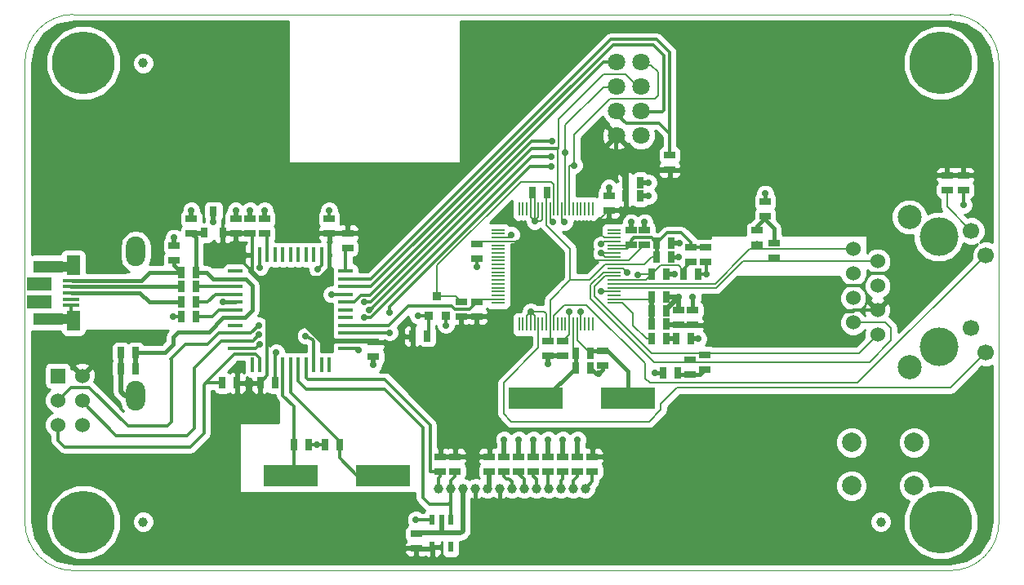
<source format=gtl>
G04 #@! TF.FileFunction,Copper,L1,Top,Signal*
%FSLAX46Y46*%
G04 Gerber Fmt 4.6, Leading zero omitted, Abs format (unit mm)*
G04 Created by KiCad (PCBNEW (2015-01-16 BZR 5376)-product) date 17/05/2015 14:23:26*
%MOMM*%
G01*
G04 APERTURE LIST*
%ADD10C,0.150000*%
%ADD11C,0.100000*%
%ADD12R,1.143000X0.635000*%
%ADD13C,6.500000*%
%ADD14C,1.000000*%
%ADD15R,0.600000X1.100000*%
%ADD16R,0.914400X0.914400*%
%ADD17R,0.800100X1.000760*%
%ADD18R,0.635000X1.143000*%
%ADD19R,1.750000X0.400000*%
%ADD20R,1.460000X2.000000*%
%ADD21R,3.150000X1.300000*%
%ADD22R,2.500000X1.425000*%
%ADD23R,1.524000X1.524000*%
%ADD24C,1.524000*%
%ADD25C,4.000000*%
%ADD26C,2.500000*%
%ADD27C,1.700000*%
%ADD28C,2.000000*%
%ADD29R,0.406400X1.524000*%
%ADD30R,1.524000X0.406400*%
%ADD31R,1.400000X0.230000*%
%ADD32R,0.230000X1.400000*%
%ADD33O,2.000000X3.100000*%
%ADD34C,1.800000*%
%ADD35R,5.600000X2.200000*%
%ADD36C,0.700000*%
%ADD37C,0.400000*%
%ADD38C,0.200000*%
%ADD39C,0.300000*%
%ADD40C,0.500000*%
%ADD41C,1.000000*%
%ADD42C,0.254000*%
G04 APERTURE END LIST*
D10*
D11*
X89249784Y-123120874D02*
X89249784Y-75495874D01*
X89249784Y-123120874D02*
G75*
G03X94298222Y-128169312I5048438J0D01*
G01*
X185201346Y-128169312D02*
X94298222Y-128169312D01*
X185201346Y-128169312D02*
G75*
G03X190249784Y-123120874I0J5048438D01*
G01*
X190249784Y-75495874D02*
X190249784Y-123120874D01*
X190249784Y-75495874D02*
G75*
G03X185201346Y-70447436I-5048438J0D01*
G01*
X94298222Y-70447436D02*
X185201346Y-70447436D01*
X94298222Y-70447436D02*
G75*
G03X89249784Y-75495874I0J-5048438D01*
G01*
D12*
X129820000Y-125852000D03*
X129820000Y-124328000D03*
D13*
X184200008Y-123122518D03*
X184200008Y-75497518D03*
X95300008Y-75497518D03*
D14*
X101500000Y-123122518D03*
X178000000Y-123122518D03*
X101500000Y-75497518D03*
D15*
X133400000Y-122910000D03*
X132450000Y-122910000D03*
X131500000Y-122910000D03*
X131500000Y-125710000D03*
X133400000Y-125710000D03*
D16*
X132889000Y-101726000D03*
X131111000Y-101726000D03*
X132000000Y-99694000D03*
D17*
X108800000Y-90910180D03*
X109752500Y-93109820D03*
X107847500Y-93109820D03*
D12*
X106500000Y-93172000D03*
X106500000Y-91648000D03*
X111100000Y-93172000D03*
X111100000Y-91648000D03*
D18*
X113638000Y-108710000D03*
X115162000Y-108710000D03*
D12*
X125400000Y-104448000D03*
X125400000Y-105972000D03*
X120800000Y-93172000D03*
X120800000Y-91648000D03*
X112600000Y-93172000D03*
X112600000Y-91648000D03*
D18*
X106962000Y-101810000D03*
X105438000Y-101810000D03*
D12*
X114100000Y-93172000D03*
X114100000Y-91648000D03*
D18*
X117138000Y-115110000D03*
X118662000Y-115110000D03*
X121862000Y-115110000D03*
X120338000Y-115110000D03*
X154238000Y-101210000D03*
X155762000Y-101210000D03*
X154238000Y-99810000D03*
X155762000Y-99810000D03*
D12*
X145034000Y-117856000D03*
X145034000Y-116332000D03*
X143510000Y-117856000D03*
X143510000Y-116332000D03*
X146558000Y-117856000D03*
X146558000Y-116332000D03*
X141986000Y-117856000D03*
X141986000Y-116332000D03*
X140462000Y-117856000D03*
X140462000Y-116332000D03*
X138938000Y-117856000D03*
X138938000Y-116332000D03*
D18*
X157538000Y-97410000D03*
X159062000Y-97410000D03*
X154238000Y-97410000D03*
X155762000Y-97410000D03*
D12*
X145000000Y-104348000D03*
X145000000Y-105872000D03*
X157000000Y-102672000D03*
X157000000Y-101148000D03*
X153500000Y-94372000D03*
X153500000Y-92848000D03*
X149150000Y-105348000D03*
X149150000Y-106872000D03*
D18*
X146338000Y-107110000D03*
X147862000Y-107110000D03*
D12*
X136100000Y-94248000D03*
X136100000Y-95772000D03*
X149800000Y-90772000D03*
X149800000Y-89248000D03*
X158500000Y-102672000D03*
X158500000Y-101148000D03*
X159800000Y-94648000D03*
X159800000Y-96172000D03*
D18*
X154738000Y-94210000D03*
X156262000Y-94210000D03*
X151538000Y-87910000D03*
X153062000Y-87910000D03*
X154738000Y-95610000D03*
X156262000Y-95610000D03*
D12*
X152100000Y-94372000D03*
X152100000Y-92848000D03*
D18*
X151538000Y-89310000D03*
X153062000Y-89310000D03*
X143362000Y-88910000D03*
X141838000Y-88910000D03*
D12*
X143500000Y-104348000D03*
X143500000Y-105872000D03*
X104700000Y-95972000D03*
X104700000Y-94448000D03*
X137414000Y-116332000D03*
X137414000Y-117856000D03*
X166010000Y-91402000D03*
X166010000Y-89878000D03*
D18*
X156912000Y-107610000D03*
X155388000Y-107610000D03*
D19*
X94053670Y-98049560D03*
X94053670Y-98699560D03*
X94053670Y-99349560D03*
X94053670Y-99999560D03*
X94053670Y-100649560D03*
D20*
X94258670Y-96449560D03*
X94258670Y-102249560D03*
D21*
X91703670Y-96624560D03*
X91703670Y-102074560D03*
D22*
X90728670Y-98387060D03*
X90728670Y-100312060D03*
D23*
X92658940Y-107949740D03*
D24*
X95198940Y-107949740D03*
X92658940Y-110489740D03*
X95198940Y-110489740D03*
X92658940Y-113029740D03*
X95198940Y-113029740D03*
D18*
X155762000Y-102610000D03*
X154238000Y-102610000D03*
D12*
X158300000Y-94648000D03*
X158300000Y-96172000D03*
D18*
X105438000Y-97210000D03*
X106962000Y-97210000D03*
D25*
X184000000Y-93532960D03*
X184000000Y-104962960D03*
D24*
X177650000Y-103692960D03*
X175110000Y-102422960D03*
X177650000Y-101152960D03*
X175110000Y-99882960D03*
X177650000Y-98612960D03*
X175110000Y-97342960D03*
X177650000Y-96072960D03*
D26*
X180950000Y-91472960D03*
X180950000Y-107022960D03*
D24*
X175110000Y-94802960D03*
D27*
X187380000Y-92922960D03*
X188900000Y-95462960D03*
X187380000Y-103032960D03*
X188900000Y-105572960D03*
D13*
X95300008Y-123122518D03*
D18*
X105438000Y-98710000D03*
X106962000Y-98710000D03*
X105438000Y-100310000D03*
X106962000Y-100310000D03*
X109738000Y-108710000D03*
X111262000Y-108710000D03*
D12*
X122700000Y-94672000D03*
X122700000Y-93148000D03*
D18*
X130992000Y-103842518D03*
X129468000Y-103842518D03*
D12*
X148082000Y-117856000D03*
X148082000Y-116332000D03*
D18*
X99187000Y-107188000D03*
X100711000Y-107188000D03*
X146338000Y-105610000D03*
X147862000Y-105610000D03*
X155762000Y-104110000D03*
X154238000Y-104110000D03*
D12*
X136100000Y-100248000D03*
X136100000Y-101772000D03*
X134500000Y-100248000D03*
X134500000Y-101772000D03*
X156100000Y-85048000D03*
X156100000Y-86572000D03*
X186563000Y-88671800D03*
X186563000Y-87147800D03*
X184863000Y-88671800D03*
X184863000Y-87147800D03*
D18*
X158262000Y-104110000D03*
X156738000Y-104110000D03*
X99187000Y-105537000D03*
X100711000Y-105537000D03*
D12*
X165180000Y-92868000D03*
X165180000Y-94392000D03*
X166920000Y-94148000D03*
X166920000Y-95672000D03*
X158200000Y-107822000D03*
X158200000Y-106298000D03*
X159750000Y-107272000D03*
X159750000Y-105748000D03*
X132334000Y-117856000D03*
X132334000Y-116332000D03*
X133858000Y-117856000D03*
X133858000Y-116332000D03*
D28*
X181450800Y-119373960D03*
X181450800Y-114873960D03*
X174950800Y-114873960D03*
X174950800Y-119373960D03*
D29*
X116800000Y-95395000D03*
X115999900Y-95395000D03*
X115199800Y-95395000D03*
X114399700Y-95395000D03*
X113599600Y-95395000D03*
X112799500Y-95395000D03*
X117600100Y-95395000D03*
X118400200Y-95395000D03*
X119200300Y-95395000D03*
X120000400Y-95395000D03*
X120800500Y-95395000D03*
X116800000Y-106825000D03*
X115999900Y-106825000D03*
X115199800Y-106825000D03*
X114399700Y-106825000D03*
X113599600Y-106825000D03*
X112799500Y-106825000D03*
X117600100Y-106825000D03*
X118400200Y-106825000D03*
X119200300Y-106825000D03*
X120000400Y-106825000D03*
X120800500Y-106825000D03*
D30*
X111085000Y-101110000D03*
X122515000Y-101110000D03*
X111085000Y-101910100D03*
X122515000Y-101910100D03*
X122515000Y-102710200D03*
X111085000Y-102710200D03*
X111085000Y-103510300D03*
X122515000Y-103510300D03*
X122515000Y-104310400D03*
X111085000Y-104310400D03*
X111085000Y-105110500D03*
X122515000Y-105110500D03*
X122515000Y-100309900D03*
X111085000Y-100309900D03*
X111085000Y-99509800D03*
X122515000Y-99509800D03*
X122515000Y-98709700D03*
X111085000Y-98709700D03*
X111085000Y-97909600D03*
X122515000Y-97909600D03*
X122515000Y-97109500D03*
X111085000Y-97109500D03*
D31*
X150300000Y-100410000D03*
X150300000Y-100010000D03*
X150300000Y-99610000D03*
X150300000Y-99210000D03*
X150300000Y-98810000D03*
X150300000Y-98410000D03*
X150300000Y-98010000D03*
X150300000Y-97610000D03*
X150300000Y-97210000D03*
X150300000Y-96810000D03*
X150300000Y-96410000D03*
X150300000Y-96010000D03*
X150300000Y-95610000D03*
X150300000Y-95210000D03*
X150300000Y-94810000D03*
X150300000Y-94410000D03*
X150300000Y-94010000D03*
X150300000Y-93610000D03*
X150300000Y-93210000D03*
X150300000Y-92810000D03*
D32*
X148100000Y-90610000D03*
X147700000Y-90610000D03*
X147300000Y-90610000D03*
X146900000Y-90610000D03*
X146500000Y-90610000D03*
X146100000Y-90610000D03*
X145700000Y-90610000D03*
X145300000Y-90610000D03*
X144900000Y-90610000D03*
X144500000Y-90610000D03*
X144100000Y-90610000D03*
X143700000Y-90610000D03*
X143300000Y-90610000D03*
X142900000Y-90610000D03*
X142500000Y-90610000D03*
X142100000Y-90610000D03*
X141700000Y-90610000D03*
X141300000Y-90610000D03*
X140900000Y-90610000D03*
X140500000Y-90610000D03*
D31*
X138300000Y-92810000D03*
X138300000Y-93210000D03*
X138300000Y-93610000D03*
X138300000Y-94010000D03*
X138300000Y-94410000D03*
X138300000Y-94810000D03*
X138300000Y-95210000D03*
X138300000Y-95610000D03*
X138300000Y-96010000D03*
X138300000Y-96410000D03*
X138300000Y-96810000D03*
X138300000Y-97210000D03*
X138300000Y-97610000D03*
X138300000Y-98010000D03*
X138300000Y-98410000D03*
X138300000Y-98810000D03*
X138300000Y-99210000D03*
X138300000Y-99610000D03*
X138300000Y-100010000D03*
X138300000Y-100410000D03*
D32*
X140500000Y-102610000D03*
X140900000Y-102610000D03*
X141300000Y-102610000D03*
X141700000Y-102610000D03*
X142100000Y-102610000D03*
X142500000Y-102610000D03*
X142900000Y-102610000D03*
X143300000Y-102610000D03*
X143700000Y-102610000D03*
X144100000Y-102610000D03*
X144500000Y-102610000D03*
X144900000Y-102610000D03*
X145300000Y-102610000D03*
X145700000Y-102610000D03*
X146100000Y-102610000D03*
X146500000Y-102610000D03*
X146900000Y-102610000D03*
X147300000Y-102610000D03*
X147700000Y-102610000D03*
X148100000Y-102610000D03*
D14*
X147370000Y-119660000D03*
D33*
X100750000Y-110060000D03*
X100750000Y-95060000D03*
D14*
X146100000Y-119660000D03*
X144830000Y-119660000D03*
X143560000Y-119660000D03*
X142290000Y-119660000D03*
X141020000Y-119660000D03*
X139750000Y-119660000D03*
X138480000Y-119660000D03*
X137210000Y-119660000D03*
X135940000Y-119660000D03*
X134670000Y-119660000D03*
X133400000Y-119660000D03*
X132130000Y-119660000D03*
D34*
X153126440Y-83030000D03*
X150586440Y-83030000D03*
X153126440Y-80490000D03*
X150586440Y-80490000D03*
X153126440Y-77950000D03*
X150586440Y-77950000D03*
X153126440Y-75410000D03*
X150586440Y-75410000D03*
D35*
X116850000Y-118310000D03*
X126350000Y-118310000D03*
X142250000Y-110310000D03*
X151750000Y-110310000D03*
D36*
X129790000Y-122900000D03*
X118364000Y-103822500D03*
X113600000Y-104710000D03*
X146200000Y-86110000D03*
X143800000Y-86210000D03*
X127020000Y-101420000D03*
X113500000Y-103710000D03*
X124400000Y-101910000D03*
X145300000Y-84810000D03*
X143800000Y-85210000D03*
X113500000Y-102710000D03*
X124900000Y-101110000D03*
X124400000Y-100310000D03*
X145200000Y-92010000D03*
X143900000Y-83610000D03*
X130000000Y-101710000D03*
X121050000Y-99510000D03*
X127070000Y-103470000D03*
X108800000Y-92010000D03*
X132900000Y-102710000D03*
X166010000Y-89040000D03*
X149000000Y-99210000D03*
X146900000Y-101310000D03*
X151700000Y-97210000D03*
X149000000Y-94310000D03*
X156600000Y-97410000D03*
X157100000Y-94210000D03*
X152100000Y-92010000D03*
X153500000Y-92010000D03*
X157000000Y-99810000D03*
X159100000Y-104110000D03*
X141700000Y-101310000D03*
X142100000Y-91910000D03*
X144000000Y-92010000D03*
X159900000Y-97410000D03*
X106500000Y-90810000D03*
X111100000Y-90810000D03*
X113600000Y-96710000D03*
X112600000Y-90810000D03*
X114100000Y-90810000D03*
X119600000Y-96910000D03*
X120800000Y-90810000D03*
X115300000Y-105510000D03*
X119500000Y-115110000D03*
X123800000Y-105310000D03*
X149800000Y-88410000D03*
X153900000Y-87910000D03*
X153900000Y-89310000D03*
X136100000Y-96610000D03*
X149000000Y-95210000D03*
X109800000Y-100310000D03*
X125400000Y-106810000D03*
X139700000Y-93310000D03*
X154550000Y-107610000D03*
X157050000Y-95610000D03*
X158500000Y-99810000D03*
X148750000Y-107710000D03*
X143500000Y-106710000D03*
X146558000Y-114554000D03*
X145034000Y-114554000D03*
X143510000Y-114554000D03*
X141986000Y-114554000D03*
X140462000Y-114554000D03*
X138938000Y-114554000D03*
X104600000Y-101810000D03*
X104700000Y-93610000D03*
X152800000Y-97510000D03*
X145700000Y-101310000D03*
X186610000Y-90220000D03*
D37*
X95285800Y-98710000D02*
X95281000Y-98714800D01*
D38*
X151662000Y-94810000D02*
X152100000Y-94372000D01*
X150300000Y-94810000D02*
X151662000Y-94810000D01*
X152062000Y-94410000D02*
X152100000Y-94372000D01*
X150300000Y-94410000D02*
X152062000Y-94410000D01*
X143700000Y-104148000D02*
X143500000Y-104348000D01*
X143700000Y-102610000D02*
X143700000Y-104148000D01*
X143300000Y-92310000D02*
X145800000Y-94810000D01*
X143300000Y-90610000D02*
X143300000Y-92310000D01*
X143700000Y-100110000D02*
X145800000Y-98010000D01*
X143700000Y-102610000D02*
X143700000Y-100110000D01*
D39*
X152100000Y-93910000D02*
X152400000Y-93610000D01*
X152400000Y-93610000D02*
X154100000Y-93610000D01*
X154100000Y-93610000D02*
X154200000Y-93610000D01*
X154200000Y-93610000D02*
X154738000Y-94148000D01*
X154738000Y-94148000D02*
X154738000Y-94210000D01*
X152100000Y-94372000D02*
X152100000Y-93910000D01*
X158300000Y-94110000D02*
X157300000Y-93110000D01*
X157300000Y-93110000D02*
X155838000Y-93110000D01*
X155838000Y-93110000D02*
X154738000Y-94210000D01*
X158300000Y-94648000D02*
X158300000Y-94110000D01*
X159800000Y-94648000D02*
X158300000Y-94648000D01*
D38*
X143300000Y-88972000D02*
X143362000Y-88910000D01*
X143300000Y-90610000D02*
X143300000Y-88972000D01*
X149400000Y-96410000D02*
X147800000Y-98010000D01*
X147800000Y-98010000D02*
X145800000Y-98010000D01*
X150300000Y-96410000D02*
X149400000Y-96410000D01*
X145800000Y-98010000D02*
X145800000Y-94810000D01*
X153438000Y-96410000D02*
X154238000Y-95610000D01*
X153438000Y-96410000D02*
X150300000Y-96410000D01*
X154738000Y-95610000D02*
X154238000Y-95610000D01*
D37*
X154738000Y-94210000D02*
X154738000Y-95610000D01*
D39*
X176920000Y-97342518D02*
X178490000Y-97342518D01*
X178490000Y-97342518D02*
X178570000Y-97262518D01*
X174380000Y-98622518D02*
X175910000Y-98622518D01*
X175910000Y-98622518D02*
X175920000Y-98632518D01*
X177650000Y-101152960D02*
X175130460Y-101152960D01*
X175130460Y-101152960D02*
X175068420Y-101215000D01*
D40*
X134500000Y-101772000D02*
X136100000Y-101772000D01*
X129810000Y-125932000D02*
X131278000Y-125932000D01*
X131278000Y-125932000D02*
X131500000Y-125710000D01*
D38*
X151862000Y-96010000D02*
X153500000Y-94372000D01*
X150300000Y-96010000D02*
X151862000Y-96010000D01*
D40*
X155824000Y-102672000D02*
X155762000Y-102610000D01*
X157000000Y-102672000D02*
X155824000Y-102672000D01*
X111100000Y-93172000D02*
X109814680Y-93172000D01*
D39*
X112799500Y-93371500D02*
X112600000Y-93172000D01*
X112799500Y-95395000D02*
X112799500Y-93371500D01*
D40*
X113400000Y-97710000D02*
X114500000Y-98810000D01*
D39*
X119900000Y-97710000D02*
X113400000Y-97710000D01*
X120800500Y-96809500D02*
X119900000Y-97710000D01*
X120800500Y-95395000D02*
X120800500Y-96809500D01*
X120800500Y-93172500D02*
X120800000Y-93172000D01*
X120800500Y-95395000D02*
X120800500Y-93172500D01*
X122676000Y-93172000D02*
X122700000Y-93148000D01*
X120800000Y-93172000D02*
X122676000Y-93172000D01*
X114399700Y-107948300D02*
X113638000Y-108710000D01*
X114399700Y-106825000D02*
X114399700Y-107948300D01*
X114399700Y-98709700D02*
X114500000Y-98810000D01*
X114399700Y-106825000D02*
X114399700Y-98709700D01*
D40*
X120000400Y-104310400D02*
X116800000Y-101110000D01*
X116800000Y-101110000D02*
X114500000Y-98810000D01*
X122515000Y-104310400D02*
X120000400Y-104310400D01*
X122515000Y-104310400D02*
X125330400Y-104310400D01*
X125330800Y-104310000D02*
X125330400Y-104310400D01*
X125538000Y-104310000D02*
X125330800Y-104310000D01*
D38*
X149300000Y-93610000D02*
X149000000Y-93310000D01*
X149000000Y-93310000D02*
X149000000Y-91572000D01*
X149000000Y-91572000D02*
X149800000Y-90772000D01*
X150300000Y-93610000D02*
X149300000Y-93610000D01*
D40*
X151538000Y-89310000D02*
X151538000Y-87910000D01*
X150762000Y-86572000D02*
X150490000Y-86300000D01*
X151538000Y-87348000D02*
X150762000Y-86572000D01*
X150490000Y-85255100D02*
X150490000Y-85240000D01*
X150490000Y-86300000D02*
X150490000Y-85255100D01*
X151538000Y-87910000D02*
X151538000Y-87348000D01*
X156100000Y-86572000D02*
X150762000Y-86572000D01*
D38*
X136338000Y-94010000D02*
X136100000Y-94248000D01*
X138300000Y-94010000D02*
X136338000Y-94010000D01*
X150300000Y-96010000D02*
X148400000Y-96010000D01*
D37*
X161395000Y-101215000D02*
X159938000Y-102672000D01*
X159938000Y-102672000D02*
X158500000Y-102672000D01*
X165884860Y-101215000D02*
X161395000Y-101215000D01*
X166350000Y-101215000D02*
X165884860Y-101215000D01*
X158500000Y-102672000D02*
X157000000Y-102672000D01*
X150490000Y-83428760D02*
X150586440Y-83332320D01*
X150490000Y-85255100D02*
X150490000Y-83428760D01*
X138480000Y-121373100D02*
X138485880Y-121378980D01*
X138480000Y-119660000D02*
X138480000Y-121373100D01*
X135940000Y-121309600D02*
X135940800Y-121310400D01*
X135940000Y-119660000D02*
X135940000Y-121309600D01*
X136100000Y-102762500D02*
X136390380Y-103052880D01*
X136390380Y-103052880D02*
X137759440Y-103052880D01*
X137759440Y-103052880D02*
X140888720Y-99923600D01*
X140888720Y-99923600D02*
X140888720Y-94598720D01*
X140888720Y-94598720D02*
X140300000Y-94010000D01*
D38*
X140300000Y-94010000D02*
X138300000Y-94010000D01*
D37*
X136100000Y-101772000D02*
X136100000Y-102762500D01*
X175068420Y-101215000D02*
X175130460Y-101152960D01*
X165884860Y-101215000D02*
X175068420Y-101215000D01*
D39*
X112799500Y-97109500D02*
X113400000Y-97710000D01*
X112799500Y-97023960D02*
X112799500Y-97109500D01*
X112799500Y-95395000D02*
X112799500Y-97023960D01*
X112700800Y-97023960D02*
X111700800Y-96023960D01*
X112799500Y-97023960D02*
X112700800Y-97023960D01*
D40*
X109814680Y-93172000D02*
X109752500Y-93109820D01*
D39*
X109752500Y-91872260D02*
X109800800Y-91823960D01*
X109752500Y-93109820D02*
X109752500Y-91872260D01*
X107785320Y-93172000D02*
X107847500Y-93109820D01*
D40*
X107785320Y-93172000D02*
X107847500Y-93109820D01*
D37*
X112053900Y-101910100D02*
X112854000Y-101110000D01*
X112854000Y-101110000D02*
X112854000Y-98610000D01*
X112854000Y-98610000D02*
X112153600Y-97909600D01*
X112153600Y-97909600D02*
X111085000Y-97909600D01*
X111085000Y-101910100D02*
X112053900Y-101910100D01*
X108100000Y-97210000D02*
X106962000Y-97210000D01*
X108799600Y-97909600D02*
X108100000Y-97210000D01*
X111085000Y-97909600D02*
X108799600Y-97909600D01*
X106962000Y-93634000D02*
X106500000Y-93172000D01*
X106962000Y-97210000D02*
X106962000Y-93634000D01*
D40*
X106500000Y-93172000D02*
X107785320Y-93172000D01*
X100711000Y-107188000D02*
X100711000Y-105537000D01*
D37*
X109798900Y-101910100D02*
X111085000Y-101910100D01*
X108331000Y-103378000D02*
X109798900Y-101910100D01*
X105156000Y-103378000D02*
X108331000Y-103378000D01*
X104648000Y-103886000D02*
X105156000Y-103378000D01*
X104648000Y-104648000D02*
X104648000Y-103886000D01*
X103759000Y-105537000D02*
X104648000Y-104648000D01*
X100711000Y-105537000D02*
X103759000Y-105537000D01*
D39*
X127000000Y-102710000D02*
X127005000Y-102705000D01*
D38*
X136338000Y-100010000D02*
X136100000Y-100248000D01*
X138300000Y-100010000D02*
X136338000Y-100010000D01*
D39*
X133800000Y-101010000D02*
X135338000Y-101010000D01*
X133500000Y-100710000D02*
X133800000Y-101010000D01*
X129000000Y-100710000D02*
X133500000Y-100710000D01*
X127005000Y-102705000D02*
X129000000Y-100710000D01*
X135338000Y-101010000D02*
X136100000Y-100248000D01*
X122520200Y-102705000D02*
X122515000Y-102710200D01*
X127005000Y-102705000D02*
X122520200Y-102705000D01*
X133400000Y-122910000D02*
X133400000Y-121070000D01*
X133400000Y-121070000D02*
X133387250Y-121057250D01*
X133400000Y-118822000D02*
X133400000Y-119660000D01*
X133858000Y-118364000D02*
X133400000Y-118822000D01*
X133400000Y-121044500D02*
X133387250Y-121057250D01*
X133387250Y-121057250D02*
X133159500Y-121285000D01*
X133159500Y-121285000D02*
X131191000Y-121285000D01*
X131191000Y-121285000D02*
X130492500Y-120586500D01*
X130492500Y-120586500D02*
X130492500Y-113284000D01*
X130492500Y-113284000D02*
X126555500Y-109347000D01*
X126555500Y-109347000D02*
X118427500Y-109347000D01*
X118427500Y-109347000D02*
X117600100Y-108519600D01*
X117600100Y-108519600D02*
X117600100Y-106825000D01*
X133400000Y-119660000D02*
X133400000Y-121044500D01*
X133858000Y-117856000D02*
X133858000Y-118364000D01*
X131500000Y-122910000D02*
X129800000Y-122910000D01*
X129800000Y-122910000D02*
X129790000Y-122900000D01*
X132334000Y-117856000D02*
X132334000Y-118364000D01*
X131318000Y-117856000D02*
X131254500Y-117792500D01*
X131254500Y-117792500D02*
X131254500Y-113925500D01*
X131254500Y-113925500D02*
X131254500Y-113030000D01*
X131254500Y-113030000D02*
X126555500Y-108331000D01*
X126555500Y-108331000D02*
X118554500Y-108331000D01*
X118554500Y-108331000D02*
X118400200Y-108176700D01*
X132334000Y-117856000D02*
X131318000Y-117856000D01*
X132334000Y-118364000D02*
X132130000Y-118568000D01*
X132130000Y-118568000D02*
X132130000Y-119660000D01*
X118400200Y-108176700D02*
X118400200Y-106825000D01*
X148082000Y-118948000D02*
X147370000Y-119660000D01*
X148082000Y-117856000D02*
X148082000Y-118948000D01*
X118351552Y-103810052D02*
X118364000Y-103822500D01*
X119200300Y-106825000D02*
X119200300Y-104316404D01*
X119200300Y-104316404D02*
X119074948Y-104191052D01*
X119074948Y-104191052D02*
X118351552Y-103810052D01*
X125145580Y-98709700D02*
X150226040Y-73629240D01*
X150226040Y-73629240D02*
X154370760Y-73629240D01*
X154370760Y-73629240D02*
X155498800Y-74757280D01*
X155498800Y-74757280D02*
X155498800Y-80411320D01*
X155498800Y-80411320D02*
X155367800Y-80542320D01*
X155367800Y-80542320D02*
X153116440Y-80542320D01*
X122515000Y-98709700D02*
X125145580Y-98709700D01*
X150614380Y-80792320D02*
X151571200Y-81749140D01*
X151571200Y-81749140D02*
X154967180Y-81749140D01*
X154967180Y-81749140D02*
X156100000Y-82881960D01*
X156100000Y-82881960D02*
X156100000Y-85048000D01*
X150586440Y-80792320D02*
X150614380Y-80792320D01*
X125107480Y-97909600D02*
X149987280Y-73029800D01*
X149987280Y-73029800D02*
X154741600Y-73029800D01*
X154741600Y-73029800D02*
X156100000Y-74388200D01*
X156100000Y-74388200D02*
X156100000Y-82881960D01*
X122515000Y-97909600D02*
X125107480Y-97909600D01*
X149230040Y-75392320D02*
X125003560Y-99618800D01*
X125003560Y-99618800D02*
X124109480Y-99618800D01*
X124109480Y-99618800D02*
X123418380Y-100309900D01*
X123418380Y-100309900D02*
X122515000Y-100309900D01*
X150786440Y-75392320D02*
X149230040Y-75392320D01*
D38*
X144100000Y-88110000D02*
X143800000Y-87810000D01*
X144100000Y-90610000D02*
X144100000Y-88110000D01*
X132000000Y-96610000D02*
X132000000Y-99694000D01*
X133946000Y-99694000D02*
X134500000Y-100248000D01*
X132000000Y-99694000D02*
X133946000Y-99694000D01*
X140700000Y-87810000D02*
X132000000Y-96510000D01*
X132000000Y-96510000D02*
X132000000Y-96610000D01*
X143800000Y-87810000D02*
X140700000Y-87810000D01*
X145700000Y-87310000D02*
X145700000Y-86110000D01*
X145700000Y-90610000D02*
X145700000Y-87310000D01*
D39*
X113199500Y-105110500D02*
X113600000Y-104710000D01*
X111085000Y-105110500D02*
X113199500Y-105110500D01*
X127020000Y-100820000D02*
X127020000Y-101420000D01*
D38*
X145700000Y-86110000D02*
X146200000Y-86110000D01*
D39*
X141600000Y-86210000D02*
X143800000Y-86210000D01*
X127020000Y-100820000D02*
X141600000Y-86210000D01*
D38*
X146200000Y-82948640D02*
X149912040Y-79236600D01*
X149912040Y-79236600D02*
X154570400Y-79236600D01*
X154570400Y-79236600D02*
X154921600Y-78885400D01*
X154921600Y-78885400D02*
X154921600Y-76440680D01*
X154921600Y-76440680D02*
X154193240Y-75712320D01*
X154193240Y-75712320D02*
X153126440Y-75712320D01*
X146200000Y-86110000D02*
X146200000Y-82948640D01*
X145300000Y-90610000D02*
X145300000Y-84810000D01*
D39*
X111085000Y-104310400D02*
X112899600Y-104310400D01*
X112899600Y-104310400D02*
X113500000Y-103710000D01*
X125100000Y-101910000D02*
X140600000Y-86410000D01*
X124400000Y-101910000D02*
X125100000Y-101910000D01*
X141800000Y-85210000D02*
X143800000Y-85210000D01*
X140600000Y-86410000D02*
X141800000Y-85210000D01*
D38*
X145300000Y-81892840D02*
X149210520Y-77982320D01*
X149210520Y-77982320D02*
X150526440Y-77982320D01*
X145300000Y-84810000D02*
X145300000Y-81892840D01*
D39*
X95198940Y-110649760D02*
X98732080Y-114182900D01*
X98732080Y-114182900D02*
X106021880Y-114182900D01*
X106021880Y-114182900D02*
X106800000Y-113404780D01*
X106800000Y-113404780D02*
X106800000Y-107110000D01*
X109599600Y-104310400D02*
X111085000Y-104310400D01*
X109599600Y-104310400D02*
X106800000Y-107110000D01*
X95198940Y-110489740D02*
X95198940Y-110649760D01*
D38*
X144500000Y-85410000D02*
X144500000Y-84410000D01*
X144500000Y-90610000D02*
X144500000Y-85410000D01*
D39*
X140800000Y-85410000D02*
X125400000Y-100810000D01*
X111085000Y-103510300D02*
X112699700Y-103510300D01*
X112699700Y-103510300D02*
X113500000Y-102710000D01*
X125100000Y-101110000D02*
X124900000Y-101110000D01*
X125400000Y-100810000D02*
X125100000Y-101110000D01*
X141800000Y-84410000D02*
X144500000Y-84410000D01*
X140800000Y-85410000D02*
X141800000Y-84410000D01*
X105918000Y-104648000D02*
X108204000Y-104648000D01*
X108204000Y-104648000D02*
X109341700Y-103510300D01*
X109341700Y-103510300D02*
X111085000Y-103510300D01*
D38*
X144500000Y-84260020D02*
X144600930Y-84159090D01*
X144600930Y-84159090D02*
X144600930Y-81339690D01*
X144600930Y-81339690D02*
X149266240Y-76674380D01*
X149266240Y-76674380D02*
X151548500Y-76674380D01*
X151548500Y-76674380D02*
X153126440Y-78252320D01*
X144500000Y-84410000D02*
X144500000Y-84260020D01*
D39*
X104475020Y-106090980D02*
X105918000Y-104648000D01*
X104394000Y-106172000D02*
X104475020Y-106090980D01*
X92717360Y-110489740D02*
X94038160Y-109168940D01*
X94038160Y-109168940D02*
X95905060Y-109168940D01*
X95905060Y-109168940D02*
X99923340Y-113187220D01*
X99923340Y-113187220D02*
X104048300Y-113187220D01*
X104048300Y-113187220D02*
X104475020Y-112760500D01*
X104475020Y-112760500D02*
X104475020Y-106090980D01*
X92658940Y-110489740D02*
X92717360Y-110489740D01*
X131111000Y-101726000D02*
X131111000Y-103723518D01*
X131111000Y-103723518D02*
X130992000Y-103842518D01*
D38*
X144900000Y-91710000D02*
X145200000Y-92010000D01*
D39*
X125100000Y-100310000D02*
X140800000Y-84610000D01*
X124400000Y-100310000D02*
X125100000Y-100310000D01*
D38*
X144900000Y-90610000D02*
X144900000Y-91710000D01*
D39*
X140800000Y-84610000D02*
X141800000Y-83610000D01*
X141800000Y-83610000D02*
X143900000Y-83610000D01*
X130000000Y-101710000D02*
X130016000Y-101726000D01*
X130016000Y-101726000D02*
X131111000Y-101726000D01*
X121050200Y-99509800D02*
X121050000Y-99510000D01*
X122515000Y-99509800D02*
X121050200Y-99509800D01*
X122515000Y-103510300D02*
X126199700Y-103510300D01*
X127029700Y-103510300D02*
X126199700Y-103510300D01*
X127070000Y-103470000D02*
X127029700Y-103510300D01*
X109000200Y-99509800D02*
X108200000Y-100310000D01*
X108200000Y-100310000D02*
X106962000Y-100310000D01*
X111085000Y-99509800D02*
X109000200Y-99509800D01*
X106962300Y-98709700D02*
X106962000Y-98710000D01*
X111085000Y-98709700D02*
X106962300Y-98709700D01*
X113599600Y-106109600D02*
X113200000Y-105710000D01*
X113200000Y-105710000D02*
X111000000Y-105710000D01*
X108000000Y-108710000D02*
X107800000Y-108910000D01*
X111000000Y-105710000D02*
X108000000Y-108710000D01*
X107800000Y-112920520D02*
X107800000Y-113010000D01*
X107800000Y-108910000D02*
X107800000Y-112920520D01*
X113599600Y-106825000D02*
X113599600Y-106109600D01*
X109738000Y-108710000D02*
X108000000Y-108710000D01*
X107800000Y-113951640D02*
X106413040Y-115338600D01*
X106413040Y-115338600D02*
X93326960Y-115338600D01*
X93326960Y-115338600D02*
X92658940Y-114670580D01*
X92658940Y-114670580D02*
X92658940Y-113029740D01*
X107800000Y-112920520D02*
X107800000Y-113951640D01*
D40*
X108800000Y-90910180D02*
X108800000Y-92010000D01*
D39*
X132889000Y-102699000D02*
X132900000Y-102710000D01*
X132889000Y-101726000D02*
X132889000Y-102699000D01*
D41*
X91228670Y-96624560D02*
X93958670Y-96624560D01*
X93958670Y-96624560D02*
X94258670Y-96924560D01*
X91228670Y-102074560D02*
X93958670Y-102074560D01*
X93958670Y-102074560D02*
X94258670Y-101774560D01*
D39*
X94053670Y-100649560D02*
X94053670Y-101569560D01*
X94053670Y-101569560D02*
X94258670Y-101774560D01*
D40*
X132850000Y-124270000D02*
X129878000Y-124270000D01*
X129878000Y-124270000D02*
X129820000Y-124328000D01*
X132450000Y-122910000D02*
X132450000Y-124090000D01*
X134670000Y-124060000D02*
X134670000Y-119660000D01*
X134460000Y-124270000D02*
X134670000Y-124060000D01*
X132630000Y-124270000D02*
X132850000Y-124270000D01*
X132850000Y-124270000D02*
X134460000Y-124270000D01*
X132450000Y-124090000D02*
X132630000Y-124270000D01*
D38*
X150300000Y-99210000D02*
X149000000Y-99210000D01*
X146900000Y-102610000D02*
X146900000Y-101310000D01*
X151300000Y-96810000D02*
X151700000Y-97210000D01*
X150300000Y-96810000D02*
X151300000Y-96810000D01*
X149300000Y-94010000D02*
X149000000Y-94310000D01*
X150300000Y-94010000D02*
X149300000Y-94010000D01*
X142500000Y-91510000D02*
X142100000Y-91910000D01*
X142100000Y-91910000D02*
X142100000Y-90610000D01*
X142500000Y-90610000D02*
X142500000Y-91510000D01*
X141700000Y-91510000D02*
X142100000Y-91910000D01*
X141700000Y-90610000D02*
X141700000Y-91510000D01*
D40*
X155762000Y-97410000D02*
X156600000Y-97410000D01*
X156262000Y-94210000D02*
X157100000Y-94210000D01*
X152100000Y-92848000D02*
X152100000Y-92010000D01*
X153500000Y-92848000D02*
X153500000Y-92010000D01*
X157000000Y-99810000D02*
X155762000Y-99810000D01*
X157000000Y-101148000D02*
X157000000Y-99810000D01*
X155762000Y-101048000D02*
X157000000Y-99810000D01*
X155762000Y-101210000D02*
X155762000Y-101048000D01*
X158262000Y-104110000D02*
X159100000Y-104110000D01*
X145000000Y-105872000D02*
X143500000Y-105872000D01*
D38*
X142100000Y-101710000D02*
X141700000Y-101310000D01*
X141700000Y-101310000D02*
X141700000Y-102610000D01*
X142100000Y-102610000D02*
X142100000Y-101710000D01*
X141300000Y-101710000D02*
X141700000Y-101310000D01*
X141300000Y-102610000D02*
X141300000Y-101710000D01*
X143300000Y-101510000D02*
X143100000Y-101310000D01*
X143100000Y-101310000D02*
X141700000Y-101310000D01*
X143300000Y-102610000D02*
X143300000Y-101510000D01*
X142900000Y-91710000D02*
X142700000Y-91910000D01*
X142700000Y-91910000D02*
X142100000Y-91910000D01*
X142900000Y-90610000D02*
X142900000Y-91710000D01*
X143700000Y-91710000D02*
X144000000Y-92010000D01*
X143700000Y-90610000D02*
X143700000Y-91710000D01*
D39*
X159900000Y-96272000D02*
X159800000Y-96172000D01*
X159062000Y-97410000D02*
X159900000Y-97410000D01*
X159900000Y-97410000D02*
X159900000Y-96272000D01*
D38*
X141700000Y-89048000D02*
X141700000Y-90610000D01*
X141838000Y-88910000D02*
X141700000Y-89048000D01*
X142100000Y-89172000D02*
X141838000Y-88910000D01*
X142100000Y-90610000D02*
X142100000Y-89172000D01*
D40*
X106500000Y-91648000D02*
X106500000Y-90810000D01*
X111100000Y-91648000D02*
X111100000Y-90810000D01*
D39*
X113599600Y-96709600D02*
X113600000Y-96710000D01*
X113599600Y-95395000D02*
X113599600Y-96709600D01*
D40*
X112600000Y-91648000D02*
X112600000Y-90810000D01*
X114100000Y-91648000D02*
X114100000Y-90810000D01*
D39*
X120000400Y-96509600D02*
X119600000Y-96910000D01*
X120000400Y-95395000D02*
X120000400Y-96509600D01*
X120800000Y-91648000D02*
X120800000Y-90810000D01*
X115199800Y-108672200D02*
X115162000Y-108710000D01*
X115199800Y-106825000D02*
X115199800Y-108672200D01*
X115199800Y-105610200D02*
X115300000Y-105510000D01*
X115199800Y-106825000D02*
X115199800Y-105610200D01*
X119500000Y-115110000D02*
X118662000Y-115110000D01*
X120338000Y-115110000D02*
X119500000Y-115110000D01*
X123600500Y-105110500D02*
X123800000Y-105310000D01*
X122515000Y-105110500D02*
X123600500Y-105110500D01*
D40*
X149800000Y-89248000D02*
X149800000Y-88410000D01*
X153062000Y-87910000D02*
X153900000Y-87910000D01*
X153062000Y-89310000D02*
X153900000Y-89310000D01*
D39*
X136100000Y-95772000D02*
X136100000Y-96610000D01*
D38*
X149400000Y-95610000D02*
X149000000Y-95210000D01*
X149000000Y-95210000D02*
X150300000Y-95210000D01*
X150300000Y-95610000D02*
X149400000Y-95610000D01*
D37*
X109800100Y-100309900D02*
X109800000Y-100310000D01*
X111085000Y-100309900D02*
X109800100Y-100309900D01*
D40*
X125400000Y-105972000D02*
X125400000Y-106810000D01*
D38*
X139400000Y-93610000D02*
X139700000Y-93310000D01*
X138300000Y-93610000D02*
X139400000Y-93610000D01*
D37*
X155388000Y-107610000D02*
X154550000Y-107610000D01*
X166010000Y-89878000D02*
X166010000Y-89040000D01*
X156262000Y-95610000D02*
X157050000Y-95610000D01*
X158500000Y-101148000D02*
X158500000Y-99810000D01*
X148462000Y-107710000D02*
X147862000Y-107110000D01*
X149150000Y-106872000D02*
X149150000Y-107310000D01*
X149150000Y-107310000D02*
X148750000Y-107710000D01*
X148750000Y-107710000D02*
X148462000Y-107710000D01*
D40*
X143500000Y-105872000D02*
X143500000Y-106710000D01*
X146558000Y-116332000D02*
X146558000Y-114554000D01*
X145034000Y-116332000D02*
X145034000Y-114554000D01*
X143510000Y-116332000D02*
X143510000Y-114554000D01*
X141986000Y-116332000D02*
X141986000Y-114554000D01*
X140462000Y-116332000D02*
X140462000Y-114554000D01*
X138938000Y-116332000D02*
X138938000Y-114554000D01*
X137414000Y-119456000D02*
X137210000Y-119660000D01*
X137414000Y-117856000D02*
X137414000Y-119456000D01*
D39*
X105438000Y-101810000D02*
X104600000Y-101810000D01*
D40*
X104700000Y-94448000D02*
X104700000Y-93610000D01*
D39*
X109400000Y-101110000D02*
X108700000Y-101810000D01*
X108700000Y-101810000D02*
X106962000Y-101810000D01*
X111085000Y-101110000D02*
X109400000Y-101110000D01*
X114399700Y-93471700D02*
X114100000Y-93172000D01*
X114399700Y-95395000D02*
X114399700Y-93471700D01*
X117138000Y-118022000D02*
X116850000Y-118310000D01*
X117138000Y-115110000D02*
X117138000Y-118022000D01*
X117138000Y-111148000D02*
X115999900Y-110009900D01*
X115999900Y-110009900D02*
X115999900Y-106825000D01*
X117138000Y-115110000D02*
X117138000Y-111148000D01*
X123700000Y-118310000D02*
X121862000Y-116472000D01*
X121862000Y-116472000D02*
X121862000Y-115110000D01*
X126350000Y-118310000D02*
X123700000Y-118310000D01*
X116800000Y-109710000D02*
X121862000Y-114772000D01*
X121862000Y-114772000D02*
X121862000Y-115110000D01*
X116800000Y-106825000D02*
X116800000Y-109710000D01*
D38*
X154038000Y-100010000D02*
X154238000Y-99810000D01*
X150300000Y-100010000D02*
X154038000Y-100010000D01*
D40*
X154238000Y-101210000D02*
X154238000Y-102610000D01*
X154238000Y-99810000D02*
X154238000Y-101210000D01*
D39*
X144830000Y-118822000D02*
X144830000Y-119660000D01*
X145034000Y-118618000D02*
X144830000Y-118822000D01*
X145034000Y-117856000D02*
X145034000Y-118618000D01*
X143510000Y-119610000D02*
X143560000Y-119660000D01*
X143510000Y-117856000D02*
X143510000Y-119610000D01*
X146558000Y-118364000D02*
X146100000Y-118822000D01*
X146100000Y-118822000D02*
X146100000Y-119660000D01*
X146558000Y-117856000D02*
X146558000Y-118364000D01*
X142290000Y-118668000D02*
X142290000Y-119660000D01*
X141986000Y-118364000D02*
X142290000Y-118668000D01*
X141986000Y-117856000D02*
X141986000Y-118364000D01*
X141020000Y-118668000D02*
X141020000Y-119660000D01*
X140462000Y-118110000D02*
X141020000Y-118668000D01*
X140462000Y-117856000D02*
X140462000Y-118110000D01*
X139750000Y-118922000D02*
X139750000Y-119660000D01*
X139446000Y-118618000D02*
X139750000Y-118922000D01*
X139192000Y-118618000D02*
X139446000Y-118618000D01*
X138938000Y-118364000D02*
X139192000Y-118618000D01*
X138938000Y-117856000D02*
X138938000Y-118364000D01*
D38*
X153638000Y-98010000D02*
X154238000Y-97410000D01*
X150300000Y-98010000D02*
X153638000Y-98010000D01*
X155138000Y-96510000D02*
X154238000Y-97410000D01*
X157000000Y-96510000D02*
X155138000Y-96510000D01*
X145700000Y-103648000D02*
X145000000Y-104348000D01*
X145700000Y-102610000D02*
X145700000Y-103648000D01*
X152800000Y-97510000D02*
X152900000Y-97410000D01*
X152900000Y-97410000D02*
X154238000Y-97410000D01*
X145700000Y-102610000D02*
X145700000Y-101310000D01*
X157538000Y-97048000D02*
X157000000Y-96510000D01*
X157538000Y-97410000D02*
X157538000Y-97048000D01*
D39*
X157538000Y-96934000D02*
X158300000Y-96172000D01*
X157538000Y-97410000D02*
X157538000Y-96934000D01*
D38*
X146500000Y-104248000D02*
X147862000Y-105610000D01*
X146500000Y-102610000D02*
X146500000Y-104248000D01*
D37*
X148124000Y-105348000D02*
X147862000Y-105610000D01*
X149150000Y-105348000D02*
X148124000Y-105348000D01*
X149638000Y-105348000D02*
X151750000Y-107460000D01*
X151750000Y-107460000D02*
X151750000Y-110310000D01*
X149150000Y-105348000D02*
X149638000Y-105348000D01*
D38*
X146100000Y-105372000D02*
X146338000Y-105610000D01*
X146100000Y-102610000D02*
X146100000Y-105372000D01*
D37*
X143138000Y-110310000D02*
X142250000Y-110310000D01*
X146338000Y-107110000D02*
X143138000Y-110310000D01*
X146338000Y-105610000D02*
X146338000Y-107110000D01*
X104700000Y-96472000D02*
X105438000Y-97210000D01*
X104700000Y-95972000D02*
X104700000Y-96472000D01*
X101313450Y-98069560D02*
X101308690Y-98064800D01*
X102163490Y-97210000D02*
X101308690Y-98064800D01*
X102163490Y-97210000D02*
X105438000Y-97210000D01*
X94183670Y-98069560D02*
X101313450Y-98069560D01*
X165180000Y-92868000D02*
X165180000Y-92448000D01*
X165160000Y-92428000D02*
X166010000Y-91578000D01*
X165180000Y-92448000D02*
X165160000Y-92428000D01*
X166940000Y-93998000D02*
X166940000Y-92658000D01*
X166010000Y-91728000D02*
X166010000Y-91402000D01*
X166010000Y-91728000D02*
X166710000Y-92428000D01*
X166940000Y-92658000D02*
X166710000Y-92428000D01*
X166010000Y-91402000D02*
X166010000Y-91578000D01*
X157124000Y-107822000D02*
X156912000Y-107610000D01*
X158200000Y-107822000D02*
X157124000Y-107822000D01*
X159200000Y-107822000D02*
X159750000Y-107272000D01*
X158200000Y-107822000D02*
X159200000Y-107822000D01*
D39*
X105388000Y-98660000D02*
X105438000Y-98710000D01*
D37*
X105433200Y-98714800D02*
X105438000Y-98710000D01*
X105427560Y-98699560D02*
X105438000Y-98710000D01*
X94003670Y-98699560D02*
X105427560Y-98699560D01*
X94088910Y-99364800D02*
X94093670Y-99369560D01*
X102123560Y-100310000D02*
X101178360Y-99364800D01*
X105438000Y-100310000D02*
X102123560Y-100310000D01*
X101178360Y-99364800D02*
X94088910Y-99364800D01*
D38*
X174000000Y-105610000D02*
X175732960Y-105610000D01*
X175732960Y-105610000D02*
X177650000Y-103692960D01*
X149400000Y-97610000D02*
X148300000Y-98710000D01*
X148300000Y-98710000D02*
X148300000Y-99710000D01*
X148300000Y-99710000D02*
X154200000Y-105610000D01*
X154200000Y-105610000D02*
X160750000Y-105610000D01*
X150300000Y-97610000D02*
X149400000Y-97610000D01*
X159888000Y-105610000D02*
X159750000Y-105748000D01*
X160750000Y-105610000D02*
X159888000Y-105610000D01*
X174034534Y-105610000D02*
X174000000Y-105610000D01*
X174000000Y-105610000D02*
X164495000Y-105610000D01*
X164495000Y-105610000D02*
X160750000Y-105610000D01*
X158850000Y-106510000D02*
X176800000Y-106510000D01*
X178482960Y-102422960D02*
X175110000Y-102422960D01*
X179080000Y-103020000D02*
X178482960Y-102422960D01*
X179080000Y-104230000D02*
X179080000Y-103020000D01*
X176800000Y-106510000D02*
X179080000Y-104230000D01*
X154500000Y-106510000D02*
X158850000Y-106510000D01*
X158850000Y-106510000D02*
X159200000Y-106510000D01*
X159200000Y-106510000D02*
X158412000Y-106510000D01*
X147900000Y-99910000D02*
X154500000Y-106510000D01*
X147900000Y-98510000D02*
X147900000Y-99910000D01*
X149200000Y-97210000D02*
X147900000Y-98510000D01*
X150300000Y-97210000D02*
X149200000Y-97210000D01*
X158412000Y-106510000D02*
X158200000Y-106298000D01*
X166940000Y-95522000D02*
X166940000Y-95760000D01*
X166940000Y-95760000D02*
X166627040Y-96072960D01*
X150300000Y-98810000D02*
X160940000Y-98810000D01*
X163677040Y-96072960D02*
X166627040Y-96072960D01*
X166627040Y-96072960D02*
X177650000Y-96072960D01*
X160940000Y-98810000D02*
X163677040Y-96072960D01*
X177650000Y-96072960D02*
X177650000Y-96720000D01*
X177650000Y-96670000D02*
X177650000Y-96072960D01*
X165160000Y-93952000D02*
X165160000Y-94660000D01*
X165160000Y-94660000D02*
X165302960Y-94802960D01*
X175110000Y-94802960D02*
X165302960Y-94802960D01*
X165302960Y-94802960D02*
X164407040Y-94802960D01*
X160800000Y-98410000D02*
X150300000Y-98410000D01*
X160800000Y-98410000D02*
X163810000Y-95400000D01*
X164407040Y-94802960D02*
X163810000Y-95400000D01*
X184863000Y-88671800D02*
X184863000Y-90405960D01*
X184863000Y-90405960D02*
X187380000Y-92922960D01*
D37*
X184863000Y-88671800D02*
X184843000Y-88691800D01*
D39*
X184860460Y-88674340D02*
X184863000Y-88671800D01*
D38*
X188840460Y-95453034D02*
X175583494Y-108710000D01*
X175583494Y-108710000D02*
X173000000Y-108710000D01*
X155950000Y-108710000D02*
X173000000Y-108710000D01*
X144100000Y-101710000D02*
X145200000Y-100610000D01*
X145200000Y-100610000D02*
X147500000Y-100610000D01*
X147500000Y-100610000D02*
X153550000Y-106660000D01*
X144100000Y-101710000D02*
X144100000Y-102610000D01*
X154050000Y-108710000D02*
X153550000Y-108210000D01*
X153550000Y-108210000D02*
X153550000Y-106660000D01*
X155950000Y-108710000D02*
X154050000Y-108710000D01*
D39*
X186610000Y-90220000D02*
X186563000Y-90173000D01*
X186563000Y-90173000D02*
X186563000Y-88671800D01*
D38*
X188810460Y-105601634D02*
X185202094Y-109210000D01*
X185202094Y-109210000D02*
X175300000Y-109210000D01*
X162500000Y-109210000D02*
X156900000Y-109210000D01*
X155200000Y-111460000D02*
X153950000Y-112710000D01*
X155200000Y-110910000D02*
X155200000Y-111460000D01*
X156900000Y-109210000D02*
X155200000Y-110910000D01*
X142500000Y-105060000D02*
X142500000Y-102610000D01*
X139700000Y-112710000D02*
X153950000Y-112710000D01*
X138900000Y-111910000D02*
X139700000Y-112710000D01*
X138900000Y-108660000D02*
X138900000Y-111910000D01*
X142500000Y-105060000D02*
X138900000Y-108660000D01*
X162500000Y-109210000D02*
X175300000Y-109210000D01*
X188810460Y-105562960D02*
X188810460Y-105601634D01*
D39*
X122515000Y-94857000D02*
X122700000Y-94672000D01*
X122515000Y-97109500D02*
X122515000Y-94857000D01*
D40*
X99646000Y-110060000D02*
X99187000Y-109601000D01*
X99187000Y-109601000D02*
X99187000Y-105537000D01*
X100750000Y-110060000D02*
X99646000Y-110060000D01*
X99187000Y-105537000D02*
X99187000Y-107188000D01*
X155762000Y-104110000D02*
X156738000Y-104110000D01*
D38*
X151200000Y-100410000D02*
X152300000Y-101510000D01*
X152300000Y-101510000D02*
X152300000Y-102710000D01*
X152300000Y-102710000D02*
X153700000Y-104110000D01*
X153700000Y-104110000D02*
X154238000Y-104110000D01*
X150300000Y-100410000D02*
X151200000Y-100410000D01*
D42*
G36*
X112748960Y-95542000D02*
X112697900Y-95542000D01*
X112697900Y-95522000D01*
X112120050Y-95522000D01*
X111961300Y-95680750D01*
X111961300Y-96030691D01*
X111961300Y-96281781D01*
X111847000Y-96258860D01*
X110973000Y-96258860D01*
X110973000Y-93965750D01*
X110973000Y-93299000D01*
X110690980Y-93299000D01*
X110628800Y-93236820D01*
X109879500Y-93236820D01*
X109879500Y-94086450D01*
X110038250Y-94245200D01*
X110278859Y-94245200D01*
X110512248Y-94148527D01*
X110536275Y-94124500D01*
X110654809Y-94124500D01*
X110814250Y-94124500D01*
X110973000Y-93965750D01*
X110973000Y-96258860D01*
X110323000Y-96258860D01*
X110080877Y-96305837D01*
X109868073Y-96445627D01*
X109725623Y-96656660D01*
X109720340Y-96683000D01*
X108753868Y-96683000D01*
X108690434Y-96619566D01*
X108419541Y-96438561D01*
X108100000Y-96375000D01*
X107865920Y-96375000D01*
X107797000Y-96270081D01*
X107797000Y-94257640D01*
X108247550Y-94257640D01*
X108489673Y-94210663D01*
X108702477Y-94070873D01*
X108797585Y-93929974D01*
X108814123Y-93969899D01*
X108992752Y-94148527D01*
X109226141Y-94245200D01*
X109466750Y-94245200D01*
X109625500Y-94086450D01*
X109625500Y-93236820D01*
X109605500Y-93236820D01*
X109605500Y-92982820D01*
X109625500Y-92982820D01*
X109625500Y-92962820D01*
X109879500Y-92962820D01*
X109879500Y-92982820D01*
X109990070Y-92982820D01*
X110052250Y-93045000D01*
X110973000Y-93045000D01*
X110973000Y-93025000D01*
X111227000Y-93025000D01*
X111227000Y-93045000D01*
X111552250Y-93045000D01*
X112147750Y-93045000D01*
X112473000Y-93045000D01*
X112473000Y-93025000D01*
X112727000Y-93025000D01*
X112727000Y-93045000D01*
X112747000Y-93045000D01*
X112747000Y-93299000D01*
X112727000Y-93299000D01*
X112727000Y-93319000D01*
X112473000Y-93319000D01*
X112473000Y-93299000D01*
X112147750Y-93299000D01*
X111552250Y-93299000D01*
X111227000Y-93299000D01*
X111227000Y-93965750D01*
X111385750Y-94124500D01*
X111545191Y-94124500D01*
X111797810Y-94124500D01*
X111850000Y-94102882D01*
X111902190Y-94124500D01*
X112154809Y-94124500D01*
X112206774Y-94124500D01*
X112057973Y-94273301D01*
X111961300Y-94506690D01*
X111961300Y-94759309D01*
X111961300Y-95109250D01*
X112120050Y-95268000D01*
X112697900Y-95268000D01*
X112697900Y-95248000D01*
X112748960Y-95248000D01*
X112748960Y-95542000D01*
X112748960Y-95542000D01*
G37*
X112748960Y-95542000D02*
X112697900Y-95542000D01*
X112697900Y-95522000D01*
X112120050Y-95522000D01*
X111961300Y-95680750D01*
X111961300Y-96030691D01*
X111961300Y-96281781D01*
X111847000Y-96258860D01*
X110973000Y-96258860D01*
X110973000Y-93965750D01*
X110973000Y-93299000D01*
X110690980Y-93299000D01*
X110628800Y-93236820D01*
X109879500Y-93236820D01*
X109879500Y-94086450D01*
X110038250Y-94245200D01*
X110278859Y-94245200D01*
X110512248Y-94148527D01*
X110536275Y-94124500D01*
X110654809Y-94124500D01*
X110814250Y-94124500D01*
X110973000Y-93965750D01*
X110973000Y-96258860D01*
X110323000Y-96258860D01*
X110080877Y-96305837D01*
X109868073Y-96445627D01*
X109725623Y-96656660D01*
X109720340Y-96683000D01*
X108753868Y-96683000D01*
X108690434Y-96619566D01*
X108419541Y-96438561D01*
X108100000Y-96375000D01*
X107865920Y-96375000D01*
X107797000Y-96270081D01*
X107797000Y-94257640D01*
X108247550Y-94257640D01*
X108489673Y-94210663D01*
X108702477Y-94070873D01*
X108797585Y-93929974D01*
X108814123Y-93969899D01*
X108992752Y-94148527D01*
X109226141Y-94245200D01*
X109466750Y-94245200D01*
X109625500Y-94086450D01*
X109625500Y-93236820D01*
X109605500Y-93236820D01*
X109605500Y-92982820D01*
X109625500Y-92982820D01*
X109625500Y-92962820D01*
X109879500Y-92962820D01*
X109879500Y-92982820D01*
X109990070Y-92982820D01*
X110052250Y-93045000D01*
X110973000Y-93045000D01*
X110973000Y-93025000D01*
X111227000Y-93025000D01*
X111227000Y-93045000D01*
X111552250Y-93045000D01*
X112147750Y-93045000D01*
X112473000Y-93045000D01*
X112473000Y-93025000D01*
X112727000Y-93025000D01*
X112727000Y-93045000D01*
X112747000Y-93045000D01*
X112747000Y-93299000D01*
X112727000Y-93299000D01*
X112727000Y-93319000D01*
X112473000Y-93319000D01*
X112473000Y-93299000D01*
X112147750Y-93299000D01*
X111552250Y-93299000D01*
X111227000Y-93299000D01*
X111227000Y-93965750D01*
X111385750Y-94124500D01*
X111545191Y-94124500D01*
X111797810Y-94124500D01*
X111850000Y-94102882D01*
X111902190Y-94124500D01*
X112154809Y-94124500D01*
X112206774Y-94124500D01*
X112057973Y-94273301D01*
X111961300Y-94506690D01*
X111961300Y-94759309D01*
X111961300Y-95109250D01*
X112120050Y-95268000D01*
X112697900Y-95268000D01*
X112697900Y-95248000D01*
X112748960Y-95248000D01*
X112748960Y-95542000D01*
G36*
X136075062Y-119587172D02*
X136074935Y-119732954D01*
X135954142Y-119853747D01*
X135940000Y-119839605D01*
X135925857Y-119853747D01*
X135804937Y-119732827D01*
X135805064Y-119587045D01*
X135925857Y-119466252D01*
X135940000Y-119480395D01*
X135954142Y-119466252D01*
X136075062Y-119587172D01*
X136075062Y-119587172D01*
G37*
X136075062Y-119587172D02*
X136074935Y-119732954D01*
X135954142Y-119853747D01*
X135940000Y-119839605D01*
X135925857Y-119853747D01*
X135804937Y-119732827D01*
X135805064Y-119587045D01*
X135925857Y-119466252D01*
X135940000Y-119480395D01*
X135954142Y-119466252D01*
X136075062Y-119587172D01*
G36*
X136247000Y-94375000D02*
X136227000Y-94375000D01*
X136227000Y-94395000D01*
X135973000Y-94395000D01*
X135973000Y-94375000D01*
X135953000Y-94375000D01*
X135953000Y-94121000D01*
X135973000Y-94121000D01*
X135973000Y-94101000D01*
X136227000Y-94101000D01*
X136227000Y-94121000D01*
X136247000Y-94121000D01*
X136247000Y-94375000D01*
X136247000Y-94375000D01*
G37*
X136247000Y-94375000D02*
X136227000Y-94375000D01*
X136227000Y-94395000D01*
X135973000Y-94395000D01*
X135973000Y-94375000D01*
X135953000Y-94375000D01*
X135953000Y-94121000D01*
X135973000Y-94121000D01*
X135973000Y-94101000D01*
X136227000Y-94101000D01*
X136227000Y-94121000D01*
X136247000Y-94121000D01*
X136247000Y-94375000D01*
G36*
X138615062Y-119587172D02*
X138614935Y-119732954D01*
X138494142Y-119853747D01*
X138480000Y-119839605D01*
X138465857Y-119853747D01*
X138344937Y-119732827D01*
X138345064Y-119587045D01*
X138465857Y-119466252D01*
X138480000Y-119480395D01*
X138494142Y-119466252D01*
X138615062Y-119587172D01*
X138615062Y-119587172D01*
G37*
X138615062Y-119587172D02*
X138614935Y-119732954D01*
X138494142Y-119853747D01*
X138480000Y-119839605D01*
X138465857Y-119853747D01*
X138344937Y-119732827D01*
X138345064Y-119587045D01*
X138465857Y-119466252D01*
X138480000Y-119480395D01*
X138494142Y-119466252D01*
X138615062Y-119587172D01*
G36*
X176359501Y-103157960D02*
X176253243Y-103413860D01*
X176252758Y-103969621D01*
X176276480Y-104027033D01*
X175428513Y-104875000D01*
X174034534Y-104875000D01*
X174000000Y-104875000D01*
X164495000Y-104875000D01*
X160750000Y-104875000D01*
X160633178Y-104875000D01*
X160571140Y-104833123D01*
X160321500Y-104783060D01*
X159819981Y-104783060D01*
X159934555Y-104668686D01*
X160084828Y-104306788D01*
X160085170Y-103914931D01*
X159935529Y-103552771D01*
X159658686Y-103275445D01*
X159643063Y-103268957D01*
X159706500Y-103115809D01*
X159706500Y-102957750D01*
X159547750Y-102799000D01*
X158627000Y-102799000D01*
X158627000Y-102819000D01*
X158373000Y-102819000D01*
X158373000Y-102799000D01*
X158047750Y-102799000D01*
X157452250Y-102799000D01*
X157127000Y-102799000D01*
X157127000Y-102819000D01*
X156873000Y-102819000D01*
X156873000Y-102799000D01*
X156617750Y-102799000D01*
X156555750Y-102737000D01*
X155889000Y-102737000D01*
X155889000Y-102757000D01*
X155635000Y-102757000D01*
X155635000Y-102737000D01*
X155615000Y-102737000D01*
X155615000Y-102483000D01*
X155635000Y-102483000D01*
X155635000Y-102463000D01*
X155870250Y-102463000D01*
X155889000Y-102481750D01*
X155889000Y-102483000D01*
X155890250Y-102483000D01*
X155952250Y-102545000D01*
X156873000Y-102545000D01*
X156873000Y-102525000D01*
X157127000Y-102525000D01*
X157127000Y-102545000D01*
X157452250Y-102545000D01*
X158047750Y-102545000D01*
X158373000Y-102545000D01*
X158373000Y-102525000D01*
X158627000Y-102525000D01*
X158627000Y-102545000D01*
X159547750Y-102545000D01*
X159706500Y-102386250D01*
X159706500Y-102228191D01*
X159609827Y-101994802D01*
X159532379Y-101917354D01*
X159668877Y-101715140D01*
X159718940Y-101465500D01*
X159718940Y-100830500D01*
X159671963Y-100588377D01*
X159532173Y-100375573D01*
X159375585Y-100269874D01*
X159484828Y-100006788D01*
X159485170Y-99614931D01*
X159456275Y-99545000D01*
X160940000Y-99545000D01*
X160940000Y-99544999D01*
X161221272Y-99489051D01*
X161459723Y-99329723D01*
X163132446Y-97657000D01*
X173728202Y-97657000D01*
X173924990Y-98133263D01*
X174317630Y-98526589D01*
X174525512Y-98612909D01*
X174319697Y-98697950D01*
X173926371Y-99090590D01*
X173713243Y-99603860D01*
X173712758Y-100159621D01*
X173924990Y-100673263D01*
X174317630Y-101066589D01*
X174525512Y-101152909D01*
X174319697Y-101237950D01*
X173926371Y-101630590D01*
X173713243Y-102143860D01*
X173712758Y-102699621D01*
X173924990Y-103213263D01*
X174317630Y-103606589D01*
X174830900Y-103819717D01*
X175386661Y-103820202D01*
X175900303Y-103607970D01*
X176293629Y-103215330D01*
X176317451Y-103157960D01*
X176359501Y-103157960D01*
X176359501Y-103157960D01*
G37*
X176359501Y-103157960D02*
X176253243Y-103413860D01*
X176252758Y-103969621D01*
X176276480Y-104027033D01*
X175428513Y-104875000D01*
X174034534Y-104875000D01*
X174000000Y-104875000D01*
X164495000Y-104875000D01*
X160750000Y-104875000D01*
X160633178Y-104875000D01*
X160571140Y-104833123D01*
X160321500Y-104783060D01*
X159819981Y-104783060D01*
X159934555Y-104668686D01*
X160084828Y-104306788D01*
X160085170Y-103914931D01*
X159935529Y-103552771D01*
X159658686Y-103275445D01*
X159643063Y-103268957D01*
X159706500Y-103115809D01*
X159706500Y-102957750D01*
X159547750Y-102799000D01*
X158627000Y-102799000D01*
X158627000Y-102819000D01*
X158373000Y-102819000D01*
X158373000Y-102799000D01*
X158047750Y-102799000D01*
X157452250Y-102799000D01*
X157127000Y-102799000D01*
X157127000Y-102819000D01*
X156873000Y-102819000D01*
X156873000Y-102799000D01*
X156617750Y-102799000D01*
X156555750Y-102737000D01*
X155889000Y-102737000D01*
X155889000Y-102757000D01*
X155635000Y-102757000D01*
X155635000Y-102737000D01*
X155615000Y-102737000D01*
X155615000Y-102483000D01*
X155635000Y-102483000D01*
X155635000Y-102463000D01*
X155870250Y-102463000D01*
X155889000Y-102481750D01*
X155889000Y-102483000D01*
X155890250Y-102483000D01*
X155952250Y-102545000D01*
X156873000Y-102545000D01*
X156873000Y-102525000D01*
X157127000Y-102525000D01*
X157127000Y-102545000D01*
X157452250Y-102545000D01*
X158047750Y-102545000D01*
X158373000Y-102545000D01*
X158373000Y-102525000D01*
X158627000Y-102525000D01*
X158627000Y-102545000D01*
X159547750Y-102545000D01*
X159706500Y-102386250D01*
X159706500Y-102228191D01*
X159609827Y-101994802D01*
X159532379Y-101917354D01*
X159668877Y-101715140D01*
X159718940Y-101465500D01*
X159718940Y-100830500D01*
X159671963Y-100588377D01*
X159532173Y-100375573D01*
X159375585Y-100269874D01*
X159484828Y-100006788D01*
X159485170Y-99614931D01*
X159456275Y-99545000D01*
X160940000Y-99545000D01*
X160940000Y-99544999D01*
X161221272Y-99489051D01*
X161459723Y-99329723D01*
X163132446Y-97657000D01*
X173728202Y-97657000D01*
X173924990Y-98133263D01*
X174317630Y-98526589D01*
X174525512Y-98612909D01*
X174319697Y-98697950D01*
X173926371Y-99090590D01*
X173713243Y-99603860D01*
X173712758Y-100159621D01*
X173924990Y-100673263D01*
X174317630Y-101066589D01*
X174525512Y-101152909D01*
X174319697Y-101237950D01*
X173926371Y-101630590D01*
X173713243Y-102143860D01*
X173712758Y-102699621D01*
X173924990Y-103213263D01*
X174317630Y-103606589D01*
X174830900Y-103819717D01*
X175386661Y-103820202D01*
X175900303Y-103607970D01*
X176293629Y-103215330D01*
X176317451Y-103157960D01*
X176359501Y-103157960D01*
G36*
X189564784Y-94131067D02*
X189196681Y-93978218D01*
X188605911Y-93977703D01*
X188297844Y-94104993D01*
X188638188Y-93765243D01*
X188864742Y-93219641D01*
X188865257Y-92628871D01*
X188639656Y-92082874D01*
X188222283Y-91664772D01*
X188085681Y-91608049D01*
X188085681Y-74728134D01*
X187495471Y-73299717D01*
X186403557Y-72205895D01*
X184976173Y-71613194D01*
X183430624Y-71611845D01*
X182002207Y-72202055D01*
X180908385Y-73293969D01*
X180315684Y-74721353D01*
X180314335Y-76266902D01*
X180904545Y-77695319D01*
X181996459Y-78789141D01*
X183423843Y-79381842D01*
X184969392Y-79383191D01*
X186397809Y-78792981D01*
X187491631Y-77701067D01*
X188084332Y-76273683D01*
X188085681Y-74728134D01*
X188085681Y-91608049D01*
X187676681Y-91438218D01*
X187085911Y-91437703D01*
X186978550Y-91482063D01*
X186701566Y-91205079D01*
X186805069Y-91205170D01*
X187167229Y-91055529D01*
X187444555Y-90778686D01*
X187594828Y-90416788D01*
X187595170Y-90024931D01*
X187445529Y-89662771D01*
X187373293Y-89590409D01*
X187376623Y-89589763D01*
X187589427Y-89449973D01*
X187731877Y-89238940D01*
X187781940Y-88989300D01*
X187781940Y-88354300D01*
X187734963Y-88112177D01*
X187596473Y-87901352D01*
X187672827Y-87824998D01*
X187769500Y-87591609D01*
X187769500Y-87433550D01*
X187769500Y-86862050D01*
X187769500Y-86703991D01*
X187672827Y-86470602D01*
X187494199Y-86291973D01*
X187260810Y-86195300D01*
X187008191Y-86195300D01*
X186848750Y-86195300D01*
X186690000Y-86354050D01*
X186690000Y-87020800D01*
X187610750Y-87020800D01*
X187769500Y-86862050D01*
X187769500Y-87433550D01*
X187610750Y-87274800D01*
X186690000Y-87274800D01*
X186690000Y-87294800D01*
X186436000Y-87294800D01*
X186436000Y-87274800D01*
X186436000Y-87020800D01*
X186436000Y-86354050D01*
X186277250Y-86195300D01*
X186117809Y-86195300D01*
X185865190Y-86195300D01*
X185713000Y-86258339D01*
X185560810Y-86195300D01*
X185308191Y-86195300D01*
X185148750Y-86195300D01*
X184990000Y-86354050D01*
X184990000Y-87020800D01*
X185515250Y-87020800D01*
X185910750Y-87020800D01*
X186436000Y-87020800D01*
X186436000Y-87274800D01*
X185910750Y-87274800D01*
X185515250Y-87274800D01*
X184990000Y-87274800D01*
X184990000Y-87294800D01*
X184736000Y-87294800D01*
X184736000Y-87274800D01*
X184736000Y-87020800D01*
X184736000Y-86354050D01*
X184577250Y-86195300D01*
X184417809Y-86195300D01*
X184165190Y-86195300D01*
X183931801Y-86291973D01*
X183753173Y-86470602D01*
X183656500Y-86703991D01*
X183656500Y-86862050D01*
X183815250Y-87020800D01*
X184736000Y-87020800D01*
X184736000Y-87274800D01*
X183815250Y-87274800D01*
X183656500Y-87433550D01*
X183656500Y-87591609D01*
X183753173Y-87824998D01*
X183830620Y-87902445D01*
X183694123Y-88104660D01*
X183644060Y-88354300D01*
X183644060Y-88989300D01*
X183691037Y-89231423D01*
X183830827Y-89444227D01*
X184041860Y-89586677D01*
X184128000Y-89603951D01*
X184128000Y-90405960D01*
X184183949Y-90687232D01*
X184324941Y-90898242D01*
X183478166Y-90897503D01*
X182835270Y-91163142D01*
X182835326Y-91099655D01*
X182548957Y-90406588D01*
X182019161Y-89875867D01*
X181326595Y-89588288D01*
X180576695Y-89587634D01*
X179883628Y-89874003D01*
X179352907Y-90403799D01*
X179065328Y-91096365D01*
X179064674Y-91846265D01*
X179351043Y-92539332D01*
X179880839Y-93070053D01*
X180573405Y-93357632D01*
X181323305Y-93358286D01*
X181365166Y-93340989D01*
X181364543Y-94054794D01*
X181764853Y-95023618D01*
X182505443Y-95765502D01*
X183473567Y-96167502D01*
X184521834Y-96168417D01*
X185490658Y-95768107D01*
X186232542Y-95027517D01*
X186577180Y-94197534D01*
X187083319Y-94407702D01*
X187674089Y-94408217D01*
X187982155Y-94280926D01*
X187641812Y-94620677D01*
X187415258Y-95166279D01*
X187414743Y-95757049D01*
X187438792Y-95815254D01*
X179815000Y-103439047D01*
X179815000Y-103020000D01*
X179759051Y-102738728D01*
X179599723Y-102500277D01*
X179599723Y-102500276D01*
X179002683Y-101903237D01*
X178891964Y-101829256D01*
X179059144Y-101360658D01*
X179031362Y-100805592D01*
X178872397Y-100421817D01*
X178630213Y-100352352D01*
X177829605Y-101152960D01*
X177843747Y-101167102D01*
X177664142Y-101346707D01*
X177650000Y-101332565D01*
X177635857Y-101346707D01*
X177456252Y-101167102D01*
X177470395Y-101152960D01*
X176669787Y-100352352D01*
X176427603Y-100421817D01*
X176240856Y-100945262D01*
X176268638Y-101500328D01*
X176346357Y-101687960D01*
X176317860Y-101687960D01*
X176295010Y-101632657D01*
X175902370Y-101239331D01*
X175694487Y-101153010D01*
X175900303Y-101067970D01*
X176293629Y-100675330D01*
X176506757Y-100162060D01*
X176507242Y-99606299D01*
X176295010Y-99092657D01*
X175902370Y-98699331D01*
X175694487Y-98613010D01*
X175900303Y-98527970D01*
X176293629Y-98135330D01*
X176492248Y-97657000D01*
X176545800Y-97657000D01*
X176545800Y-96944214D01*
X176857630Y-97256589D01*
X177065512Y-97342909D01*
X176859697Y-97427950D01*
X176466371Y-97820590D01*
X176253243Y-98333860D01*
X176252758Y-98889621D01*
X176464990Y-99403263D01*
X176857630Y-99796589D01*
X177049727Y-99876354D01*
X176918857Y-99930563D01*
X176849392Y-100172747D01*
X177650000Y-100973355D01*
X178450608Y-100172747D01*
X178381143Y-99930563D01*
X178240682Y-99880451D01*
X178440303Y-99797970D01*
X178833629Y-99405330D01*
X179046757Y-98892060D01*
X179047242Y-98336299D01*
X178835010Y-97822657D01*
X178442370Y-97429331D01*
X178234487Y-97343010D01*
X178440303Y-97257970D01*
X178833629Y-96865330D01*
X179046757Y-96352060D01*
X179047242Y-95796299D01*
X178835010Y-95282657D01*
X178442370Y-94889331D01*
X177929100Y-94676203D01*
X177373339Y-94675718D01*
X176859697Y-94887950D01*
X176545800Y-95201299D01*
X176545800Y-93303000D01*
X167844659Y-93303000D01*
X167775000Y-93255978D01*
X167775000Y-92658000D01*
X167711439Y-92338460D01*
X167711439Y-92338459D01*
X167530434Y-92067566D01*
X167300436Y-91837568D01*
X167300434Y-91837566D01*
X167300434Y-91837565D01*
X167221160Y-91758291D01*
X167228940Y-91719500D01*
X167228940Y-91084500D01*
X167181963Y-90842377D01*
X167048194Y-90638739D01*
X167178877Y-90445140D01*
X167228940Y-90195500D01*
X167228940Y-89560500D01*
X167181963Y-89318377D01*
X167042173Y-89105573D01*
X166994970Y-89073710D01*
X166995170Y-88844931D01*
X166845529Y-88482771D01*
X166568686Y-88205445D01*
X166206788Y-88055172D01*
X165814931Y-88054830D01*
X165452771Y-88204471D01*
X165175445Y-88481314D01*
X165025172Y-88843212D01*
X165024971Y-89072632D01*
X164983573Y-89099827D01*
X164841123Y-89310860D01*
X164791060Y-89560500D01*
X164791060Y-90195500D01*
X164838037Y-90437623D01*
X164971805Y-90641260D01*
X164841123Y-90834860D01*
X164791060Y-91084500D01*
X164791060Y-91616072D01*
X164569566Y-91837566D01*
X164513486Y-91921494D01*
X164366377Y-91950037D01*
X164153573Y-92089827D01*
X164011123Y-92300860D01*
X163961060Y-92550500D01*
X163961060Y-93185500D01*
X163983857Y-93303000D01*
X160343000Y-93303000D01*
X160343000Y-93683060D01*
X159228500Y-93683060D01*
X159047050Y-93718265D01*
X158951405Y-93699084D01*
X158855079Y-93554921D01*
X157855079Y-92554921D01*
X157600407Y-92384755D01*
X157306500Y-92326292D01*
X157306500Y-87015809D01*
X157306500Y-86857750D01*
X157147750Y-86699000D01*
X156227000Y-86699000D01*
X156227000Y-87365750D01*
X156385750Y-87524500D01*
X156545191Y-87524500D01*
X156797810Y-87524500D01*
X157031199Y-87427827D01*
X157209827Y-87249198D01*
X157306500Y-87015809D01*
X157306500Y-92326292D01*
X157300000Y-92325000D01*
X155973000Y-92325000D01*
X155973000Y-87365750D01*
X155973000Y-86699000D01*
X155052250Y-86699000D01*
X154893500Y-86857750D01*
X154893500Y-87015809D01*
X154990173Y-87249198D01*
X155168801Y-87427827D01*
X155402190Y-87524500D01*
X155654809Y-87524500D01*
X155814250Y-87524500D01*
X155973000Y-87365750D01*
X155973000Y-92325000D01*
X155838000Y-92325000D01*
X155537594Y-92384755D01*
X155282921Y-92554921D01*
X154885170Y-92952672D01*
X154885170Y-89114931D01*
X154735529Y-88752771D01*
X154593000Y-88609993D01*
X154734555Y-88468686D01*
X154884828Y-88106788D01*
X154885170Y-87714931D01*
X154735529Y-87352771D01*
X154458686Y-87075445D01*
X154096788Y-86925172D01*
X153867367Y-86924971D01*
X153840173Y-86883573D01*
X153629140Y-86741123D01*
X153379500Y-86691060D01*
X152744500Y-86691060D01*
X152502377Y-86738037D01*
X152291552Y-86876526D01*
X152215198Y-86800173D01*
X151981809Y-86703500D01*
X151823750Y-86703500D01*
X151665000Y-86862250D01*
X151665000Y-87783000D01*
X151685000Y-87783000D01*
X151685000Y-88037000D01*
X151665000Y-88037000D01*
X151665000Y-88262250D01*
X151665000Y-88957750D01*
X151665000Y-89183000D01*
X151685000Y-89183000D01*
X151685000Y-89437000D01*
X151665000Y-89437000D01*
X151665000Y-90357750D01*
X151823750Y-90516500D01*
X151981809Y-90516500D01*
X152215198Y-90419827D01*
X152292645Y-90342379D01*
X152494860Y-90478877D01*
X152744500Y-90528940D01*
X153379500Y-90528940D01*
X153621623Y-90481963D01*
X153834427Y-90342173D01*
X153866289Y-90294970D01*
X154095069Y-90295170D01*
X154457229Y-90145529D01*
X154734555Y-89868686D01*
X154884828Y-89506788D01*
X154885170Y-89114931D01*
X154885170Y-92952672D01*
X154846782Y-92991060D01*
X154718940Y-92991060D01*
X154718940Y-92530500D01*
X154671963Y-92288377D01*
X154532173Y-92075573D01*
X154484970Y-92043710D01*
X154485170Y-91814931D01*
X154335529Y-91452771D01*
X154058686Y-91175445D01*
X153696788Y-91025172D01*
X153304931Y-91024830D01*
X152942771Y-91174471D01*
X152799993Y-91316999D01*
X152658686Y-91175445D01*
X152296788Y-91025172D01*
X151904931Y-91024830D01*
X151542771Y-91174471D01*
X151486994Y-91230150D01*
X151486994Y-84110159D01*
X150586440Y-83209605D01*
X150406835Y-83389210D01*
X150406835Y-83030000D01*
X149506281Y-82129446D01*
X149249797Y-82215852D01*
X149039982Y-82789336D01*
X149065601Y-83399460D01*
X149249797Y-83844148D01*
X149506281Y-83930554D01*
X150406835Y-83030000D01*
X150406835Y-83389210D01*
X149685886Y-84110159D01*
X149772292Y-84366643D01*
X150345776Y-84576458D01*
X150955900Y-84550839D01*
X151400588Y-84366643D01*
X151486994Y-84110159D01*
X151486994Y-91230150D01*
X151265445Y-91451314D01*
X151115172Y-91813212D01*
X151114971Y-92042632D01*
X151082334Y-92064071D01*
X151006500Y-92048863D01*
X151006500Y-91215809D01*
X151006500Y-91057750D01*
X150847750Y-90899000D01*
X149927000Y-90899000D01*
X149927000Y-91565750D01*
X150085750Y-91724500D01*
X150245191Y-91724500D01*
X150497810Y-91724500D01*
X150731199Y-91627827D01*
X150909827Y-91449198D01*
X151006500Y-91215809D01*
X151006500Y-92048863D01*
X151000000Y-92047560D01*
X149600000Y-92047560D01*
X149357877Y-92094537D01*
X149145073Y-92234327D01*
X149002623Y-92445360D01*
X148952560Y-92695000D01*
X148952560Y-92925000D01*
X148969324Y-93011404D01*
X148952560Y-93095000D01*
X148952560Y-93324958D01*
X148804931Y-93324830D01*
X148442771Y-93474471D01*
X148165445Y-93751314D01*
X148015172Y-94113212D01*
X148014830Y-94505069D01*
X148120239Y-94760180D01*
X148015172Y-95013212D01*
X148014830Y-95405069D01*
X148164471Y-95767229D01*
X148441314Y-96044555D01*
X148642470Y-96128082D01*
X147495553Y-97275000D01*
X146535000Y-97275000D01*
X146535000Y-94810000D01*
X146479051Y-94528728D01*
X146319724Y-94290277D01*
X145024292Y-92994846D01*
X145395069Y-92995170D01*
X145757229Y-92845529D01*
X146034555Y-92568686D01*
X146184828Y-92206788D01*
X146185045Y-91957440D01*
X146215000Y-91957440D01*
X146301404Y-91940675D01*
X146385000Y-91957440D01*
X146615000Y-91957440D01*
X146701404Y-91940675D01*
X146785000Y-91957440D01*
X147015000Y-91957440D01*
X147101404Y-91940675D01*
X147185000Y-91957440D01*
X147415000Y-91957440D01*
X147501404Y-91940675D01*
X147585000Y-91957440D01*
X147815000Y-91957440D01*
X147901404Y-91940675D01*
X147985000Y-91957440D01*
X148215000Y-91957440D01*
X148457123Y-91910463D01*
X148669927Y-91770673D01*
X148807636Y-91566662D01*
X148868801Y-91627827D01*
X149102190Y-91724500D01*
X149354809Y-91724500D01*
X149514250Y-91724500D01*
X149673000Y-91565750D01*
X149673000Y-90899000D01*
X149653000Y-90899000D01*
X149653000Y-90645000D01*
X149673000Y-90645000D01*
X149673000Y-90625000D01*
X149927000Y-90625000D01*
X149927000Y-90645000D01*
X150847750Y-90645000D01*
X151006500Y-90486250D01*
X151006500Y-90480177D01*
X151094191Y-90516500D01*
X151252250Y-90516500D01*
X151411000Y-90357750D01*
X151411000Y-89437000D01*
X151391000Y-89437000D01*
X151391000Y-89183000D01*
X151411000Y-89183000D01*
X151411000Y-88957750D01*
X151411000Y-88262250D01*
X151411000Y-88037000D01*
X151391000Y-88037000D01*
X151391000Y-87783000D01*
X151411000Y-87783000D01*
X151411000Y-86862250D01*
X151252250Y-86703500D01*
X151094191Y-86703500D01*
X150860802Y-86800173D01*
X150682173Y-86978801D01*
X150585500Y-87212190D01*
X150585500Y-87464809D01*
X150585500Y-87624250D01*
X150744248Y-87782998D01*
X150585500Y-87782998D01*
X150585500Y-87802654D01*
X150358686Y-87575445D01*
X149996788Y-87425172D01*
X149604931Y-87424830D01*
X149242771Y-87574471D01*
X148965445Y-87851314D01*
X148815172Y-88213212D01*
X148814971Y-88442632D01*
X148773573Y-88469827D01*
X148631123Y-88680860D01*
X148581060Y-88930500D01*
X148581060Y-89391208D01*
X148464640Y-89312623D01*
X148215000Y-89262560D01*
X147985000Y-89262560D01*
X147898595Y-89279324D01*
X147815000Y-89262560D01*
X147585000Y-89262560D01*
X147498595Y-89279324D01*
X147415000Y-89262560D01*
X147185000Y-89262560D01*
X147098595Y-89279324D01*
X147015000Y-89262560D01*
X146785000Y-89262560D01*
X146698595Y-89279324D01*
X146615000Y-89262560D01*
X146435000Y-89262560D01*
X146435000Y-87310000D01*
X146435000Y-87078670D01*
X146757229Y-86945529D01*
X147034555Y-86668686D01*
X147184828Y-86306788D01*
X147185170Y-85914931D01*
X147035529Y-85552771D01*
X146935000Y-85452066D01*
X146935000Y-83253086D01*
X149151438Y-81036647D01*
X149284372Y-81358371D01*
X149715797Y-81790551D01*
X149736633Y-81799203D01*
X149685886Y-81949841D01*
X150586440Y-82850395D01*
X150600582Y-82836252D01*
X150780187Y-83015857D01*
X150766045Y-83030000D01*
X151666599Y-83930554D01*
X151816766Y-83879964D01*
X151824372Y-83898371D01*
X152255797Y-84330551D01*
X152819770Y-84564733D01*
X153430431Y-84565265D01*
X153994811Y-84332068D01*
X154426991Y-83900643D01*
X154661173Y-83336670D01*
X154661705Y-82726009D01*
X154582426Y-82534140D01*
X154642022Y-82534140D01*
X155315000Y-83207118D01*
X155315000Y-84124483D01*
X155286377Y-84130037D01*
X155073573Y-84269827D01*
X154931123Y-84480860D01*
X154881060Y-84730500D01*
X154881060Y-85365500D01*
X154928037Y-85607623D01*
X155066526Y-85818447D01*
X154990173Y-85894802D01*
X154893500Y-86128191D01*
X154893500Y-86286250D01*
X155052250Y-86445000D01*
X155973000Y-86445000D01*
X155973000Y-86425000D01*
X156227000Y-86425000D01*
X156227000Y-86445000D01*
X157147750Y-86445000D01*
X157306500Y-86286250D01*
X157306500Y-86128191D01*
X157209827Y-85894802D01*
X157132379Y-85817354D01*
X157268877Y-85615140D01*
X157318940Y-85365500D01*
X157318940Y-84730500D01*
X157271963Y-84488377D01*
X157132173Y-84275573D01*
X156921140Y-84133123D01*
X156885000Y-84125875D01*
X156885000Y-82881960D01*
X156885000Y-74388200D01*
X156825245Y-74087794D01*
X156655079Y-73833121D01*
X155296679Y-72474721D01*
X155042007Y-72304555D01*
X154741600Y-72244800D01*
X149987285Y-72244800D01*
X149987280Y-72244799D01*
X149686874Y-72304555D01*
X149432201Y-72474721D01*
X124782321Y-97124600D01*
X123924440Y-97124600D01*
X123924440Y-96906300D01*
X123877463Y-96664177D01*
X123737673Y-96451373D01*
X123526640Y-96308923D01*
X123300000Y-96263472D01*
X123300000Y-95631410D01*
X123513623Y-95589963D01*
X123726427Y-95450173D01*
X123868877Y-95239140D01*
X123918940Y-94989500D01*
X123918940Y-94354500D01*
X123871963Y-94112377D01*
X123733473Y-93901552D01*
X123809827Y-93825198D01*
X123906500Y-93591809D01*
X123906500Y-93433750D01*
X123906500Y-92862250D01*
X123906500Y-92704191D01*
X123809827Y-92470802D01*
X123631199Y-92292173D01*
X123397810Y-92195500D01*
X123145191Y-92195500D01*
X122985750Y-92195500D01*
X122827000Y-92354250D01*
X122827000Y-93021000D01*
X123747750Y-93021000D01*
X123906500Y-92862250D01*
X123906500Y-93433750D01*
X123747750Y-93275000D01*
X122827000Y-93275000D01*
X122827000Y-93295000D01*
X122573000Y-93295000D01*
X122573000Y-93275000D01*
X122573000Y-93021000D01*
X122573000Y-92354250D01*
X122414250Y-92195500D01*
X122254809Y-92195500D01*
X122002190Y-92195500D01*
X121970154Y-92208769D01*
X122018940Y-91965500D01*
X122018940Y-91330500D01*
X121971963Y-91088377D01*
X121832173Y-90875573D01*
X121784970Y-90843710D01*
X121785170Y-90614931D01*
X121635529Y-90252771D01*
X121358686Y-89975445D01*
X120996788Y-89825172D01*
X120604931Y-89824830D01*
X120242771Y-89974471D01*
X119965445Y-90251314D01*
X119815172Y-90613212D01*
X119814971Y-90842632D01*
X119773573Y-90869827D01*
X119631123Y-91080860D01*
X119581060Y-91330500D01*
X119581060Y-91965500D01*
X119628037Y-92207623D01*
X119766526Y-92418447D01*
X119690173Y-92494802D01*
X119593500Y-92728191D01*
X119593500Y-92886250D01*
X119752250Y-93045000D01*
X120673000Y-93045000D01*
X120673000Y-93025000D01*
X120927000Y-93025000D01*
X120927000Y-93045000D01*
X121847750Y-93045000D01*
X121871750Y-93021000D01*
X122573000Y-93021000D01*
X122573000Y-93275000D01*
X121652250Y-93275000D01*
X121628250Y-93299000D01*
X120927000Y-93299000D01*
X120927000Y-93965750D01*
X121010050Y-94048800D01*
X120902100Y-94156750D01*
X120902100Y-95268000D01*
X120947500Y-95268000D01*
X120947500Y-95522000D01*
X120902100Y-95522000D01*
X120902100Y-96633250D01*
X121060850Y-96792000D01*
X121128481Y-96792000D01*
X121105560Y-96906300D01*
X121105560Y-97312700D01*
X121144384Y-97512802D01*
X121105560Y-97706400D01*
X121105560Y-98112800D01*
X121144384Y-98312902D01*
X121105560Y-98506500D01*
X121105560Y-98525048D01*
X120854931Y-98524830D01*
X120492771Y-98674471D01*
X120215445Y-98951314D01*
X120065172Y-99313212D01*
X120064830Y-99705069D01*
X120214471Y-100067229D01*
X120491314Y-100344555D01*
X120853212Y-100494828D01*
X121105560Y-100495048D01*
X121105560Y-100513100D01*
X121144384Y-100713202D01*
X121105560Y-100906800D01*
X121105560Y-101313200D01*
X121144384Y-101513302D01*
X121105560Y-101706900D01*
X121105560Y-102113300D01*
X121144384Y-102313402D01*
X121105560Y-102507000D01*
X121105560Y-102913400D01*
X121144384Y-103113502D01*
X121105560Y-103307100D01*
X121105560Y-103713500D01*
X121144858Y-103916047D01*
X121118000Y-103980890D01*
X121118000Y-104050050D01*
X121276750Y-104208800D01*
X121352137Y-104208800D01*
X121503360Y-104310877D01*
X121504407Y-104311087D01*
X121350786Y-104412000D01*
X121276750Y-104412000D01*
X121118000Y-104570750D01*
X121118000Y-104639910D01*
X121145748Y-104706900D01*
X121105560Y-104907300D01*
X121105560Y-105313700D01*
X121130246Y-105440937D01*
X121003700Y-105415560D01*
X120597300Y-105415560D01*
X120397197Y-105454384D01*
X120203600Y-105415560D01*
X119985300Y-105415560D01*
X119985300Y-104316404D01*
X119925545Y-104015998D01*
X119925544Y-104015997D01*
X119755379Y-103761325D01*
X119755375Y-103761322D01*
X119630027Y-103635973D01*
X119532179Y-103570593D01*
X119440759Y-103496496D01*
X119254545Y-103398420D01*
X119199529Y-103265271D01*
X118922686Y-102987945D01*
X118560788Y-102837672D01*
X118168931Y-102837330D01*
X117806771Y-102986971D01*
X117529445Y-103263814D01*
X117379172Y-103625712D01*
X117378830Y-104017569D01*
X117528471Y-104379729D01*
X117805314Y-104657055D01*
X118167212Y-104807328D01*
X118415300Y-104807544D01*
X118415300Y-105415560D01*
X118197000Y-105415560D01*
X117996897Y-105454384D01*
X117803300Y-105415560D01*
X117396900Y-105415560D01*
X117196797Y-105454384D01*
X117003200Y-105415560D01*
X116596800Y-105415560D01*
X116396697Y-105454384D01*
X116285067Y-105431997D01*
X116285170Y-105314931D01*
X116135529Y-104952771D01*
X115858686Y-104675445D01*
X115496788Y-104525172D01*
X115104931Y-104524830D01*
X114742771Y-104674471D01*
X114584893Y-104832073D01*
X114585170Y-104514931D01*
X114435529Y-104152771D01*
X114398210Y-104115387D01*
X114484828Y-103906788D01*
X114485170Y-103514931D01*
X114359049Y-103209695D01*
X114484828Y-102906788D01*
X114485170Y-102514931D01*
X114335529Y-102152771D01*
X114058686Y-101875445D01*
X113696788Y-101725172D01*
X113419937Y-101724930D01*
X113444434Y-101700434D01*
X113625439Y-101429541D01*
X113625439Y-101429540D01*
X113689000Y-101110000D01*
X113689000Y-98610000D01*
X113625439Y-98290460D01*
X113625439Y-98290459D01*
X113444434Y-98019566D01*
X112744034Y-97319166D01*
X112494440Y-97152393D01*
X112494440Y-97152392D01*
X112494440Y-96906300D01*
X112472263Y-96792000D01*
X112539150Y-96792000D01*
X112614994Y-96716155D01*
X112614830Y-96905069D01*
X112764471Y-97267229D01*
X113041314Y-97544555D01*
X113403212Y-97694828D01*
X113795069Y-97695170D01*
X114157229Y-97545529D01*
X114434555Y-97268686D01*
X114584828Y-96906788D01*
X114584917Y-96804440D01*
X114602900Y-96804440D01*
X114803002Y-96765615D01*
X114996600Y-96804440D01*
X115403000Y-96804440D01*
X115603102Y-96765615D01*
X115796700Y-96804440D01*
X116203100Y-96804440D01*
X116403202Y-96765615D01*
X116596800Y-96804440D01*
X117003200Y-96804440D01*
X117203302Y-96765615D01*
X117396900Y-96804440D01*
X117803300Y-96804440D01*
X118003402Y-96765615D01*
X118197000Y-96804440D01*
X118603400Y-96804440D01*
X118615094Y-96802171D01*
X118614830Y-97105069D01*
X118764471Y-97467229D01*
X119041314Y-97744555D01*
X119403212Y-97894828D01*
X119795069Y-97895170D01*
X120157229Y-97745529D01*
X120434555Y-97468686D01*
X120584828Y-97106788D01*
X120584903Y-97020642D01*
X120725645Y-96810007D01*
X120725645Y-96810006D01*
X120785400Y-96509600D01*
X120785400Y-96429716D01*
X120800977Y-96406640D01*
X120851040Y-96157000D01*
X120851040Y-94633000D01*
X120804063Y-94390877D01*
X120698900Y-94230786D01*
X120698900Y-94156750D01*
X120590450Y-94048300D01*
X120673000Y-93965750D01*
X120673000Y-93299000D01*
X119752250Y-93299000D01*
X119593500Y-93457750D01*
X119593500Y-93615809D01*
X119690173Y-93849198D01*
X119826534Y-93985560D01*
X119797200Y-93985560D01*
X119597097Y-94024384D01*
X119403500Y-93985560D01*
X118997100Y-93985560D01*
X118796997Y-94024384D01*
X118603400Y-93985560D01*
X118197000Y-93985560D01*
X117996897Y-94024384D01*
X117803300Y-93985560D01*
X117396900Y-93985560D01*
X117196797Y-94024384D01*
X117003200Y-93985560D01*
X116596800Y-93985560D01*
X116396697Y-94024384D01*
X116203100Y-93985560D01*
X115796700Y-93985560D01*
X115596597Y-94024384D01*
X115403000Y-93985560D01*
X115184700Y-93985560D01*
X115184700Y-93863844D01*
X115268877Y-93739140D01*
X115318940Y-93489500D01*
X115318940Y-92854500D01*
X115271963Y-92612377D01*
X115138194Y-92408739D01*
X115268877Y-92215140D01*
X115318940Y-91965500D01*
X115318940Y-91330500D01*
X115271963Y-91088377D01*
X115132173Y-90875573D01*
X115084970Y-90843710D01*
X115085170Y-90614931D01*
X114935529Y-90252771D01*
X114658686Y-89975445D01*
X114296788Y-89825172D01*
X113904931Y-89824830D01*
X113542771Y-89974471D01*
X113349906Y-90166999D01*
X113158686Y-89975445D01*
X112796788Y-89825172D01*
X112404931Y-89824830D01*
X112042771Y-89974471D01*
X111849906Y-90166999D01*
X111658686Y-89975445D01*
X111296788Y-89825172D01*
X110904931Y-89824830D01*
X110542771Y-89974471D01*
X110265445Y-90251314D01*
X110115172Y-90613212D01*
X110114971Y-90842632D01*
X110073573Y-90869827D01*
X109931123Y-91080860D01*
X109881060Y-91330500D01*
X109881060Y-91965500D01*
X109908055Y-92104634D01*
X109879502Y-92133187D01*
X109879502Y-91974440D01*
X109785030Y-91974440D01*
X109785170Y-91814931D01*
X109750166Y-91730214D01*
X109797427Y-91660200D01*
X109847490Y-91410560D01*
X109847490Y-90409800D01*
X109800513Y-90167677D01*
X109660723Y-89954873D01*
X109449690Y-89812423D01*
X109200050Y-89762360D01*
X108399950Y-89762360D01*
X108157827Y-89809337D01*
X107945023Y-89949127D01*
X107802573Y-90160160D01*
X107752510Y-90409800D01*
X107752510Y-91410560D01*
X107799487Y-91652683D01*
X107849938Y-91729485D01*
X107815172Y-91813212D01*
X107815042Y-91962000D01*
X107718940Y-91962000D01*
X107718940Y-91330500D01*
X107671963Y-91088377D01*
X107532173Y-90875573D01*
X107484970Y-90843710D01*
X107485170Y-90614931D01*
X107335529Y-90252771D01*
X107058686Y-89975445D01*
X106696788Y-89825172D01*
X106304931Y-89824830D01*
X105942771Y-89974471D01*
X105665445Y-90251314D01*
X105515172Y-90613212D01*
X105514971Y-90842632D01*
X105473573Y-90869827D01*
X105331123Y-91080860D01*
X105281060Y-91330500D01*
X105281060Y-91965500D01*
X105328037Y-92207623D01*
X105461805Y-92411260D01*
X105331123Y-92604860D01*
X105290518Y-92807333D01*
X105258686Y-92775445D01*
X104896788Y-92625172D01*
X104504931Y-92624830D01*
X104142771Y-92774471D01*
X103865445Y-93051314D01*
X103715172Y-93413212D01*
X103714971Y-93642632D01*
X103673573Y-93669827D01*
X103531123Y-93880860D01*
X103481060Y-94130500D01*
X103481060Y-94765500D01*
X103528037Y-95007623D01*
X103661805Y-95211260D01*
X103531123Y-95404860D01*
X103481060Y-95654500D01*
X103481060Y-96289500D01*
X103497648Y-96375000D01*
X102635197Y-96375000D01*
X102635197Y-75272743D01*
X102462767Y-74855432D01*
X102143765Y-74535873D01*
X101726756Y-74362715D01*
X101275225Y-74362321D01*
X100857914Y-74534751D01*
X100538355Y-74853753D01*
X100365197Y-75270762D01*
X100364803Y-75722293D01*
X100537233Y-76139604D01*
X100856235Y-76459163D01*
X101273244Y-76632321D01*
X101724775Y-76632715D01*
X102142086Y-76460285D01*
X102461645Y-76141283D01*
X102634803Y-75724274D01*
X102635197Y-75272743D01*
X102635197Y-96375000D01*
X102196059Y-96375000D01*
X102260543Y-96278494D01*
X102385000Y-95652807D01*
X102385000Y-94467193D01*
X102260543Y-93841506D01*
X101906120Y-93311073D01*
X101375687Y-92956650D01*
X100750000Y-92832193D01*
X100124313Y-92956650D01*
X99593880Y-93311073D01*
X99239457Y-93841506D01*
X99185681Y-94111855D01*
X99185681Y-74728134D01*
X98595471Y-73299717D01*
X97503557Y-72205895D01*
X96076173Y-71613194D01*
X94530624Y-71611845D01*
X93102207Y-72202055D01*
X92008385Y-73293969D01*
X91415684Y-74721353D01*
X91414335Y-76266902D01*
X92004545Y-77695319D01*
X93096459Y-78789141D01*
X94523843Y-79381842D01*
X96069392Y-79383191D01*
X97497809Y-78792981D01*
X98591631Y-77701067D01*
X99184332Y-76273683D01*
X99185681Y-74728134D01*
X99185681Y-94111855D01*
X99115000Y-94467193D01*
X99115000Y-95652807D01*
X99239457Y-96278494D01*
X99593880Y-96808927D01*
X100085158Y-97137188D01*
X99354869Y-97234560D01*
X95636110Y-97234560D01*
X95636110Y-95449560D01*
X95589133Y-95207437D01*
X95449343Y-94994633D01*
X95238310Y-94852183D01*
X94988670Y-94802120D01*
X93528670Y-94802120D01*
X93286547Y-94849097D01*
X93073743Y-94988887D01*
X92931293Y-95199920D01*
X92905784Y-95327120D01*
X90128670Y-95327120D01*
X89934784Y-95364737D01*
X89934784Y-75563341D01*
X90279328Y-73831194D01*
X91222293Y-72419947D01*
X92633542Y-71476980D01*
X94365689Y-71132436D01*
X116566350Y-71132436D01*
X116573098Y-85904013D01*
X134419080Y-85893707D01*
X134419080Y-71132436D01*
X185133878Y-71132436D01*
X186866025Y-71476980D01*
X188277272Y-72419945D01*
X189220239Y-73831194D01*
X189564784Y-75563341D01*
X189564784Y-94131067D01*
X189564784Y-94131067D01*
G37*
X189564784Y-94131067D02*
X189196681Y-93978218D01*
X188605911Y-93977703D01*
X188297844Y-94104993D01*
X188638188Y-93765243D01*
X188864742Y-93219641D01*
X188865257Y-92628871D01*
X188639656Y-92082874D01*
X188222283Y-91664772D01*
X188085681Y-91608049D01*
X188085681Y-74728134D01*
X187495471Y-73299717D01*
X186403557Y-72205895D01*
X184976173Y-71613194D01*
X183430624Y-71611845D01*
X182002207Y-72202055D01*
X180908385Y-73293969D01*
X180315684Y-74721353D01*
X180314335Y-76266902D01*
X180904545Y-77695319D01*
X181996459Y-78789141D01*
X183423843Y-79381842D01*
X184969392Y-79383191D01*
X186397809Y-78792981D01*
X187491631Y-77701067D01*
X188084332Y-76273683D01*
X188085681Y-74728134D01*
X188085681Y-91608049D01*
X187676681Y-91438218D01*
X187085911Y-91437703D01*
X186978550Y-91482063D01*
X186701566Y-91205079D01*
X186805069Y-91205170D01*
X187167229Y-91055529D01*
X187444555Y-90778686D01*
X187594828Y-90416788D01*
X187595170Y-90024931D01*
X187445529Y-89662771D01*
X187373293Y-89590409D01*
X187376623Y-89589763D01*
X187589427Y-89449973D01*
X187731877Y-89238940D01*
X187781940Y-88989300D01*
X187781940Y-88354300D01*
X187734963Y-88112177D01*
X187596473Y-87901352D01*
X187672827Y-87824998D01*
X187769500Y-87591609D01*
X187769500Y-87433550D01*
X187769500Y-86862050D01*
X187769500Y-86703991D01*
X187672827Y-86470602D01*
X187494199Y-86291973D01*
X187260810Y-86195300D01*
X187008191Y-86195300D01*
X186848750Y-86195300D01*
X186690000Y-86354050D01*
X186690000Y-87020800D01*
X187610750Y-87020800D01*
X187769500Y-86862050D01*
X187769500Y-87433550D01*
X187610750Y-87274800D01*
X186690000Y-87274800D01*
X186690000Y-87294800D01*
X186436000Y-87294800D01*
X186436000Y-87274800D01*
X186436000Y-87020800D01*
X186436000Y-86354050D01*
X186277250Y-86195300D01*
X186117809Y-86195300D01*
X185865190Y-86195300D01*
X185713000Y-86258339D01*
X185560810Y-86195300D01*
X185308191Y-86195300D01*
X185148750Y-86195300D01*
X184990000Y-86354050D01*
X184990000Y-87020800D01*
X185515250Y-87020800D01*
X185910750Y-87020800D01*
X186436000Y-87020800D01*
X186436000Y-87274800D01*
X185910750Y-87274800D01*
X185515250Y-87274800D01*
X184990000Y-87274800D01*
X184990000Y-87294800D01*
X184736000Y-87294800D01*
X184736000Y-87274800D01*
X184736000Y-87020800D01*
X184736000Y-86354050D01*
X184577250Y-86195300D01*
X184417809Y-86195300D01*
X184165190Y-86195300D01*
X183931801Y-86291973D01*
X183753173Y-86470602D01*
X183656500Y-86703991D01*
X183656500Y-86862050D01*
X183815250Y-87020800D01*
X184736000Y-87020800D01*
X184736000Y-87274800D01*
X183815250Y-87274800D01*
X183656500Y-87433550D01*
X183656500Y-87591609D01*
X183753173Y-87824998D01*
X183830620Y-87902445D01*
X183694123Y-88104660D01*
X183644060Y-88354300D01*
X183644060Y-88989300D01*
X183691037Y-89231423D01*
X183830827Y-89444227D01*
X184041860Y-89586677D01*
X184128000Y-89603951D01*
X184128000Y-90405960D01*
X184183949Y-90687232D01*
X184324941Y-90898242D01*
X183478166Y-90897503D01*
X182835270Y-91163142D01*
X182835326Y-91099655D01*
X182548957Y-90406588D01*
X182019161Y-89875867D01*
X181326595Y-89588288D01*
X180576695Y-89587634D01*
X179883628Y-89874003D01*
X179352907Y-90403799D01*
X179065328Y-91096365D01*
X179064674Y-91846265D01*
X179351043Y-92539332D01*
X179880839Y-93070053D01*
X180573405Y-93357632D01*
X181323305Y-93358286D01*
X181365166Y-93340989D01*
X181364543Y-94054794D01*
X181764853Y-95023618D01*
X182505443Y-95765502D01*
X183473567Y-96167502D01*
X184521834Y-96168417D01*
X185490658Y-95768107D01*
X186232542Y-95027517D01*
X186577180Y-94197534D01*
X187083319Y-94407702D01*
X187674089Y-94408217D01*
X187982155Y-94280926D01*
X187641812Y-94620677D01*
X187415258Y-95166279D01*
X187414743Y-95757049D01*
X187438792Y-95815254D01*
X179815000Y-103439047D01*
X179815000Y-103020000D01*
X179759051Y-102738728D01*
X179599723Y-102500277D01*
X179599723Y-102500276D01*
X179002683Y-101903237D01*
X178891964Y-101829256D01*
X179059144Y-101360658D01*
X179031362Y-100805592D01*
X178872397Y-100421817D01*
X178630213Y-100352352D01*
X177829605Y-101152960D01*
X177843747Y-101167102D01*
X177664142Y-101346707D01*
X177650000Y-101332565D01*
X177635857Y-101346707D01*
X177456252Y-101167102D01*
X177470395Y-101152960D01*
X176669787Y-100352352D01*
X176427603Y-100421817D01*
X176240856Y-100945262D01*
X176268638Y-101500328D01*
X176346357Y-101687960D01*
X176317860Y-101687960D01*
X176295010Y-101632657D01*
X175902370Y-101239331D01*
X175694487Y-101153010D01*
X175900303Y-101067970D01*
X176293629Y-100675330D01*
X176506757Y-100162060D01*
X176507242Y-99606299D01*
X176295010Y-99092657D01*
X175902370Y-98699331D01*
X175694487Y-98613010D01*
X175900303Y-98527970D01*
X176293629Y-98135330D01*
X176492248Y-97657000D01*
X176545800Y-97657000D01*
X176545800Y-96944214D01*
X176857630Y-97256589D01*
X177065512Y-97342909D01*
X176859697Y-97427950D01*
X176466371Y-97820590D01*
X176253243Y-98333860D01*
X176252758Y-98889621D01*
X176464990Y-99403263D01*
X176857630Y-99796589D01*
X177049727Y-99876354D01*
X176918857Y-99930563D01*
X176849392Y-100172747D01*
X177650000Y-100973355D01*
X178450608Y-100172747D01*
X178381143Y-99930563D01*
X178240682Y-99880451D01*
X178440303Y-99797970D01*
X178833629Y-99405330D01*
X179046757Y-98892060D01*
X179047242Y-98336299D01*
X178835010Y-97822657D01*
X178442370Y-97429331D01*
X178234487Y-97343010D01*
X178440303Y-97257970D01*
X178833629Y-96865330D01*
X179046757Y-96352060D01*
X179047242Y-95796299D01*
X178835010Y-95282657D01*
X178442370Y-94889331D01*
X177929100Y-94676203D01*
X177373339Y-94675718D01*
X176859697Y-94887950D01*
X176545800Y-95201299D01*
X176545800Y-93303000D01*
X167844659Y-93303000D01*
X167775000Y-93255978D01*
X167775000Y-92658000D01*
X167711439Y-92338460D01*
X167711439Y-92338459D01*
X167530434Y-92067566D01*
X167300436Y-91837568D01*
X167300434Y-91837566D01*
X167300434Y-91837565D01*
X167221160Y-91758291D01*
X167228940Y-91719500D01*
X167228940Y-91084500D01*
X167181963Y-90842377D01*
X167048194Y-90638739D01*
X167178877Y-90445140D01*
X167228940Y-90195500D01*
X167228940Y-89560500D01*
X167181963Y-89318377D01*
X167042173Y-89105573D01*
X166994970Y-89073710D01*
X166995170Y-88844931D01*
X166845529Y-88482771D01*
X166568686Y-88205445D01*
X166206788Y-88055172D01*
X165814931Y-88054830D01*
X165452771Y-88204471D01*
X165175445Y-88481314D01*
X165025172Y-88843212D01*
X165024971Y-89072632D01*
X164983573Y-89099827D01*
X164841123Y-89310860D01*
X164791060Y-89560500D01*
X164791060Y-90195500D01*
X164838037Y-90437623D01*
X164971805Y-90641260D01*
X164841123Y-90834860D01*
X164791060Y-91084500D01*
X164791060Y-91616072D01*
X164569566Y-91837566D01*
X164513486Y-91921494D01*
X164366377Y-91950037D01*
X164153573Y-92089827D01*
X164011123Y-92300860D01*
X163961060Y-92550500D01*
X163961060Y-93185500D01*
X163983857Y-93303000D01*
X160343000Y-93303000D01*
X160343000Y-93683060D01*
X159228500Y-93683060D01*
X159047050Y-93718265D01*
X158951405Y-93699084D01*
X158855079Y-93554921D01*
X157855079Y-92554921D01*
X157600407Y-92384755D01*
X157306500Y-92326292D01*
X157306500Y-87015809D01*
X157306500Y-86857750D01*
X157147750Y-86699000D01*
X156227000Y-86699000D01*
X156227000Y-87365750D01*
X156385750Y-87524500D01*
X156545191Y-87524500D01*
X156797810Y-87524500D01*
X157031199Y-87427827D01*
X157209827Y-87249198D01*
X157306500Y-87015809D01*
X157306500Y-92326292D01*
X157300000Y-92325000D01*
X155973000Y-92325000D01*
X155973000Y-87365750D01*
X155973000Y-86699000D01*
X155052250Y-86699000D01*
X154893500Y-86857750D01*
X154893500Y-87015809D01*
X154990173Y-87249198D01*
X155168801Y-87427827D01*
X155402190Y-87524500D01*
X155654809Y-87524500D01*
X155814250Y-87524500D01*
X155973000Y-87365750D01*
X155973000Y-92325000D01*
X155838000Y-92325000D01*
X155537594Y-92384755D01*
X155282921Y-92554921D01*
X154885170Y-92952672D01*
X154885170Y-89114931D01*
X154735529Y-88752771D01*
X154593000Y-88609993D01*
X154734555Y-88468686D01*
X154884828Y-88106788D01*
X154885170Y-87714931D01*
X154735529Y-87352771D01*
X154458686Y-87075445D01*
X154096788Y-86925172D01*
X153867367Y-86924971D01*
X153840173Y-86883573D01*
X153629140Y-86741123D01*
X153379500Y-86691060D01*
X152744500Y-86691060D01*
X152502377Y-86738037D01*
X152291552Y-86876526D01*
X152215198Y-86800173D01*
X151981809Y-86703500D01*
X151823750Y-86703500D01*
X151665000Y-86862250D01*
X151665000Y-87783000D01*
X151685000Y-87783000D01*
X151685000Y-88037000D01*
X151665000Y-88037000D01*
X151665000Y-88262250D01*
X151665000Y-88957750D01*
X151665000Y-89183000D01*
X151685000Y-89183000D01*
X151685000Y-89437000D01*
X151665000Y-89437000D01*
X151665000Y-90357750D01*
X151823750Y-90516500D01*
X151981809Y-90516500D01*
X152215198Y-90419827D01*
X152292645Y-90342379D01*
X152494860Y-90478877D01*
X152744500Y-90528940D01*
X153379500Y-90528940D01*
X153621623Y-90481963D01*
X153834427Y-90342173D01*
X153866289Y-90294970D01*
X154095069Y-90295170D01*
X154457229Y-90145529D01*
X154734555Y-89868686D01*
X154884828Y-89506788D01*
X154885170Y-89114931D01*
X154885170Y-92952672D01*
X154846782Y-92991060D01*
X154718940Y-92991060D01*
X154718940Y-92530500D01*
X154671963Y-92288377D01*
X154532173Y-92075573D01*
X154484970Y-92043710D01*
X154485170Y-91814931D01*
X154335529Y-91452771D01*
X154058686Y-91175445D01*
X153696788Y-91025172D01*
X153304931Y-91024830D01*
X152942771Y-91174471D01*
X152799993Y-91316999D01*
X152658686Y-91175445D01*
X152296788Y-91025172D01*
X151904931Y-91024830D01*
X151542771Y-91174471D01*
X151486994Y-91230150D01*
X151486994Y-84110159D01*
X150586440Y-83209605D01*
X150406835Y-83389210D01*
X150406835Y-83030000D01*
X149506281Y-82129446D01*
X149249797Y-82215852D01*
X149039982Y-82789336D01*
X149065601Y-83399460D01*
X149249797Y-83844148D01*
X149506281Y-83930554D01*
X150406835Y-83030000D01*
X150406835Y-83389210D01*
X149685886Y-84110159D01*
X149772292Y-84366643D01*
X150345776Y-84576458D01*
X150955900Y-84550839D01*
X151400588Y-84366643D01*
X151486994Y-84110159D01*
X151486994Y-91230150D01*
X151265445Y-91451314D01*
X151115172Y-91813212D01*
X151114971Y-92042632D01*
X151082334Y-92064071D01*
X151006500Y-92048863D01*
X151006500Y-91215809D01*
X151006500Y-91057750D01*
X150847750Y-90899000D01*
X149927000Y-90899000D01*
X149927000Y-91565750D01*
X150085750Y-91724500D01*
X150245191Y-91724500D01*
X150497810Y-91724500D01*
X150731199Y-91627827D01*
X150909827Y-91449198D01*
X151006500Y-91215809D01*
X151006500Y-92048863D01*
X151000000Y-92047560D01*
X149600000Y-92047560D01*
X149357877Y-92094537D01*
X149145073Y-92234327D01*
X149002623Y-92445360D01*
X148952560Y-92695000D01*
X148952560Y-92925000D01*
X148969324Y-93011404D01*
X148952560Y-93095000D01*
X148952560Y-93324958D01*
X148804931Y-93324830D01*
X148442771Y-93474471D01*
X148165445Y-93751314D01*
X148015172Y-94113212D01*
X148014830Y-94505069D01*
X148120239Y-94760180D01*
X148015172Y-95013212D01*
X148014830Y-95405069D01*
X148164471Y-95767229D01*
X148441314Y-96044555D01*
X148642470Y-96128082D01*
X147495553Y-97275000D01*
X146535000Y-97275000D01*
X146535000Y-94810000D01*
X146479051Y-94528728D01*
X146319724Y-94290277D01*
X145024292Y-92994846D01*
X145395069Y-92995170D01*
X145757229Y-92845529D01*
X146034555Y-92568686D01*
X146184828Y-92206788D01*
X146185045Y-91957440D01*
X146215000Y-91957440D01*
X146301404Y-91940675D01*
X146385000Y-91957440D01*
X146615000Y-91957440D01*
X146701404Y-91940675D01*
X146785000Y-91957440D01*
X147015000Y-91957440D01*
X147101404Y-91940675D01*
X147185000Y-91957440D01*
X147415000Y-91957440D01*
X147501404Y-91940675D01*
X147585000Y-91957440D01*
X147815000Y-91957440D01*
X147901404Y-91940675D01*
X147985000Y-91957440D01*
X148215000Y-91957440D01*
X148457123Y-91910463D01*
X148669927Y-91770673D01*
X148807636Y-91566662D01*
X148868801Y-91627827D01*
X149102190Y-91724500D01*
X149354809Y-91724500D01*
X149514250Y-91724500D01*
X149673000Y-91565750D01*
X149673000Y-90899000D01*
X149653000Y-90899000D01*
X149653000Y-90645000D01*
X149673000Y-90645000D01*
X149673000Y-90625000D01*
X149927000Y-90625000D01*
X149927000Y-90645000D01*
X150847750Y-90645000D01*
X151006500Y-90486250D01*
X151006500Y-90480177D01*
X151094191Y-90516500D01*
X151252250Y-90516500D01*
X151411000Y-90357750D01*
X151411000Y-89437000D01*
X151391000Y-89437000D01*
X151391000Y-89183000D01*
X151411000Y-89183000D01*
X151411000Y-88957750D01*
X151411000Y-88262250D01*
X151411000Y-88037000D01*
X151391000Y-88037000D01*
X151391000Y-87783000D01*
X151411000Y-87783000D01*
X151411000Y-86862250D01*
X151252250Y-86703500D01*
X151094191Y-86703500D01*
X150860802Y-86800173D01*
X150682173Y-86978801D01*
X150585500Y-87212190D01*
X150585500Y-87464809D01*
X150585500Y-87624250D01*
X150744248Y-87782998D01*
X150585500Y-87782998D01*
X150585500Y-87802654D01*
X150358686Y-87575445D01*
X149996788Y-87425172D01*
X149604931Y-87424830D01*
X149242771Y-87574471D01*
X148965445Y-87851314D01*
X148815172Y-88213212D01*
X148814971Y-88442632D01*
X148773573Y-88469827D01*
X148631123Y-88680860D01*
X148581060Y-88930500D01*
X148581060Y-89391208D01*
X148464640Y-89312623D01*
X148215000Y-89262560D01*
X147985000Y-89262560D01*
X147898595Y-89279324D01*
X147815000Y-89262560D01*
X147585000Y-89262560D01*
X147498595Y-89279324D01*
X147415000Y-89262560D01*
X147185000Y-89262560D01*
X147098595Y-89279324D01*
X147015000Y-89262560D01*
X146785000Y-89262560D01*
X146698595Y-89279324D01*
X146615000Y-89262560D01*
X146435000Y-89262560D01*
X146435000Y-87310000D01*
X146435000Y-87078670D01*
X146757229Y-86945529D01*
X147034555Y-86668686D01*
X147184828Y-86306788D01*
X147185170Y-85914931D01*
X147035529Y-85552771D01*
X146935000Y-85452066D01*
X146935000Y-83253086D01*
X149151438Y-81036647D01*
X149284372Y-81358371D01*
X149715797Y-81790551D01*
X149736633Y-81799203D01*
X149685886Y-81949841D01*
X150586440Y-82850395D01*
X150600582Y-82836252D01*
X150780187Y-83015857D01*
X150766045Y-83030000D01*
X151666599Y-83930554D01*
X151816766Y-83879964D01*
X151824372Y-83898371D01*
X152255797Y-84330551D01*
X152819770Y-84564733D01*
X153430431Y-84565265D01*
X153994811Y-84332068D01*
X154426991Y-83900643D01*
X154661173Y-83336670D01*
X154661705Y-82726009D01*
X154582426Y-82534140D01*
X154642022Y-82534140D01*
X155315000Y-83207118D01*
X155315000Y-84124483D01*
X155286377Y-84130037D01*
X155073573Y-84269827D01*
X154931123Y-84480860D01*
X154881060Y-84730500D01*
X154881060Y-85365500D01*
X154928037Y-85607623D01*
X155066526Y-85818447D01*
X154990173Y-85894802D01*
X154893500Y-86128191D01*
X154893500Y-86286250D01*
X155052250Y-86445000D01*
X155973000Y-86445000D01*
X155973000Y-86425000D01*
X156227000Y-86425000D01*
X156227000Y-86445000D01*
X157147750Y-86445000D01*
X157306500Y-86286250D01*
X157306500Y-86128191D01*
X157209827Y-85894802D01*
X157132379Y-85817354D01*
X157268877Y-85615140D01*
X157318940Y-85365500D01*
X157318940Y-84730500D01*
X157271963Y-84488377D01*
X157132173Y-84275573D01*
X156921140Y-84133123D01*
X156885000Y-84125875D01*
X156885000Y-82881960D01*
X156885000Y-74388200D01*
X156825245Y-74087794D01*
X156655079Y-73833121D01*
X155296679Y-72474721D01*
X155042007Y-72304555D01*
X154741600Y-72244800D01*
X149987285Y-72244800D01*
X149987280Y-72244799D01*
X149686874Y-72304555D01*
X149432201Y-72474721D01*
X124782321Y-97124600D01*
X123924440Y-97124600D01*
X123924440Y-96906300D01*
X123877463Y-96664177D01*
X123737673Y-96451373D01*
X123526640Y-96308923D01*
X123300000Y-96263472D01*
X123300000Y-95631410D01*
X123513623Y-95589963D01*
X123726427Y-95450173D01*
X123868877Y-95239140D01*
X123918940Y-94989500D01*
X123918940Y-94354500D01*
X123871963Y-94112377D01*
X123733473Y-93901552D01*
X123809827Y-93825198D01*
X123906500Y-93591809D01*
X123906500Y-93433750D01*
X123906500Y-92862250D01*
X123906500Y-92704191D01*
X123809827Y-92470802D01*
X123631199Y-92292173D01*
X123397810Y-92195500D01*
X123145191Y-92195500D01*
X122985750Y-92195500D01*
X122827000Y-92354250D01*
X122827000Y-93021000D01*
X123747750Y-93021000D01*
X123906500Y-92862250D01*
X123906500Y-93433750D01*
X123747750Y-93275000D01*
X122827000Y-93275000D01*
X122827000Y-93295000D01*
X122573000Y-93295000D01*
X122573000Y-93275000D01*
X122573000Y-93021000D01*
X122573000Y-92354250D01*
X122414250Y-92195500D01*
X122254809Y-92195500D01*
X122002190Y-92195500D01*
X121970154Y-92208769D01*
X122018940Y-91965500D01*
X122018940Y-91330500D01*
X121971963Y-91088377D01*
X121832173Y-90875573D01*
X121784970Y-90843710D01*
X121785170Y-90614931D01*
X121635529Y-90252771D01*
X121358686Y-89975445D01*
X120996788Y-89825172D01*
X120604931Y-89824830D01*
X120242771Y-89974471D01*
X119965445Y-90251314D01*
X119815172Y-90613212D01*
X119814971Y-90842632D01*
X119773573Y-90869827D01*
X119631123Y-91080860D01*
X119581060Y-91330500D01*
X119581060Y-91965500D01*
X119628037Y-92207623D01*
X119766526Y-92418447D01*
X119690173Y-92494802D01*
X119593500Y-92728191D01*
X119593500Y-92886250D01*
X119752250Y-93045000D01*
X120673000Y-93045000D01*
X120673000Y-93025000D01*
X120927000Y-93025000D01*
X120927000Y-93045000D01*
X121847750Y-93045000D01*
X121871750Y-93021000D01*
X122573000Y-93021000D01*
X122573000Y-93275000D01*
X121652250Y-93275000D01*
X121628250Y-93299000D01*
X120927000Y-93299000D01*
X120927000Y-93965750D01*
X121010050Y-94048800D01*
X120902100Y-94156750D01*
X120902100Y-95268000D01*
X120947500Y-95268000D01*
X120947500Y-95522000D01*
X120902100Y-95522000D01*
X120902100Y-96633250D01*
X121060850Y-96792000D01*
X121128481Y-96792000D01*
X121105560Y-96906300D01*
X121105560Y-97312700D01*
X121144384Y-97512802D01*
X121105560Y-97706400D01*
X121105560Y-98112800D01*
X121144384Y-98312902D01*
X121105560Y-98506500D01*
X121105560Y-98525048D01*
X120854931Y-98524830D01*
X120492771Y-98674471D01*
X120215445Y-98951314D01*
X120065172Y-99313212D01*
X120064830Y-99705069D01*
X120214471Y-100067229D01*
X120491314Y-100344555D01*
X120853212Y-100494828D01*
X121105560Y-100495048D01*
X121105560Y-100513100D01*
X121144384Y-100713202D01*
X121105560Y-100906800D01*
X121105560Y-101313200D01*
X121144384Y-101513302D01*
X121105560Y-101706900D01*
X121105560Y-102113300D01*
X121144384Y-102313402D01*
X121105560Y-102507000D01*
X121105560Y-102913400D01*
X121144384Y-103113502D01*
X121105560Y-103307100D01*
X121105560Y-103713500D01*
X121144858Y-103916047D01*
X121118000Y-103980890D01*
X121118000Y-104050050D01*
X121276750Y-104208800D01*
X121352137Y-104208800D01*
X121503360Y-104310877D01*
X121504407Y-104311087D01*
X121350786Y-104412000D01*
X121276750Y-104412000D01*
X121118000Y-104570750D01*
X121118000Y-104639910D01*
X121145748Y-104706900D01*
X121105560Y-104907300D01*
X121105560Y-105313700D01*
X121130246Y-105440937D01*
X121003700Y-105415560D01*
X120597300Y-105415560D01*
X120397197Y-105454384D01*
X120203600Y-105415560D01*
X119985300Y-105415560D01*
X119985300Y-104316404D01*
X119925545Y-104015998D01*
X119925544Y-104015997D01*
X119755379Y-103761325D01*
X119755375Y-103761322D01*
X119630027Y-103635973D01*
X119532179Y-103570593D01*
X119440759Y-103496496D01*
X119254545Y-103398420D01*
X119199529Y-103265271D01*
X118922686Y-102987945D01*
X118560788Y-102837672D01*
X118168931Y-102837330D01*
X117806771Y-102986971D01*
X117529445Y-103263814D01*
X117379172Y-103625712D01*
X117378830Y-104017569D01*
X117528471Y-104379729D01*
X117805314Y-104657055D01*
X118167212Y-104807328D01*
X118415300Y-104807544D01*
X118415300Y-105415560D01*
X118197000Y-105415560D01*
X117996897Y-105454384D01*
X117803300Y-105415560D01*
X117396900Y-105415560D01*
X117196797Y-105454384D01*
X117003200Y-105415560D01*
X116596800Y-105415560D01*
X116396697Y-105454384D01*
X116285067Y-105431997D01*
X116285170Y-105314931D01*
X116135529Y-104952771D01*
X115858686Y-104675445D01*
X115496788Y-104525172D01*
X115104931Y-104524830D01*
X114742771Y-104674471D01*
X114584893Y-104832073D01*
X114585170Y-104514931D01*
X114435529Y-104152771D01*
X114398210Y-104115387D01*
X114484828Y-103906788D01*
X114485170Y-103514931D01*
X114359049Y-103209695D01*
X114484828Y-102906788D01*
X114485170Y-102514931D01*
X114335529Y-102152771D01*
X114058686Y-101875445D01*
X113696788Y-101725172D01*
X113419937Y-101724930D01*
X113444434Y-101700434D01*
X113625439Y-101429541D01*
X113625439Y-101429540D01*
X113689000Y-101110000D01*
X113689000Y-98610000D01*
X113625439Y-98290460D01*
X113625439Y-98290459D01*
X113444434Y-98019566D01*
X112744034Y-97319166D01*
X112494440Y-97152393D01*
X112494440Y-97152392D01*
X112494440Y-96906300D01*
X112472263Y-96792000D01*
X112539150Y-96792000D01*
X112614994Y-96716155D01*
X112614830Y-96905069D01*
X112764471Y-97267229D01*
X113041314Y-97544555D01*
X113403212Y-97694828D01*
X113795069Y-97695170D01*
X114157229Y-97545529D01*
X114434555Y-97268686D01*
X114584828Y-96906788D01*
X114584917Y-96804440D01*
X114602900Y-96804440D01*
X114803002Y-96765615D01*
X114996600Y-96804440D01*
X115403000Y-96804440D01*
X115603102Y-96765615D01*
X115796700Y-96804440D01*
X116203100Y-96804440D01*
X116403202Y-96765615D01*
X116596800Y-96804440D01*
X117003200Y-96804440D01*
X117203302Y-96765615D01*
X117396900Y-96804440D01*
X117803300Y-96804440D01*
X118003402Y-96765615D01*
X118197000Y-96804440D01*
X118603400Y-96804440D01*
X118615094Y-96802171D01*
X118614830Y-97105069D01*
X118764471Y-97467229D01*
X119041314Y-97744555D01*
X119403212Y-97894828D01*
X119795069Y-97895170D01*
X120157229Y-97745529D01*
X120434555Y-97468686D01*
X120584828Y-97106788D01*
X120584903Y-97020642D01*
X120725645Y-96810007D01*
X120725645Y-96810006D01*
X120785400Y-96509600D01*
X120785400Y-96429716D01*
X120800977Y-96406640D01*
X120851040Y-96157000D01*
X120851040Y-94633000D01*
X120804063Y-94390877D01*
X120698900Y-94230786D01*
X120698900Y-94156750D01*
X120590450Y-94048300D01*
X120673000Y-93965750D01*
X120673000Y-93299000D01*
X119752250Y-93299000D01*
X119593500Y-93457750D01*
X119593500Y-93615809D01*
X119690173Y-93849198D01*
X119826534Y-93985560D01*
X119797200Y-93985560D01*
X119597097Y-94024384D01*
X119403500Y-93985560D01*
X118997100Y-93985560D01*
X118796997Y-94024384D01*
X118603400Y-93985560D01*
X118197000Y-93985560D01*
X117996897Y-94024384D01*
X117803300Y-93985560D01*
X117396900Y-93985560D01*
X117196797Y-94024384D01*
X117003200Y-93985560D01*
X116596800Y-93985560D01*
X116396697Y-94024384D01*
X116203100Y-93985560D01*
X115796700Y-93985560D01*
X115596597Y-94024384D01*
X115403000Y-93985560D01*
X115184700Y-93985560D01*
X115184700Y-93863844D01*
X115268877Y-93739140D01*
X115318940Y-93489500D01*
X115318940Y-92854500D01*
X115271963Y-92612377D01*
X115138194Y-92408739D01*
X115268877Y-92215140D01*
X115318940Y-91965500D01*
X115318940Y-91330500D01*
X115271963Y-91088377D01*
X115132173Y-90875573D01*
X115084970Y-90843710D01*
X115085170Y-90614931D01*
X114935529Y-90252771D01*
X114658686Y-89975445D01*
X114296788Y-89825172D01*
X113904931Y-89824830D01*
X113542771Y-89974471D01*
X113349906Y-90166999D01*
X113158686Y-89975445D01*
X112796788Y-89825172D01*
X112404931Y-89824830D01*
X112042771Y-89974471D01*
X111849906Y-90166999D01*
X111658686Y-89975445D01*
X111296788Y-89825172D01*
X110904931Y-89824830D01*
X110542771Y-89974471D01*
X110265445Y-90251314D01*
X110115172Y-90613212D01*
X110114971Y-90842632D01*
X110073573Y-90869827D01*
X109931123Y-91080860D01*
X109881060Y-91330500D01*
X109881060Y-91965500D01*
X109908055Y-92104634D01*
X109879502Y-92133187D01*
X109879502Y-91974440D01*
X109785030Y-91974440D01*
X109785170Y-91814931D01*
X109750166Y-91730214D01*
X109797427Y-91660200D01*
X109847490Y-91410560D01*
X109847490Y-90409800D01*
X109800513Y-90167677D01*
X109660723Y-89954873D01*
X109449690Y-89812423D01*
X109200050Y-89762360D01*
X108399950Y-89762360D01*
X108157827Y-89809337D01*
X107945023Y-89949127D01*
X107802573Y-90160160D01*
X107752510Y-90409800D01*
X107752510Y-91410560D01*
X107799487Y-91652683D01*
X107849938Y-91729485D01*
X107815172Y-91813212D01*
X107815042Y-91962000D01*
X107718940Y-91962000D01*
X107718940Y-91330500D01*
X107671963Y-91088377D01*
X107532173Y-90875573D01*
X107484970Y-90843710D01*
X107485170Y-90614931D01*
X107335529Y-90252771D01*
X107058686Y-89975445D01*
X106696788Y-89825172D01*
X106304931Y-89824830D01*
X105942771Y-89974471D01*
X105665445Y-90251314D01*
X105515172Y-90613212D01*
X105514971Y-90842632D01*
X105473573Y-90869827D01*
X105331123Y-91080860D01*
X105281060Y-91330500D01*
X105281060Y-91965500D01*
X105328037Y-92207623D01*
X105461805Y-92411260D01*
X105331123Y-92604860D01*
X105290518Y-92807333D01*
X105258686Y-92775445D01*
X104896788Y-92625172D01*
X104504931Y-92624830D01*
X104142771Y-92774471D01*
X103865445Y-93051314D01*
X103715172Y-93413212D01*
X103714971Y-93642632D01*
X103673573Y-93669827D01*
X103531123Y-93880860D01*
X103481060Y-94130500D01*
X103481060Y-94765500D01*
X103528037Y-95007623D01*
X103661805Y-95211260D01*
X103531123Y-95404860D01*
X103481060Y-95654500D01*
X103481060Y-96289500D01*
X103497648Y-96375000D01*
X102635197Y-96375000D01*
X102635197Y-75272743D01*
X102462767Y-74855432D01*
X102143765Y-74535873D01*
X101726756Y-74362715D01*
X101275225Y-74362321D01*
X100857914Y-74534751D01*
X100538355Y-74853753D01*
X100365197Y-75270762D01*
X100364803Y-75722293D01*
X100537233Y-76139604D01*
X100856235Y-76459163D01*
X101273244Y-76632321D01*
X101724775Y-76632715D01*
X102142086Y-76460285D01*
X102461645Y-76141283D01*
X102634803Y-75724274D01*
X102635197Y-75272743D01*
X102635197Y-96375000D01*
X102196059Y-96375000D01*
X102260543Y-96278494D01*
X102385000Y-95652807D01*
X102385000Y-94467193D01*
X102260543Y-93841506D01*
X101906120Y-93311073D01*
X101375687Y-92956650D01*
X100750000Y-92832193D01*
X100124313Y-92956650D01*
X99593880Y-93311073D01*
X99239457Y-93841506D01*
X99185681Y-94111855D01*
X99185681Y-74728134D01*
X98595471Y-73299717D01*
X97503557Y-72205895D01*
X96076173Y-71613194D01*
X94530624Y-71611845D01*
X93102207Y-72202055D01*
X92008385Y-73293969D01*
X91415684Y-74721353D01*
X91414335Y-76266902D01*
X92004545Y-77695319D01*
X93096459Y-78789141D01*
X94523843Y-79381842D01*
X96069392Y-79383191D01*
X97497809Y-78792981D01*
X98591631Y-77701067D01*
X99184332Y-76273683D01*
X99185681Y-74728134D01*
X99185681Y-94111855D01*
X99115000Y-94467193D01*
X99115000Y-95652807D01*
X99239457Y-96278494D01*
X99593880Y-96808927D01*
X100085158Y-97137188D01*
X99354869Y-97234560D01*
X95636110Y-97234560D01*
X95636110Y-95449560D01*
X95589133Y-95207437D01*
X95449343Y-94994633D01*
X95238310Y-94852183D01*
X94988670Y-94802120D01*
X93528670Y-94802120D01*
X93286547Y-94849097D01*
X93073743Y-94988887D01*
X92931293Y-95199920D01*
X92905784Y-95327120D01*
X90128670Y-95327120D01*
X89934784Y-95364737D01*
X89934784Y-75563341D01*
X90279328Y-73831194D01*
X91222293Y-72419947D01*
X92633542Y-71476980D01*
X94365689Y-71132436D01*
X116566350Y-71132436D01*
X116573098Y-85904013D01*
X134419080Y-85893707D01*
X134419080Y-71132436D01*
X185133878Y-71132436D01*
X186866025Y-71476980D01*
X188277272Y-72419945D01*
X189220239Y-73831194D01*
X189564784Y-75563341D01*
X189564784Y-94131067D01*
G36*
X189564784Y-123053406D02*
X189220239Y-124785553D01*
X188277272Y-126196802D01*
X188085681Y-126324819D01*
X188085681Y-122353134D01*
X187495471Y-120924717D01*
X186403557Y-119830895D01*
X184976173Y-119238194D01*
X183430624Y-119236845D01*
X183085796Y-119379324D01*
X183086084Y-119050165D01*
X183086084Y-114550165D01*
X182837694Y-113949017D01*
X182378163Y-113488682D01*
X181777448Y-113239244D01*
X181127005Y-113238676D01*
X180525857Y-113487066D01*
X180065522Y-113946597D01*
X179816084Y-114547312D01*
X179815516Y-115197755D01*
X180063906Y-115798903D01*
X180523437Y-116259238D01*
X181124152Y-116508676D01*
X181774595Y-116509244D01*
X182375743Y-116260854D01*
X182836078Y-115801323D01*
X183085516Y-115200608D01*
X183086084Y-114550165D01*
X183086084Y-119050165D01*
X182837694Y-118449017D01*
X182378163Y-117988682D01*
X181777448Y-117739244D01*
X181127005Y-117738676D01*
X180525857Y-117987066D01*
X180065522Y-118446597D01*
X179816084Y-119047312D01*
X179815516Y-119697755D01*
X180063906Y-120298903D01*
X180523437Y-120759238D01*
X180908344Y-120919065D01*
X180315684Y-122346353D01*
X180314335Y-123891902D01*
X180904545Y-125320319D01*
X181996459Y-126414141D01*
X183423843Y-127006842D01*
X184969392Y-127008191D01*
X186397809Y-126417981D01*
X187491631Y-125326067D01*
X188084332Y-123898683D01*
X188085681Y-122353134D01*
X188085681Y-126324819D01*
X186866025Y-127139767D01*
X185133878Y-127484312D01*
X179135197Y-127484312D01*
X179135197Y-122897743D01*
X178962767Y-122480432D01*
X178643765Y-122160873D01*
X178226756Y-121987715D01*
X177775225Y-121987321D01*
X177357914Y-122159751D01*
X177038355Y-122478753D01*
X176865197Y-122895762D01*
X176864803Y-123347293D01*
X177037233Y-123764604D01*
X177356235Y-124084163D01*
X177773244Y-124257321D01*
X178224775Y-124257715D01*
X178642086Y-124085285D01*
X178961645Y-123766283D01*
X179134803Y-123349274D01*
X179135197Y-122897743D01*
X179135197Y-127484312D01*
X176586084Y-127484312D01*
X176586084Y-119050165D01*
X176586084Y-114550165D01*
X176337694Y-113949017D01*
X175878163Y-113488682D01*
X175277448Y-113239244D01*
X174627005Y-113238676D01*
X174025857Y-113487066D01*
X173565522Y-113946597D01*
X173316084Y-114547312D01*
X173315516Y-115197755D01*
X173563906Y-115798903D01*
X174023437Y-116259238D01*
X174624152Y-116508676D01*
X175274595Y-116509244D01*
X175875743Y-116260854D01*
X176336078Y-115801323D01*
X176585516Y-115200608D01*
X176586084Y-114550165D01*
X176586084Y-119050165D01*
X176337694Y-118449017D01*
X175878163Y-117988682D01*
X175277448Y-117739244D01*
X174627005Y-117738676D01*
X174025857Y-117987066D01*
X173565522Y-118446597D01*
X173316084Y-119047312D01*
X173315516Y-119697755D01*
X173563906Y-120298903D01*
X174023437Y-120759238D01*
X174624152Y-121008676D01*
X175274595Y-121009244D01*
X175875743Y-120760854D01*
X176336078Y-120301323D01*
X176585516Y-119700608D01*
X176586084Y-119050165D01*
X176586084Y-127484312D01*
X132435000Y-127484312D01*
X132435000Y-126386310D01*
X132435000Y-126133691D01*
X132435000Y-125995750D01*
X132276250Y-125837000D01*
X131627000Y-125837000D01*
X131627000Y-126736250D01*
X131785750Y-126895000D01*
X131926309Y-126895000D01*
X132159698Y-126798327D01*
X132338327Y-126619699D01*
X132435000Y-126386310D01*
X132435000Y-127484312D01*
X131373000Y-127484312D01*
X129693000Y-127484312D01*
X129693000Y-126645750D01*
X129693000Y-125979000D01*
X128772250Y-125979000D01*
X128613500Y-126137750D01*
X128613500Y-126295809D01*
X128710173Y-126529198D01*
X128888801Y-126707827D01*
X129122190Y-126804500D01*
X129374809Y-126804500D01*
X129534250Y-126804500D01*
X129693000Y-126645750D01*
X129693000Y-127484312D01*
X102635197Y-127484312D01*
X102635197Y-122897743D01*
X102462767Y-122480432D01*
X102143765Y-122160873D01*
X101726756Y-121987715D01*
X101275225Y-121987321D01*
X100857914Y-122159751D01*
X100538355Y-122478753D01*
X100365197Y-122895762D01*
X100364803Y-123347293D01*
X100537233Y-123764604D01*
X100856235Y-124084163D01*
X101273244Y-124257321D01*
X101724775Y-124257715D01*
X102142086Y-124085285D01*
X102461645Y-123766283D01*
X102634803Y-123349274D01*
X102635197Y-122897743D01*
X102635197Y-127484312D01*
X99185681Y-127484312D01*
X99185681Y-122353134D01*
X98595471Y-120924717D01*
X97503557Y-119830895D01*
X96076173Y-119238194D01*
X94530624Y-119236845D01*
X93102207Y-119827055D01*
X92008385Y-120918969D01*
X91415684Y-122346353D01*
X91414335Y-123891902D01*
X92004545Y-125320319D01*
X93096459Y-126414141D01*
X94523843Y-127006842D01*
X96069392Y-127008191D01*
X97497809Y-126417981D01*
X98591631Y-125326067D01*
X99184332Y-123898683D01*
X99185681Y-122353134D01*
X99185681Y-127484312D01*
X94365689Y-127484312D01*
X92633542Y-127139767D01*
X91222293Y-126196800D01*
X90279328Y-124785553D01*
X89934784Y-123053406D01*
X89934784Y-103333117D01*
X90128670Y-103372000D01*
X92904985Y-103372000D01*
X92928207Y-103491683D01*
X93067997Y-103704487D01*
X93279030Y-103846937D01*
X93528670Y-103897000D01*
X94988670Y-103897000D01*
X95230793Y-103850023D01*
X95443597Y-103710233D01*
X95586047Y-103499200D01*
X95636110Y-103249560D01*
X95636110Y-103237000D01*
X104116131Y-103237000D01*
X104057566Y-103295566D01*
X103876561Y-103566459D01*
X103813000Y-103886000D01*
X103813000Y-104302132D01*
X103413132Y-104702000D01*
X101614920Y-104702000D01*
X101489173Y-104510573D01*
X101278140Y-104368123D01*
X101028500Y-104318060D01*
X100393500Y-104318060D01*
X100151377Y-104365037D01*
X99947739Y-104498805D01*
X99754140Y-104368123D01*
X99504500Y-104318060D01*
X98869500Y-104318060D01*
X98627377Y-104365037D01*
X98414573Y-104504827D01*
X98272123Y-104715860D01*
X98222060Y-104965500D01*
X98222060Y-106108500D01*
X98269037Y-106350623D01*
X98275964Y-106361168D01*
X98272123Y-106366860D01*
X98222060Y-106616500D01*
X98222060Y-107759500D01*
X98269037Y-108001623D01*
X98302000Y-108051802D01*
X98302000Y-109600994D01*
X98301999Y-109601000D01*
X98358189Y-109883484D01*
X98369367Y-109939675D01*
X98561210Y-110226790D01*
X99020207Y-110685786D01*
X99020210Y-110685790D01*
X99137095Y-110763889D01*
X99137095Y-110763890D01*
X99239457Y-111278494D01*
X99470392Y-111624114D01*
X96460139Y-108613861D01*
X96448114Y-108605826D01*
X96608084Y-108157438D01*
X96580302Y-107602372D01*
X96421337Y-107218597D01*
X96179153Y-107149132D01*
X95999548Y-107328737D01*
X95999548Y-106969527D01*
X95930083Y-106727343D01*
X95406638Y-106540596D01*
X94851572Y-106568378D01*
X94467797Y-106727343D01*
X94398332Y-106969527D01*
X95198940Y-107770135D01*
X95999548Y-106969527D01*
X95999548Y-107328737D01*
X95378545Y-107949740D01*
X95392687Y-107963882D01*
X95213082Y-108143487D01*
X95198940Y-108129345D01*
X95184797Y-108143487D01*
X95005192Y-107963882D01*
X95019335Y-107949740D01*
X94218727Y-107149132D01*
X94068380Y-107192255D01*
X94068380Y-107187740D01*
X94021403Y-106945617D01*
X93881613Y-106732813D01*
X93670580Y-106590363D01*
X93420940Y-106540300D01*
X91896940Y-106540300D01*
X91654817Y-106587277D01*
X91442013Y-106727067D01*
X91299563Y-106938100D01*
X91249500Y-107187740D01*
X91249500Y-108711740D01*
X91296477Y-108953863D01*
X91436267Y-109166667D01*
X91647300Y-109309117D01*
X91827951Y-109345344D01*
X91475311Y-109697370D01*
X91262183Y-110210640D01*
X91261698Y-110766401D01*
X91473930Y-111280043D01*
X91866570Y-111673369D01*
X92074452Y-111759689D01*
X91868637Y-111844730D01*
X91475311Y-112237370D01*
X91262183Y-112750640D01*
X91261698Y-113306401D01*
X91473930Y-113820043D01*
X91866570Y-114213369D01*
X91873940Y-114216429D01*
X91873940Y-114670580D01*
X91933695Y-114970987D01*
X92103861Y-115225659D01*
X92771881Y-115893679D01*
X93026554Y-116063845D01*
X93326960Y-116123600D01*
X106413040Y-116123600D01*
X106713446Y-116063845D01*
X106713447Y-116063845D01*
X106968119Y-115893679D01*
X108355079Y-114506719D01*
X108525245Y-114252046D01*
X108585000Y-113951640D01*
X108585001Y-113951640D01*
X108585000Y-113951634D01*
X108585000Y-113010000D01*
X108585000Y-112920520D01*
X108585000Y-109495000D01*
X108814483Y-109495000D01*
X108820037Y-109523623D01*
X108959827Y-109736427D01*
X109170860Y-109878877D01*
X109420500Y-109928940D01*
X110055500Y-109928940D01*
X110297623Y-109881963D01*
X110508447Y-109743473D01*
X110584802Y-109819827D01*
X110818191Y-109916500D01*
X110976250Y-109916500D01*
X111135000Y-109757750D01*
X111135000Y-108837000D01*
X111115000Y-108837000D01*
X111115000Y-108583000D01*
X111135000Y-108583000D01*
X111135000Y-107662250D01*
X110976250Y-107503500D01*
X110818191Y-107503500D01*
X110584802Y-107600173D01*
X110507354Y-107677620D01*
X110305140Y-107541123D01*
X110283395Y-107536762D01*
X111325158Y-106495000D01*
X111948860Y-106495000D01*
X111948860Y-107587000D01*
X111954356Y-107615331D01*
X111939198Y-107600173D01*
X111705809Y-107503500D01*
X111547750Y-107503500D01*
X111389000Y-107662250D01*
X111389000Y-108583000D01*
X112055750Y-108583000D01*
X112214500Y-108424250D01*
X112214500Y-108264809D01*
X112214500Y-108095167D01*
X112346660Y-108184377D01*
X112596300Y-108234440D01*
X112685500Y-108234440D01*
X112685500Y-108264809D01*
X112685500Y-108424250D01*
X112844250Y-108583000D01*
X113511000Y-108583000D01*
X113511000Y-108563000D01*
X113765000Y-108563000D01*
X113765000Y-108583000D01*
X113785000Y-108583000D01*
X113785000Y-108837000D01*
X113765000Y-108837000D01*
X113765000Y-109757750D01*
X113923750Y-109916500D01*
X114081809Y-109916500D01*
X114315198Y-109819827D01*
X114392645Y-109742379D01*
X114594860Y-109878877D01*
X114844500Y-109928940D01*
X115214900Y-109928940D01*
X115214900Y-110009900D01*
X115274655Y-110310307D01*
X115444821Y-110564979D01*
X115523000Y-110643158D01*
X115523000Y-112783000D01*
X113511000Y-112783000D01*
X113511000Y-109757750D01*
X113511000Y-108837000D01*
X112844250Y-108837000D01*
X112685500Y-108995750D01*
X112685500Y-109155191D01*
X112685500Y-109407810D01*
X112782173Y-109641199D01*
X112960802Y-109819827D01*
X113194191Y-109916500D01*
X113352250Y-109916500D01*
X113511000Y-109757750D01*
X113511000Y-112783000D01*
X112214500Y-112783000D01*
X112214500Y-109407810D01*
X112214500Y-109155191D01*
X112214500Y-108995750D01*
X112055750Y-108837000D01*
X111389000Y-108837000D01*
X111389000Y-109757750D01*
X111547750Y-109916500D01*
X111705809Y-109916500D01*
X111939198Y-109819827D01*
X112117827Y-109641199D01*
X112214500Y-109407810D01*
X112214500Y-112783000D01*
X111473000Y-112783000D01*
X111473000Y-120087000D01*
X129707500Y-120087000D01*
X129707500Y-120586500D01*
X129767255Y-120886907D01*
X129937421Y-121141579D01*
X130635921Y-121840079D01*
X130738706Y-121908757D01*
X130738706Y-121908758D01*
X130602623Y-122110360D01*
X130599687Y-122125000D01*
X130408137Y-122125000D01*
X130348686Y-122065445D01*
X129986788Y-121915172D01*
X129594931Y-121914830D01*
X129232771Y-122064471D01*
X128955445Y-122341314D01*
X128805172Y-122703212D01*
X128804830Y-123095069D01*
X128950215Y-123446929D01*
X128793573Y-123549827D01*
X128651123Y-123760860D01*
X128601060Y-124010500D01*
X128601060Y-124645500D01*
X128648037Y-124887623D01*
X128786526Y-125098447D01*
X128710173Y-125174802D01*
X128613500Y-125408191D01*
X128613500Y-125566250D01*
X128772250Y-125725000D01*
X129693000Y-125725000D01*
X129693000Y-125705000D01*
X129947000Y-125705000D01*
X129947000Y-125725000D01*
X129967000Y-125725000D01*
X129967000Y-125979000D01*
X129947000Y-125979000D01*
X129947000Y-126645750D01*
X130105750Y-126804500D01*
X130265191Y-126804500D01*
X130517810Y-126804500D01*
X130750210Y-126708236D01*
X130840302Y-126798327D01*
X131073691Y-126895000D01*
X131214250Y-126895000D01*
X131373000Y-126736250D01*
X131373000Y-125837000D01*
X131353000Y-125837000D01*
X131353000Y-125583000D01*
X131373000Y-125583000D01*
X131373000Y-125563000D01*
X131627000Y-125563000D01*
X131627000Y-125583000D01*
X132276250Y-125583000D01*
X132435000Y-125424250D01*
X132435000Y-125286309D01*
X132435000Y-125155000D01*
X132453562Y-125155000D01*
X132452560Y-125160000D01*
X132452560Y-126260000D01*
X132499537Y-126502123D01*
X132639327Y-126714927D01*
X132850360Y-126857377D01*
X133100000Y-126907440D01*
X133700000Y-126907440D01*
X133942123Y-126860463D01*
X134154927Y-126720673D01*
X134297377Y-126509640D01*
X134347440Y-126260000D01*
X134347440Y-125160000D01*
X134346469Y-125155000D01*
X134459994Y-125155000D01*
X134460000Y-125155001D01*
X134460000Y-125155000D01*
X134742484Y-125098810D01*
X134798674Y-125087633D01*
X134798675Y-125087633D01*
X135085790Y-124895790D01*
X135295786Y-124685792D01*
X135295790Y-124685790D01*
X135295790Y-124685789D01*
X135487633Y-124398675D01*
X135487633Y-124398674D01*
X135498810Y-124342484D01*
X135555000Y-124060000D01*
X135555001Y-124060000D01*
X135555000Y-124059994D01*
X135555000Y-120728053D01*
X135794972Y-120808112D01*
X136245375Y-120776217D01*
X136513352Y-120665217D01*
X136527565Y-120582908D01*
X136566235Y-120621645D01*
X136983244Y-120794803D01*
X137434775Y-120795197D01*
X137852086Y-120622767D01*
X137892372Y-120582550D01*
X137906648Y-120665217D01*
X138334972Y-120808112D01*
X138785375Y-120776217D01*
X139053352Y-120665217D01*
X139067565Y-120582908D01*
X139106235Y-120621645D01*
X139523244Y-120794803D01*
X139974775Y-120795197D01*
X140385495Y-120625490D01*
X140793244Y-120794803D01*
X141244775Y-120795197D01*
X141655495Y-120625490D01*
X142063244Y-120794803D01*
X142514775Y-120795197D01*
X142925495Y-120625490D01*
X143333244Y-120794803D01*
X143784775Y-120795197D01*
X144195495Y-120625490D01*
X144603244Y-120794803D01*
X145054775Y-120795197D01*
X145465495Y-120625490D01*
X145873244Y-120794803D01*
X146324775Y-120795197D01*
X146735495Y-120625490D01*
X147143244Y-120794803D01*
X147594775Y-120795197D01*
X148012086Y-120622767D01*
X148331645Y-120303765D01*
X148504803Y-119886756D01*
X148505022Y-119635135D01*
X148637079Y-119503079D01*
X148807245Y-119248407D01*
X148807245Y-119248406D01*
X148867000Y-118948000D01*
X148867000Y-118779516D01*
X148895623Y-118773963D01*
X149108427Y-118634173D01*
X149250877Y-118423140D01*
X149300940Y-118173500D01*
X149300940Y-117538500D01*
X149253963Y-117296377D01*
X149115473Y-117085552D01*
X149191827Y-117009198D01*
X149288500Y-116775809D01*
X149288500Y-116617750D01*
X149288500Y-116046250D01*
X149288500Y-115888191D01*
X149191827Y-115654802D01*
X149013199Y-115476173D01*
X148779810Y-115379500D01*
X148527191Y-115379500D01*
X148367750Y-115379500D01*
X148209000Y-115538250D01*
X148209000Y-116205000D01*
X149129750Y-116205000D01*
X149288500Y-116046250D01*
X149288500Y-116617750D01*
X149129750Y-116459000D01*
X148209000Y-116459000D01*
X148209000Y-116479000D01*
X147955000Y-116479000D01*
X147955000Y-116459000D01*
X147935000Y-116459000D01*
X147935000Y-116205000D01*
X147955000Y-116205000D01*
X147955000Y-115538250D01*
X147796250Y-115379500D01*
X147636809Y-115379500D01*
X147443000Y-115379500D01*
X147443000Y-114991200D01*
X147542828Y-114750788D01*
X147543170Y-114358931D01*
X147393529Y-113996771D01*
X147116686Y-113719445D01*
X146754788Y-113569172D01*
X146362931Y-113568830D01*
X146000771Y-113718471D01*
X145795885Y-113922999D01*
X145592686Y-113719445D01*
X145230788Y-113569172D01*
X144838931Y-113568830D01*
X144476771Y-113718471D01*
X144271885Y-113922999D01*
X144068686Y-113719445D01*
X143706788Y-113569172D01*
X143314931Y-113568830D01*
X142952771Y-113718471D01*
X142747885Y-113922999D01*
X142544686Y-113719445D01*
X142182788Y-113569172D01*
X141790931Y-113568830D01*
X141428771Y-113718471D01*
X141223885Y-113922999D01*
X141020686Y-113719445D01*
X140658788Y-113569172D01*
X140266931Y-113568830D01*
X139904771Y-113718471D01*
X139699885Y-113922999D01*
X139496686Y-113719445D01*
X139134788Y-113569172D01*
X138742931Y-113568830D01*
X138380771Y-113718471D01*
X138103445Y-113995314D01*
X137953172Y-114357212D01*
X137952830Y-114749069D01*
X138053000Y-114991499D01*
X138053000Y-115379500D01*
X137859191Y-115379500D01*
X137699750Y-115379500D01*
X137541000Y-115538250D01*
X137541000Y-116205000D01*
X137561000Y-116205000D01*
X137561000Y-116459000D01*
X137541000Y-116459000D01*
X137541000Y-116479000D01*
X137306500Y-116479000D01*
X137306500Y-102215809D01*
X137306500Y-102057750D01*
X137147750Y-101899000D01*
X136227000Y-101899000D01*
X136227000Y-102565750D01*
X136385750Y-102724500D01*
X136545191Y-102724500D01*
X136797810Y-102724500D01*
X137031199Y-102627827D01*
X137209827Y-102449198D01*
X137306500Y-102215809D01*
X137306500Y-116479000D01*
X137287000Y-116479000D01*
X137287000Y-116459000D01*
X137287000Y-116205000D01*
X137287000Y-115538250D01*
X137128250Y-115379500D01*
X136968809Y-115379500D01*
X136716190Y-115379500D01*
X136482801Y-115476173D01*
X136304173Y-115654802D01*
X136207500Y-115888191D01*
X136207500Y-116046250D01*
X136366250Y-116205000D01*
X137287000Y-116205000D01*
X137287000Y-116459000D01*
X136366250Y-116459000D01*
X136207500Y-116617750D01*
X136207500Y-116775809D01*
X136304173Y-117009198D01*
X136381620Y-117086645D01*
X136245123Y-117288860D01*
X136195060Y-117538500D01*
X136195060Y-118173500D01*
X136242037Y-118415623D01*
X136367085Y-118605986D01*
X136085028Y-118511888D01*
X135973000Y-118519821D01*
X135634625Y-118543783D01*
X135366648Y-118654783D01*
X135352434Y-118737091D01*
X135313765Y-118698355D01*
X134944582Y-118545056D01*
X135026877Y-118423140D01*
X135076940Y-118173500D01*
X135076940Y-117538500D01*
X135029963Y-117296377D01*
X134891473Y-117085552D01*
X134967827Y-117009198D01*
X135064500Y-116775809D01*
X135064500Y-116617750D01*
X135064500Y-116046250D01*
X135064500Y-115888191D01*
X134967827Y-115654802D01*
X134789199Y-115476173D01*
X134555810Y-115379500D01*
X134303191Y-115379500D01*
X134143750Y-115379500D01*
X133985000Y-115538250D01*
X133985000Y-116205000D01*
X134905750Y-116205000D01*
X135064500Y-116046250D01*
X135064500Y-116617750D01*
X134905750Y-116459000D01*
X133985000Y-116459000D01*
X133985000Y-116479000D01*
X133731000Y-116479000D01*
X133731000Y-116459000D01*
X133731000Y-116205000D01*
X133731000Y-115538250D01*
X133572250Y-115379500D01*
X133412809Y-115379500D01*
X133160190Y-115379500D01*
X133096000Y-115406088D01*
X133031810Y-115379500D01*
X132779191Y-115379500D01*
X132619750Y-115379500D01*
X132461000Y-115538250D01*
X132461000Y-116205000D01*
X132810250Y-116205000D01*
X133381750Y-116205000D01*
X133731000Y-116205000D01*
X133731000Y-116459000D01*
X133381750Y-116459000D01*
X132810250Y-116459000D01*
X132461000Y-116459000D01*
X132461000Y-116479000D01*
X132207000Y-116479000D01*
X132207000Y-116459000D01*
X132187000Y-116459000D01*
X132187000Y-116205000D01*
X132207000Y-116205000D01*
X132207000Y-115538250D01*
X132048250Y-115379500D01*
X132039500Y-115379500D01*
X132039500Y-113925500D01*
X132039500Y-113030005D01*
X132039500Y-113030000D01*
X132039501Y-113030000D01*
X131979745Y-112729594D01*
X131809579Y-112474922D01*
X131809579Y-112474921D01*
X131809575Y-112474918D01*
X129341000Y-110006342D01*
X129341000Y-104890268D01*
X129341000Y-103969518D01*
X129341000Y-103715518D01*
X129341000Y-102794768D01*
X129182250Y-102636018D01*
X129024191Y-102636018D01*
X128790802Y-102732691D01*
X128612173Y-102911319D01*
X128515500Y-103144708D01*
X128515500Y-103397327D01*
X128515500Y-103556768D01*
X128674250Y-103715518D01*
X129341000Y-103715518D01*
X129341000Y-103969518D01*
X128674250Y-103969518D01*
X128515500Y-104128268D01*
X128515500Y-104287709D01*
X128515500Y-104540328D01*
X128612173Y-104773717D01*
X128790802Y-104952345D01*
X129024191Y-105049018D01*
X129182250Y-105049018D01*
X129341000Y-104890268D01*
X129341000Y-110006342D01*
X127110579Y-107775921D01*
X126855907Y-107605755D01*
X126555500Y-107546000D01*
X126056931Y-107546000D01*
X126234555Y-107368686D01*
X126384828Y-107006788D01*
X126385028Y-106777367D01*
X126426427Y-106750173D01*
X126568877Y-106539140D01*
X126618940Y-106289500D01*
X126618940Y-105654500D01*
X126571963Y-105412377D01*
X126433473Y-105201552D01*
X126509827Y-105125198D01*
X126606500Y-104891809D01*
X126606500Y-104733750D01*
X126447750Y-104575000D01*
X125527000Y-104575000D01*
X125527000Y-104595000D01*
X125273000Y-104595000D01*
X125273000Y-104575000D01*
X125253000Y-104575000D01*
X125253000Y-104321000D01*
X125273000Y-104321000D01*
X125273000Y-104301000D01*
X125527000Y-104301000D01*
X125527000Y-104321000D01*
X126447750Y-104321000D01*
X126473450Y-104295300D01*
X126502075Y-104295300D01*
X126511314Y-104304555D01*
X126873212Y-104454828D01*
X127265069Y-104455170D01*
X127627229Y-104305529D01*
X127904555Y-104028686D01*
X128054828Y-103666788D01*
X128055170Y-103274931D01*
X127906072Y-102914085D01*
X129014917Y-101805240D01*
X129014830Y-101905069D01*
X129164471Y-102267229D01*
X129441314Y-102544555D01*
X129726707Y-102663060D01*
X129595000Y-102794768D01*
X129595000Y-103715518D01*
X129615000Y-103715518D01*
X129615000Y-103969518D01*
X129595000Y-103969518D01*
X129595000Y-104890268D01*
X129753750Y-105049018D01*
X129911809Y-105049018D01*
X130145198Y-104952345D01*
X130222645Y-104874897D01*
X130424860Y-105011395D01*
X130674500Y-105061458D01*
X131309500Y-105061458D01*
X131551623Y-105014481D01*
X131764427Y-104874691D01*
X131906877Y-104663658D01*
X131956940Y-104414018D01*
X131956940Y-103271018D01*
X131909963Y-103028895D01*
X131896000Y-103007638D01*
X131896000Y-102727382D01*
X131914995Y-102714903D01*
X131914830Y-102905069D01*
X132064471Y-103267229D01*
X132341314Y-103544555D01*
X132703212Y-103694828D01*
X133095069Y-103695170D01*
X133457229Y-103545529D01*
X133734555Y-103268686D01*
X133884828Y-102906788D01*
X133884987Y-102724500D01*
X134054809Y-102724500D01*
X134214250Y-102724500D01*
X134373000Y-102565750D01*
X134373000Y-101899000D01*
X134353000Y-101899000D01*
X134353000Y-101795000D01*
X134893500Y-101795000D01*
X134893500Y-101899000D01*
X134627000Y-101899000D01*
X134627000Y-102565750D01*
X134785750Y-102724500D01*
X134945191Y-102724500D01*
X135197810Y-102724500D01*
X135300000Y-102682171D01*
X135402190Y-102724500D01*
X135654809Y-102724500D01*
X135814250Y-102724500D01*
X135973000Y-102565750D01*
X135973000Y-101899000D01*
X135953000Y-101899000D01*
X135953000Y-101645000D01*
X135973000Y-101645000D01*
X135973000Y-101625000D01*
X136227000Y-101625000D01*
X136227000Y-101645000D01*
X137147750Y-101645000D01*
X137306500Y-101486250D01*
X137306500Y-101328191D01*
X137209827Y-101094802D01*
X137132379Y-101017354D01*
X137151910Y-100988420D01*
X137350360Y-101122377D01*
X137600000Y-101172440D01*
X139000000Y-101172440D01*
X139242123Y-101125463D01*
X139454927Y-100985673D01*
X139597377Y-100774640D01*
X139647440Y-100525000D01*
X139647440Y-100295000D01*
X139630675Y-100208595D01*
X139647440Y-100125000D01*
X139647440Y-99895000D01*
X139630675Y-99808595D01*
X139647440Y-99725000D01*
X139647440Y-99495000D01*
X139630675Y-99408595D01*
X139647440Y-99325000D01*
X139647440Y-99095000D01*
X139630675Y-99008595D01*
X139647440Y-98925000D01*
X139647440Y-98695000D01*
X139630675Y-98608595D01*
X139647440Y-98525000D01*
X139647440Y-98295000D01*
X139630675Y-98208595D01*
X139647440Y-98125000D01*
X139647440Y-97895000D01*
X139630675Y-97808595D01*
X139647440Y-97725000D01*
X139647440Y-97495000D01*
X139630675Y-97408595D01*
X139647440Y-97325000D01*
X139647440Y-97095000D01*
X139630675Y-97008595D01*
X139647440Y-96925000D01*
X139647440Y-96695000D01*
X139630675Y-96608595D01*
X139647440Y-96525000D01*
X139647440Y-96295000D01*
X139630675Y-96208595D01*
X139647440Y-96125000D01*
X139647440Y-95895000D01*
X139630675Y-95808595D01*
X139647440Y-95725000D01*
X139647440Y-95495000D01*
X139630675Y-95408595D01*
X139647440Y-95325000D01*
X139647440Y-95095000D01*
X139630675Y-95008595D01*
X139647440Y-94925000D01*
X139647440Y-94695000D01*
X139630675Y-94608595D01*
X139647440Y-94525000D01*
X139647440Y-94295780D01*
X139651577Y-94294957D01*
X139651578Y-94294957D01*
X139895069Y-94295170D01*
X140257229Y-94145529D01*
X140534555Y-93868686D01*
X140684828Y-93506788D01*
X140685170Y-93114931D01*
X140535529Y-92752771D01*
X140258686Y-92475445D01*
X139896788Y-92325172D01*
X139516356Y-92324839D01*
X139460673Y-92240073D01*
X139249640Y-92097623D01*
X139000000Y-92047560D01*
X137600000Y-92047560D01*
X137478267Y-92071178D01*
X139762171Y-89787274D01*
X139737560Y-89910000D01*
X139737560Y-91310000D01*
X139784537Y-91552123D01*
X139924327Y-91764927D01*
X140135360Y-91907377D01*
X140385000Y-91957440D01*
X140615000Y-91957440D01*
X140701404Y-91940675D01*
X140785000Y-91957440D01*
X141015000Y-91957440D01*
X141101404Y-91940675D01*
X141114971Y-91943396D01*
X141114830Y-92105069D01*
X141264471Y-92467229D01*
X141541314Y-92744555D01*
X141903212Y-92894828D01*
X142295069Y-92895170D01*
X142657229Y-92745529D01*
X142697295Y-92705532D01*
X142780277Y-92829723D01*
X145065000Y-95114446D01*
X145065000Y-97705553D01*
X143180277Y-99590277D01*
X143020949Y-99828728D01*
X142965000Y-100110000D01*
X142965000Y-100575000D01*
X142358067Y-100575000D01*
X142258686Y-100475445D01*
X141896788Y-100325172D01*
X141504931Y-100324830D01*
X141142771Y-100474471D01*
X140865445Y-100751314D01*
X140715172Y-101113212D01*
X140715029Y-101276135D01*
X140698595Y-101279324D01*
X140615000Y-101262560D01*
X140385000Y-101262560D01*
X140142877Y-101309537D01*
X139930073Y-101449327D01*
X139787623Y-101660360D01*
X139737560Y-101910000D01*
X139737560Y-103310000D01*
X139784537Y-103552123D01*
X139924327Y-103764927D01*
X140135360Y-103907377D01*
X140385000Y-103957440D01*
X140615000Y-103957440D01*
X140701404Y-103940675D01*
X140785000Y-103957440D01*
X141015000Y-103957440D01*
X141101404Y-103940675D01*
X141185000Y-103957440D01*
X141415000Y-103957440D01*
X141501404Y-103940675D01*
X141585000Y-103957440D01*
X141765000Y-103957440D01*
X141765000Y-104755553D01*
X138380277Y-108140277D01*
X138220949Y-108378728D01*
X138165000Y-108660000D01*
X138165000Y-111910000D01*
X138220949Y-112191272D01*
X138380277Y-112429723D01*
X139180277Y-113229724D01*
X139418728Y-113389051D01*
X139700000Y-113445000D01*
X153950000Y-113445000D01*
X153950000Y-113444999D01*
X154231272Y-113389051D01*
X154469723Y-113229723D01*
X155719723Y-111979723D01*
X155719724Y-111979723D01*
X155879051Y-111741272D01*
X155934999Y-111460000D01*
X155935000Y-111460000D01*
X155935000Y-111214446D01*
X157204446Y-109945000D01*
X162500000Y-109945000D01*
X175300000Y-109945000D01*
X185202094Y-109945000D01*
X185202094Y-109944999D01*
X185483366Y-109889051D01*
X185721817Y-109729723D01*
X188455301Y-106996239D01*
X188603319Y-107057702D01*
X189194089Y-107058217D01*
X189564784Y-106905049D01*
X189564784Y-123053406D01*
X189564784Y-123053406D01*
G37*
X189564784Y-123053406D02*
X189220239Y-124785553D01*
X188277272Y-126196802D01*
X188085681Y-126324819D01*
X188085681Y-122353134D01*
X187495471Y-120924717D01*
X186403557Y-119830895D01*
X184976173Y-119238194D01*
X183430624Y-119236845D01*
X183085796Y-119379324D01*
X183086084Y-119050165D01*
X183086084Y-114550165D01*
X182837694Y-113949017D01*
X182378163Y-113488682D01*
X181777448Y-113239244D01*
X181127005Y-113238676D01*
X180525857Y-113487066D01*
X180065522Y-113946597D01*
X179816084Y-114547312D01*
X179815516Y-115197755D01*
X180063906Y-115798903D01*
X180523437Y-116259238D01*
X181124152Y-116508676D01*
X181774595Y-116509244D01*
X182375743Y-116260854D01*
X182836078Y-115801323D01*
X183085516Y-115200608D01*
X183086084Y-114550165D01*
X183086084Y-119050165D01*
X182837694Y-118449017D01*
X182378163Y-117988682D01*
X181777448Y-117739244D01*
X181127005Y-117738676D01*
X180525857Y-117987066D01*
X180065522Y-118446597D01*
X179816084Y-119047312D01*
X179815516Y-119697755D01*
X180063906Y-120298903D01*
X180523437Y-120759238D01*
X180908344Y-120919065D01*
X180315684Y-122346353D01*
X180314335Y-123891902D01*
X180904545Y-125320319D01*
X181996459Y-126414141D01*
X183423843Y-127006842D01*
X184969392Y-127008191D01*
X186397809Y-126417981D01*
X187491631Y-125326067D01*
X188084332Y-123898683D01*
X188085681Y-122353134D01*
X188085681Y-126324819D01*
X186866025Y-127139767D01*
X185133878Y-127484312D01*
X179135197Y-127484312D01*
X179135197Y-122897743D01*
X178962767Y-122480432D01*
X178643765Y-122160873D01*
X178226756Y-121987715D01*
X177775225Y-121987321D01*
X177357914Y-122159751D01*
X177038355Y-122478753D01*
X176865197Y-122895762D01*
X176864803Y-123347293D01*
X177037233Y-123764604D01*
X177356235Y-124084163D01*
X177773244Y-124257321D01*
X178224775Y-124257715D01*
X178642086Y-124085285D01*
X178961645Y-123766283D01*
X179134803Y-123349274D01*
X179135197Y-122897743D01*
X179135197Y-127484312D01*
X176586084Y-127484312D01*
X176586084Y-119050165D01*
X176586084Y-114550165D01*
X176337694Y-113949017D01*
X175878163Y-113488682D01*
X175277448Y-113239244D01*
X174627005Y-113238676D01*
X174025857Y-113487066D01*
X173565522Y-113946597D01*
X173316084Y-114547312D01*
X173315516Y-115197755D01*
X173563906Y-115798903D01*
X174023437Y-116259238D01*
X174624152Y-116508676D01*
X175274595Y-116509244D01*
X175875743Y-116260854D01*
X176336078Y-115801323D01*
X176585516Y-115200608D01*
X176586084Y-114550165D01*
X176586084Y-119050165D01*
X176337694Y-118449017D01*
X175878163Y-117988682D01*
X175277448Y-117739244D01*
X174627005Y-117738676D01*
X174025857Y-117987066D01*
X173565522Y-118446597D01*
X173316084Y-119047312D01*
X173315516Y-119697755D01*
X173563906Y-120298903D01*
X174023437Y-120759238D01*
X174624152Y-121008676D01*
X175274595Y-121009244D01*
X175875743Y-120760854D01*
X176336078Y-120301323D01*
X176585516Y-119700608D01*
X176586084Y-119050165D01*
X176586084Y-127484312D01*
X132435000Y-127484312D01*
X132435000Y-126386310D01*
X132435000Y-126133691D01*
X132435000Y-125995750D01*
X132276250Y-125837000D01*
X131627000Y-125837000D01*
X131627000Y-126736250D01*
X131785750Y-126895000D01*
X131926309Y-126895000D01*
X132159698Y-126798327D01*
X132338327Y-126619699D01*
X132435000Y-126386310D01*
X132435000Y-127484312D01*
X131373000Y-127484312D01*
X129693000Y-127484312D01*
X129693000Y-126645750D01*
X129693000Y-125979000D01*
X128772250Y-125979000D01*
X128613500Y-126137750D01*
X128613500Y-126295809D01*
X128710173Y-126529198D01*
X128888801Y-126707827D01*
X129122190Y-126804500D01*
X129374809Y-126804500D01*
X129534250Y-126804500D01*
X129693000Y-126645750D01*
X129693000Y-127484312D01*
X102635197Y-127484312D01*
X102635197Y-122897743D01*
X102462767Y-122480432D01*
X102143765Y-122160873D01*
X101726756Y-121987715D01*
X101275225Y-121987321D01*
X100857914Y-122159751D01*
X100538355Y-122478753D01*
X100365197Y-122895762D01*
X100364803Y-123347293D01*
X100537233Y-123764604D01*
X100856235Y-124084163D01*
X101273244Y-124257321D01*
X101724775Y-124257715D01*
X102142086Y-124085285D01*
X102461645Y-123766283D01*
X102634803Y-123349274D01*
X102635197Y-122897743D01*
X102635197Y-127484312D01*
X99185681Y-127484312D01*
X99185681Y-122353134D01*
X98595471Y-120924717D01*
X97503557Y-119830895D01*
X96076173Y-119238194D01*
X94530624Y-119236845D01*
X93102207Y-119827055D01*
X92008385Y-120918969D01*
X91415684Y-122346353D01*
X91414335Y-123891902D01*
X92004545Y-125320319D01*
X93096459Y-126414141D01*
X94523843Y-127006842D01*
X96069392Y-127008191D01*
X97497809Y-126417981D01*
X98591631Y-125326067D01*
X99184332Y-123898683D01*
X99185681Y-122353134D01*
X99185681Y-127484312D01*
X94365689Y-127484312D01*
X92633542Y-127139767D01*
X91222293Y-126196800D01*
X90279328Y-124785553D01*
X89934784Y-123053406D01*
X89934784Y-103333117D01*
X90128670Y-103372000D01*
X92904985Y-103372000D01*
X92928207Y-103491683D01*
X93067997Y-103704487D01*
X93279030Y-103846937D01*
X93528670Y-103897000D01*
X94988670Y-103897000D01*
X95230793Y-103850023D01*
X95443597Y-103710233D01*
X95586047Y-103499200D01*
X95636110Y-103249560D01*
X95636110Y-103237000D01*
X104116131Y-103237000D01*
X104057566Y-103295566D01*
X103876561Y-103566459D01*
X103813000Y-103886000D01*
X103813000Y-104302132D01*
X103413132Y-104702000D01*
X101614920Y-104702000D01*
X101489173Y-104510573D01*
X101278140Y-104368123D01*
X101028500Y-104318060D01*
X100393500Y-104318060D01*
X100151377Y-104365037D01*
X99947739Y-104498805D01*
X99754140Y-104368123D01*
X99504500Y-104318060D01*
X98869500Y-104318060D01*
X98627377Y-104365037D01*
X98414573Y-104504827D01*
X98272123Y-104715860D01*
X98222060Y-104965500D01*
X98222060Y-106108500D01*
X98269037Y-106350623D01*
X98275964Y-106361168D01*
X98272123Y-106366860D01*
X98222060Y-106616500D01*
X98222060Y-107759500D01*
X98269037Y-108001623D01*
X98302000Y-108051802D01*
X98302000Y-109600994D01*
X98301999Y-109601000D01*
X98358189Y-109883484D01*
X98369367Y-109939675D01*
X98561210Y-110226790D01*
X99020207Y-110685786D01*
X99020210Y-110685790D01*
X99137095Y-110763889D01*
X99137095Y-110763890D01*
X99239457Y-111278494D01*
X99470392Y-111624114D01*
X96460139Y-108613861D01*
X96448114Y-108605826D01*
X96608084Y-108157438D01*
X96580302Y-107602372D01*
X96421337Y-107218597D01*
X96179153Y-107149132D01*
X95999548Y-107328737D01*
X95999548Y-106969527D01*
X95930083Y-106727343D01*
X95406638Y-106540596D01*
X94851572Y-106568378D01*
X94467797Y-106727343D01*
X94398332Y-106969527D01*
X95198940Y-107770135D01*
X95999548Y-106969527D01*
X95999548Y-107328737D01*
X95378545Y-107949740D01*
X95392687Y-107963882D01*
X95213082Y-108143487D01*
X95198940Y-108129345D01*
X95184797Y-108143487D01*
X95005192Y-107963882D01*
X95019335Y-107949740D01*
X94218727Y-107149132D01*
X94068380Y-107192255D01*
X94068380Y-107187740D01*
X94021403Y-106945617D01*
X93881613Y-106732813D01*
X93670580Y-106590363D01*
X93420940Y-106540300D01*
X91896940Y-106540300D01*
X91654817Y-106587277D01*
X91442013Y-106727067D01*
X91299563Y-106938100D01*
X91249500Y-107187740D01*
X91249500Y-108711740D01*
X91296477Y-108953863D01*
X91436267Y-109166667D01*
X91647300Y-109309117D01*
X91827951Y-109345344D01*
X91475311Y-109697370D01*
X91262183Y-110210640D01*
X91261698Y-110766401D01*
X91473930Y-111280043D01*
X91866570Y-111673369D01*
X92074452Y-111759689D01*
X91868637Y-111844730D01*
X91475311Y-112237370D01*
X91262183Y-112750640D01*
X91261698Y-113306401D01*
X91473930Y-113820043D01*
X91866570Y-114213369D01*
X91873940Y-114216429D01*
X91873940Y-114670580D01*
X91933695Y-114970987D01*
X92103861Y-115225659D01*
X92771881Y-115893679D01*
X93026554Y-116063845D01*
X93326960Y-116123600D01*
X106413040Y-116123600D01*
X106713446Y-116063845D01*
X106713447Y-116063845D01*
X106968119Y-115893679D01*
X108355079Y-114506719D01*
X108525245Y-114252046D01*
X108585000Y-113951640D01*
X108585001Y-113951640D01*
X108585000Y-113951634D01*
X108585000Y-113010000D01*
X108585000Y-112920520D01*
X108585000Y-109495000D01*
X108814483Y-109495000D01*
X108820037Y-109523623D01*
X108959827Y-109736427D01*
X109170860Y-109878877D01*
X109420500Y-109928940D01*
X110055500Y-109928940D01*
X110297623Y-109881963D01*
X110508447Y-109743473D01*
X110584802Y-109819827D01*
X110818191Y-109916500D01*
X110976250Y-109916500D01*
X111135000Y-109757750D01*
X111135000Y-108837000D01*
X111115000Y-108837000D01*
X111115000Y-108583000D01*
X111135000Y-108583000D01*
X111135000Y-107662250D01*
X110976250Y-107503500D01*
X110818191Y-107503500D01*
X110584802Y-107600173D01*
X110507354Y-107677620D01*
X110305140Y-107541123D01*
X110283395Y-107536762D01*
X111325158Y-106495000D01*
X111948860Y-106495000D01*
X111948860Y-107587000D01*
X111954356Y-107615331D01*
X111939198Y-107600173D01*
X111705809Y-107503500D01*
X111547750Y-107503500D01*
X111389000Y-107662250D01*
X111389000Y-108583000D01*
X112055750Y-108583000D01*
X112214500Y-108424250D01*
X112214500Y-108264809D01*
X112214500Y-108095167D01*
X112346660Y-108184377D01*
X112596300Y-108234440D01*
X112685500Y-108234440D01*
X112685500Y-108264809D01*
X112685500Y-108424250D01*
X112844250Y-108583000D01*
X113511000Y-108583000D01*
X113511000Y-108563000D01*
X113765000Y-108563000D01*
X113765000Y-108583000D01*
X113785000Y-108583000D01*
X113785000Y-108837000D01*
X113765000Y-108837000D01*
X113765000Y-109757750D01*
X113923750Y-109916500D01*
X114081809Y-109916500D01*
X114315198Y-109819827D01*
X114392645Y-109742379D01*
X114594860Y-109878877D01*
X114844500Y-109928940D01*
X115214900Y-109928940D01*
X115214900Y-110009900D01*
X115274655Y-110310307D01*
X115444821Y-110564979D01*
X115523000Y-110643158D01*
X115523000Y-112783000D01*
X113511000Y-112783000D01*
X113511000Y-109757750D01*
X113511000Y-108837000D01*
X112844250Y-108837000D01*
X112685500Y-108995750D01*
X112685500Y-109155191D01*
X112685500Y-109407810D01*
X112782173Y-109641199D01*
X112960802Y-109819827D01*
X113194191Y-109916500D01*
X113352250Y-109916500D01*
X113511000Y-109757750D01*
X113511000Y-112783000D01*
X112214500Y-112783000D01*
X112214500Y-109407810D01*
X112214500Y-109155191D01*
X112214500Y-108995750D01*
X112055750Y-108837000D01*
X111389000Y-108837000D01*
X111389000Y-109757750D01*
X111547750Y-109916500D01*
X111705809Y-109916500D01*
X111939198Y-109819827D01*
X112117827Y-109641199D01*
X112214500Y-109407810D01*
X112214500Y-112783000D01*
X111473000Y-112783000D01*
X111473000Y-120087000D01*
X129707500Y-120087000D01*
X129707500Y-120586500D01*
X129767255Y-120886907D01*
X129937421Y-121141579D01*
X130635921Y-121840079D01*
X130738706Y-121908757D01*
X130738706Y-121908758D01*
X130602623Y-122110360D01*
X130599687Y-122125000D01*
X130408137Y-122125000D01*
X130348686Y-122065445D01*
X129986788Y-121915172D01*
X129594931Y-121914830D01*
X129232771Y-122064471D01*
X128955445Y-122341314D01*
X128805172Y-122703212D01*
X128804830Y-123095069D01*
X128950215Y-123446929D01*
X128793573Y-123549827D01*
X128651123Y-123760860D01*
X128601060Y-124010500D01*
X128601060Y-124645500D01*
X128648037Y-124887623D01*
X128786526Y-125098447D01*
X128710173Y-125174802D01*
X128613500Y-125408191D01*
X128613500Y-125566250D01*
X128772250Y-125725000D01*
X129693000Y-125725000D01*
X129693000Y-125705000D01*
X129947000Y-125705000D01*
X129947000Y-125725000D01*
X129967000Y-125725000D01*
X129967000Y-125979000D01*
X129947000Y-125979000D01*
X129947000Y-126645750D01*
X130105750Y-126804500D01*
X130265191Y-126804500D01*
X130517810Y-126804500D01*
X130750210Y-126708236D01*
X130840302Y-126798327D01*
X131073691Y-126895000D01*
X131214250Y-126895000D01*
X131373000Y-126736250D01*
X131373000Y-125837000D01*
X131353000Y-125837000D01*
X131353000Y-125583000D01*
X131373000Y-125583000D01*
X131373000Y-125563000D01*
X131627000Y-125563000D01*
X131627000Y-125583000D01*
X132276250Y-125583000D01*
X132435000Y-125424250D01*
X132435000Y-125286309D01*
X132435000Y-125155000D01*
X132453562Y-125155000D01*
X132452560Y-125160000D01*
X132452560Y-126260000D01*
X132499537Y-126502123D01*
X132639327Y-126714927D01*
X132850360Y-126857377D01*
X133100000Y-126907440D01*
X133700000Y-126907440D01*
X133942123Y-126860463D01*
X134154927Y-126720673D01*
X134297377Y-126509640D01*
X134347440Y-126260000D01*
X134347440Y-125160000D01*
X134346469Y-125155000D01*
X134459994Y-125155000D01*
X134460000Y-125155001D01*
X134460000Y-125155000D01*
X134742484Y-125098810D01*
X134798674Y-125087633D01*
X134798675Y-125087633D01*
X135085790Y-124895790D01*
X135295786Y-124685792D01*
X135295790Y-124685790D01*
X135295790Y-124685789D01*
X135487633Y-124398675D01*
X135487633Y-124398674D01*
X135498810Y-124342484D01*
X135555000Y-124060000D01*
X135555001Y-124060000D01*
X135555000Y-124059994D01*
X135555000Y-120728053D01*
X135794972Y-120808112D01*
X136245375Y-120776217D01*
X136513352Y-120665217D01*
X136527565Y-120582908D01*
X136566235Y-120621645D01*
X136983244Y-120794803D01*
X137434775Y-120795197D01*
X137852086Y-120622767D01*
X137892372Y-120582550D01*
X137906648Y-120665217D01*
X138334972Y-120808112D01*
X138785375Y-120776217D01*
X139053352Y-120665217D01*
X139067565Y-120582908D01*
X139106235Y-120621645D01*
X139523244Y-120794803D01*
X139974775Y-120795197D01*
X140385495Y-120625490D01*
X140793244Y-120794803D01*
X141244775Y-120795197D01*
X141655495Y-120625490D01*
X142063244Y-120794803D01*
X142514775Y-120795197D01*
X142925495Y-120625490D01*
X143333244Y-120794803D01*
X143784775Y-120795197D01*
X144195495Y-120625490D01*
X144603244Y-120794803D01*
X145054775Y-120795197D01*
X145465495Y-120625490D01*
X145873244Y-120794803D01*
X146324775Y-120795197D01*
X146735495Y-120625490D01*
X147143244Y-120794803D01*
X147594775Y-120795197D01*
X148012086Y-120622767D01*
X148331645Y-120303765D01*
X148504803Y-119886756D01*
X148505022Y-119635135D01*
X148637079Y-119503079D01*
X148807245Y-119248407D01*
X148807245Y-119248406D01*
X148867000Y-118948000D01*
X148867000Y-118779516D01*
X148895623Y-118773963D01*
X149108427Y-118634173D01*
X149250877Y-118423140D01*
X149300940Y-118173500D01*
X149300940Y-117538500D01*
X149253963Y-117296377D01*
X149115473Y-117085552D01*
X149191827Y-117009198D01*
X149288500Y-116775809D01*
X149288500Y-116617750D01*
X149288500Y-116046250D01*
X149288500Y-115888191D01*
X149191827Y-115654802D01*
X149013199Y-115476173D01*
X148779810Y-115379500D01*
X148527191Y-115379500D01*
X148367750Y-115379500D01*
X148209000Y-115538250D01*
X148209000Y-116205000D01*
X149129750Y-116205000D01*
X149288500Y-116046250D01*
X149288500Y-116617750D01*
X149129750Y-116459000D01*
X148209000Y-116459000D01*
X148209000Y-116479000D01*
X147955000Y-116479000D01*
X147955000Y-116459000D01*
X147935000Y-116459000D01*
X147935000Y-116205000D01*
X147955000Y-116205000D01*
X147955000Y-115538250D01*
X147796250Y-115379500D01*
X147636809Y-115379500D01*
X147443000Y-115379500D01*
X147443000Y-114991200D01*
X147542828Y-114750788D01*
X147543170Y-114358931D01*
X147393529Y-113996771D01*
X147116686Y-113719445D01*
X146754788Y-113569172D01*
X146362931Y-113568830D01*
X146000771Y-113718471D01*
X145795885Y-113922999D01*
X145592686Y-113719445D01*
X145230788Y-113569172D01*
X144838931Y-113568830D01*
X144476771Y-113718471D01*
X144271885Y-113922999D01*
X144068686Y-113719445D01*
X143706788Y-113569172D01*
X143314931Y-113568830D01*
X142952771Y-113718471D01*
X142747885Y-113922999D01*
X142544686Y-113719445D01*
X142182788Y-113569172D01*
X141790931Y-113568830D01*
X141428771Y-113718471D01*
X141223885Y-113922999D01*
X141020686Y-113719445D01*
X140658788Y-113569172D01*
X140266931Y-113568830D01*
X139904771Y-113718471D01*
X139699885Y-113922999D01*
X139496686Y-113719445D01*
X139134788Y-113569172D01*
X138742931Y-113568830D01*
X138380771Y-113718471D01*
X138103445Y-113995314D01*
X137953172Y-114357212D01*
X137952830Y-114749069D01*
X138053000Y-114991499D01*
X138053000Y-115379500D01*
X137859191Y-115379500D01*
X137699750Y-115379500D01*
X137541000Y-115538250D01*
X137541000Y-116205000D01*
X137561000Y-116205000D01*
X137561000Y-116459000D01*
X137541000Y-116459000D01*
X137541000Y-116479000D01*
X137306500Y-116479000D01*
X137306500Y-102215809D01*
X137306500Y-102057750D01*
X137147750Y-101899000D01*
X136227000Y-101899000D01*
X136227000Y-102565750D01*
X136385750Y-102724500D01*
X136545191Y-102724500D01*
X136797810Y-102724500D01*
X137031199Y-102627827D01*
X137209827Y-102449198D01*
X137306500Y-102215809D01*
X137306500Y-116479000D01*
X137287000Y-116479000D01*
X137287000Y-116459000D01*
X137287000Y-116205000D01*
X137287000Y-115538250D01*
X137128250Y-115379500D01*
X136968809Y-115379500D01*
X136716190Y-115379500D01*
X136482801Y-115476173D01*
X136304173Y-115654802D01*
X136207500Y-115888191D01*
X136207500Y-116046250D01*
X136366250Y-116205000D01*
X137287000Y-116205000D01*
X137287000Y-116459000D01*
X136366250Y-116459000D01*
X136207500Y-116617750D01*
X136207500Y-116775809D01*
X136304173Y-117009198D01*
X136381620Y-117086645D01*
X136245123Y-117288860D01*
X136195060Y-117538500D01*
X136195060Y-118173500D01*
X136242037Y-118415623D01*
X136367085Y-118605986D01*
X136085028Y-118511888D01*
X135973000Y-118519821D01*
X135634625Y-118543783D01*
X135366648Y-118654783D01*
X135352434Y-118737091D01*
X135313765Y-118698355D01*
X134944582Y-118545056D01*
X135026877Y-118423140D01*
X135076940Y-118173500D01*
X135076940Y-117538500D01*
X135029963Y-117296377D01*
X134891473Y-117085552D01*
X134967827Y-117009198D01*
X135064500Y-116775809D01*
X135064500Y-116617750D01*
X135064500Y-116046250D01*
X135064500Y-115888191D01*
X134967827Y-115654802D01*
X134789199Y-115476173D01*
X134555810Y-115379500D01*
X134303191Y-115379500D01*
X134143750Y-115379500D01*
X133985000Y-115538250D01*
X133985000Y-116205000D01*
X134905750Y-116205000D01*
X135064500Y-116046250D01*
X135064500Y-116617750D01*
X134905750Y-116459000D01*
X133985000Y-116459000D01*
X133985000Y-116479000D01*
X133731000Y-116479000D01*
X133731000Y-116459000D01*
X133731000Y-116205000D01*
X133731000Y-115538250D01*
X133572250Y-115379500D01*
X133412809Y-115379500D01*
X133160190Y-115379500D01*
X133096000Y-115406088D01*
X133031810Y-115379500D01*
X132779191Y-115379500D01*
X132619750Y-115379500D01*
X132461000Y-115538250D01*
X132461000Y-116205000D01*
X132810250Y-116205000D01*
X133381750Y-116205000D01*
X133731000Y-116205000D01*
X133731000Y-116459000D01*
X133381750Y-116459000D01*
X132810250Y-116459000D01*
X132461000Y-116459000D01*
X132461000Y-116479000D01*
X132207000Y-116479000D01*
X132207000Y-116459000D01*
X132187000Y-116459000D01*
X132187000Y-116205000D01*
X132207000Y-116205000D01*
X132207000Y-115538250D01*
X132048250Y-115379500D01*
X132039500Y-115379500D01*
X132039500Y-113925500D01*
X132039500Y-113030005D01*
X132039500Y-113030000D01*
X132039501Y-113030000D01*
X131979745Y-112729594D01*
X131809579Y-112474922D01*
X131809579Y-112474921D01*
X131809575Y-112474918D01*
X129341000Y-110006342D01*
X129341000Y-104890268D01*
X129341000Y-103969518D01*
X129341000Y-103715518D01*
X129341000Y-102794768D01*
X129182250Y-102636018D01*
X129024191Y-102636018D01*
X128790802Y-102732691D01*
X128612173Y-102911319D01*
X128515500Y-103144708D01*
X128515500Y-103397327D01*
X128515500Y-103556768D01*
X128674250Y-103715518D01*
X129341000Y-103715518D01*
X129341000Y-103969518D01*
X128674250Y-103969518D01*
X128515500Y-104128268D01*
X128515500Y-104287709D01*
X128515500Y-104540328D01*
X128612173Y-104773717D01*
X128790802Y-104952345D01*
X129024191Y-105049018D01*
X129182250Y-105049018D01*
X129341000Y-104890268D01*
X129341000Y-110006342D01*
X127110579Y-107775921D01*
X126855907Y-107605755D01*
X126555500Y-107546000D01*
X126056931Y-107546000D01*
X126234555Y-107368686D01*
X126384828Y-107006788D01*
X126385028Y-106777367D01*
X126426427Y-106750173D01*
X126568877Y-106539140D01*
X126618940Y-106289500D01*
X126618940Y-105654500D01*
X126571963Y-105412377D01*
X126433473Y-105201552D01*
X126509827Y-105125198D01*
X126606500Y-104891809D01*
X126606500Y-104733750D01*
X126447750Y-104575000D01*
X125527000Y-104575000D01*
X125527000Y-104595000D01*
X125273000Y-104595000D01*
X125273000Y-104575000D01*
X125253000Y-104575000D01*
X125253000Y-104321000D01*
X125273000Y-104321000D01*
X125273000Y-104301000D01*
X125527000Y-104301000D01*
X125527000Y-104321000D01*
X126447750Y-104321000D01*
X126473450Y-104295300D01*
X126502075Y-104295300D01*
X126511314Y-104304555D01*
X126873212Y-104454828D01*
X127265069Y-104455170D01*
X127627229Y-104305529D01*
X127904555Y-104028686D01*
X128054828Y-103666788D01*
X128055170Y-103274931D01*
X127906072Y-102914085D01*
X129014917Y-101805240D01*
X129014830Y-101905069D01*
X129164471Y-102267229D01*
X129441314Y-102544555D01*
X129726707Y-102663060D01*
X129595000Y-102794768D01*
X129595000Y-103715518D01*
X129615000Y-103715518D01*
X129615000Y-103969518D01*
X129595000Y-103969518D01*
X129595000Y-104890268D01*
X129753750Y-105049018D01*
X129911809Y-105049018D01*
X130145198Y-104952345D01*
X130222645Y-104874897D01*
X130424860Y-105011395D01*
X130674500Y-105061458D01*
X131309500Y-105061458D01*
X131551623Y-105014481D01*
X131764427Y-104874691D01*
X131906877Y-104663658D01*
X131956940Y-104414018D01*
X131956940Y-103271018D01*
X131909963Y-103028895D01*
X131896000Y-103007638D01*
X131896000Y-102727382D01*
X131914995Y-102714903D01*
X131914830Y-102905069D01*
X132064471Y-103267229D01*
X132341314Y-103544555D01*
X132703212Y-103694828D01*
X133095069Y-103695170D01*
X133457229Y-103545529D01*
X133734555Y-103268686D01*
X133884828Y-102906788D01*
X133884987Y-102724500D01*
X134054809Y-102724500D01*
X134214250Y-102724500D01*
X134373000Y-102565750D01*
X134373000Y-101899000D01*
X134353000Y-101899000D01*
X134353000Y-101795000D01*
X134893500Y-101795000D01*
X134893500Y-101899000D01*
X134627000Y-101899000D01*
X134627000Y-102565750D01*
X134785750Y-102724500D01*
X134945191Y-102724500D01*
X135197810Y-102724500D01*
X135300000Y-102682171D01*
X135402190Y-102724500D01*
X135654809Y-102724500D01*
X135814250Y-102724500D01*
X135973000Y-102565750D01*
X135973000Y-101899000D01*
X135953000Y-101899000D01*
X135953000Y-101645000D01*
X135973000Y-101645000D01*
X135973000Y-101625000D01*
X136227000Y-101625000D01*
X136227000Y-101645000D01*
X137147750Y-101645000D01*
X137306500Y-101486250D01*
X137306500Y-101328191D01*
X137209827Y-101094802D01*
X137132379Y-101017354D01*
X137151910Y-100988420D01*
X137350360Y-101122377D01*
X137600000Y-101172440D01*
X139000000Y-101172440D01*
X139242123Y-101125463D01*
X139454927Y-100985673D01*
X139597377Y-100774640D01*
X139647440Y-100525000D01*
X139647440Y-100295000D01*
X139630675Y-100208595D01*
X139647440Y-100125000D01*
X139647440Y-99895000D01*
X139630675Y-99808595D01*
X139647440Y-99725000D01*
X139647440Y-99495000D01*
X139630675Y-99408595D01*
X139647440Y-99325000D01*
X139647440Y-99095000D01*
X139630675Y-99008595D01*
X139647440Y-98925000D01*
X139647440Y-98695000D01*
X139630675Y-98608595D01*
X139647440Y-98525000D01*
X139647440Y-98295000D01*
X139630675Y-98208595D01*
X139647440Y-98125000D01*
X139647440Y-97895000D01*
X139630675Y-97808595D01*
X139647440Y-97725000D01*
X139647440Y-97495000D01*
X139630675Y-97408595D01*
X139647440Y-97325000D01*
X139647440Y-97095000D01*
X139630675Y-97008595D01*
X139647440Y-96925000D01*
X139647440Y-96695000D01*
X139630675Y-96608595D01*
X139647440Y-96525000D01*
X139647440Y-96295000D01*
X139630675Y-96208595D01*
X139647440Y-96125000D01*
X139647440Y-95895000D01*
X139630675Y-95808595D01*
X139647440Y-95725000D01*
X139647440Y-95495000D01*
X139630675Y-95408595D01*
X139647440Y-95325000D01*
X139647440Y-95095000D01*
X139630675Y-95008595D01*
X139647440Y-94925000D01*
X139647440Y-94695000D01*
X139630675Y-94608595D01*
X139647440Y-94525000D01*
X139647440Y-94295780D01*
X139651577Y-94294957D01*
X139651578Y-94294957D01*
X139895069Y-94295170D01*
X140257229Y-94145529D01*
X140534555Y-93868686D01*
X140684828Y-93506788D01*
X140685170Y-93114931D01*
X140535529Y-92752771D01*
X140258686Y-92475445D01*
X139896788Y-92325172D01*
X139516356Y-92324839D01*
X139460673Y-92240073D01*
X139249640Y-92097623D01*
X139000000Y-92047560D01*
X137600000Y-92047560D01*
X137478267Y-92071178D01*
X139762171Y-89787274D01*
X139737560Y-89910000D01*
X139737560Y-91310000D01*
X139784537Y-91552123D01*
X139924327Y-91764927D01*
X140135360Y-91907377D01*
X140385000Y-91957440D01*
X140615000Y-91957440D01*
X140701404Y-91940675D01*
X140785000Y-91957440D01*
X141015000Y-91957440D01*
X141101404Y-91940675D01*
X141114971Y-91943396D01*
X141114830Y-92105069D01*
X141264471Y-92467229D01*
X141541314Y-92744555D01*
X141903212Y-92894828D01*
X142295069Y-92895170D01*
X142657229Y-92745529D01*
X142697295Y-92705532D01*
X142780277Y-92829723D01*
X145065000Y-95114446D01*
X145065000Y-97705553D01*
X143180277Y-99590277D01*
X143020949Y-99828728D01*
X142965000Y-100110000D01*
X142965000Y-100575000D01*
X142358067Y-100575000D01*
X142258686Y-100475445D01*
X141896788Y-100325172D01*
X141504931Y-100324830D01*
X141142771Y-100474471D01*
X140865445Y-100751314D01*
X140715172Y-101113212D01*
X140715029Y-101276135D01*
X140698595Y-101279324D01*
X140615000Y-101262560D01*
X140385000Y-101262560D01*
X140142877Y-101309537D01*
X139930073Y-101449327D01*
X139787623Y-101660360D01*
X139737560Y-101910000D01*
X139737560Y-103310000D01*
X139784537Y-103552123D01*
X139924327Y-103764927D01*
X140135360Y-103907377D01*
X140385000Y-103957440D01*
X140615000Y-103957440D01*
X140701404Y-103940675D01*
X140785000Y-103957440D01*
X141015000Y-103957440D01*
X141101404Y-103940675D01*
X141185000Y-103957440D01*
X141415000Y-103957440D01*
X141501404Y-103940675D01*
X141585000Y-103957440D01*
X141765000Y-103957440D01*
X141765000Y-104755553D01*
X138380277Y-108140277D01*
X138220949Y-108378728D01*
X138165000Y-108660000D01*
X138165000Y-111910000D01*
X138220949Y-112191272D01*
X138380277Y-112429723D01*
X139180277Y-113229724D01*
X139418728Y-113389051D01*
X139700000Y-113445000D01*
X153950000Y-113445000D01*
X153950000Y-113444999D01*
X154231272Y-113389051D01*
X154469723Y-113229723D01*
X155719723Y-111979723D01*
X155719724Y-111979723D01*
X155879051Y-111741272D01*
X155934999Y-111460000D01*
X155935000Y-111460000D01*
X155935000Y-111214446D01*
X157204446Y-109945000D01*
X162500000Y-109945000D01*
X175300000Y-109945000D01*
X185202094Y-109945000D01*
X185202094Y-109944999D01*
X185483366Y-109889051D01*
X185721817Y-109729723D01*
X188455301Y-106996239D01*
X188603319Y-107057702D01*
X189194089Y-107058217D01*
X189564784Y-106905049D01*
X189564784Y-123053406D01*
M02*

</source>
